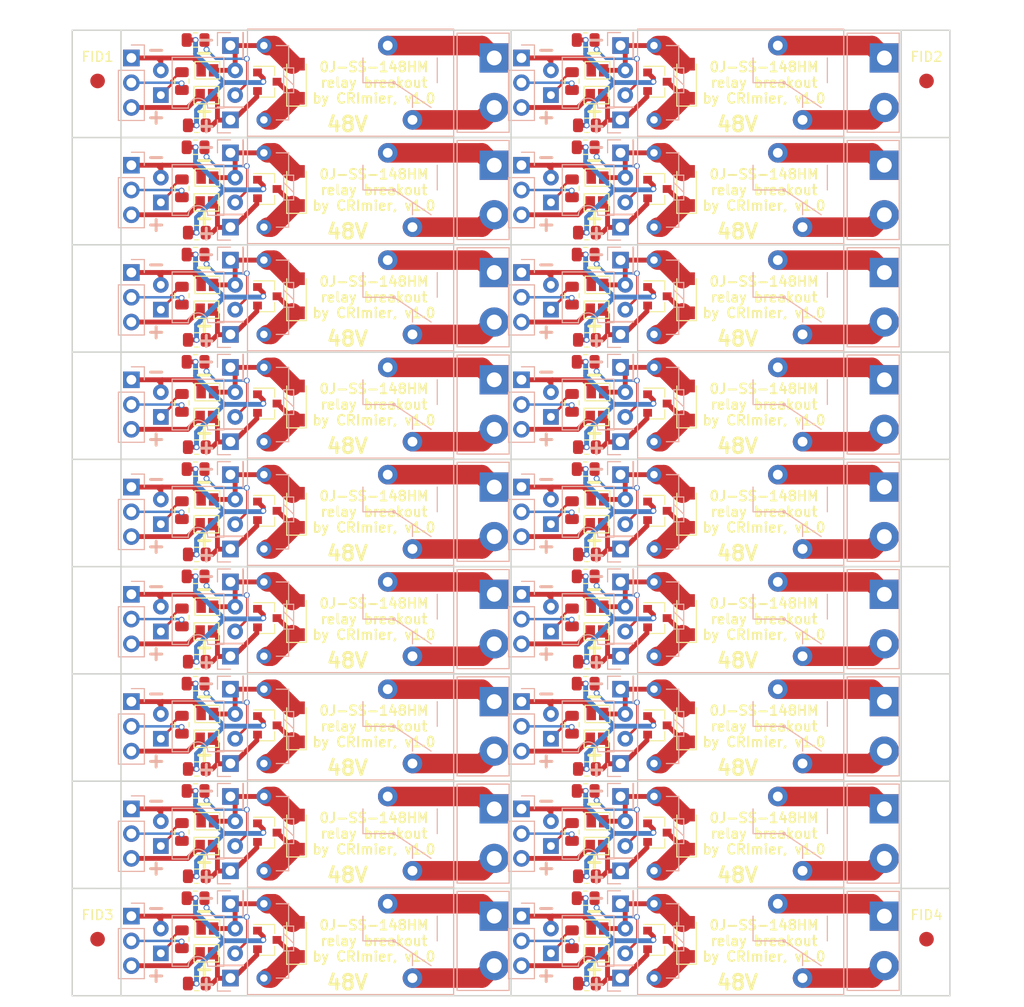
<source format=kicad_pcb>
(kicad_pcb (version 20171130) (host pcbnew 5.1.5+dfsg1-2build2)
  (layers (0 F.Cu signal) (31 B.Cu signal) (34 B.Paste user) (35 F.Paste user) (36 B.SilkS user) (37 F.SilkS user) (38 B.Mask user) (39 F.Mask user) (44 Edge.Cuts user))
  (net 0 "")
  (net 1 GND)
  (net 2 "Net-(J1-Pad2)")
  (net 3 VCC)
  (net 4 "Net-(R1-Pad1)")
  (net 5 "Net-(D1-Pad1)")
  (net 6 "Net-(D1-Pad2)")
  (net 7 "Net-(J5-Pad1)")
  (net 8 "Net-(J5-Pad2)")
  (net 9 "Net-(J4-Pad1)")
  (net 10 "Net-(Q1-Pad1)")
  (net 11 "Net-(R3-Pad2)")
  (module Fiducial:Fiducial_1.5mm_Mask3mm (layer F.Cu) (at 174.698187 143.000727)
    (fp_text reference FID4 (at 0 -2.4765) (layer F.SilkS))
    (fp_text value Fiducial_1.5mm_Mask3mm)
    (pad "" smd circle (at 0 0) (size 1.5 1.5) (layers F.Cu F.Mask) (clearance 0.75))
  )
  (module Fiducial:Fiducial_1.5mm_Mask3mm (layer F.Cu) (at 89.698187 143.000727)
    (fp_text reference FID3 (at 0 -2.4765) (layer F.SilkS))
    (fp_text value Fiducial_1.5mm_Mask3mm)
    (pad "" smd circle (at 0 0) (size 1.5 1.5) (layers F.Cu F.Mask) (clearance 0.75))
  )
  (module Fiducial:Fiducial_1.5mm_Mask3mm (layer F.Cu) (at 89.7 55)
    (fp_text reference FID1 (at 0 -2.4765) (layer F.SilkS))
    (fp_text value Fiducial_1.5mm_Mask3mm)
    (pad "" smd circle (at 0 0) (size 1.5 1.5) (layers F.Cu F.Mask) (clearance 0.75))
  )
  (module Fiducial:Fiducial_1.5mm_Mask3mm (layer F.Cu) (at 174.7 55)
    (fp_text reference FID2 (at 0 -2.4765) (layer F.SilkS))
    (fp_text value Fiducial_1.5mm_Mask3mm)
    (pad "" smd circle (at 0 0) (size 1.5 1.5) (layers F.Cu F.Mask) (clearance 0.75))
  )
  (module Diodes_SMD:D_MiniMELF (layer F.Cu) (at 110.098187 55.025727 90)
    (fp_text reference D1 hide)
    (fp_text value D_Small)
    (pad 2 smd rect (at 1.75 0 90) (size 1.3 1.7) (layers F.Cu F.Paste F.Mask))
    (pad 1 smd rect (at -1.75 0 90) (size 1.3 1.7) (layers F.Cu F.Paste F.Mask))
  )
  (module TO_SOT_Packages_SMD:SOT-23 (layer F.Cu) (at 147.1 55.077)
    (fp_text reference Q1 hide)
    (fp_text value Q_PNP_BEC)
    (pad 1 smd rect (at -1 -0.95) (size 0.9 0.8) (layers F.Cu F.Paste F.Mask))
    (pad 2 smd rect (at -1 0.95) (size 0.9 0.8) (layers F.Cu F.Paste F.Mask))
    (pad 3 smd rect (at 1 0) (size 0.9 0.8) (layers F.Cu F.Paste F.Mask))
  )
  (module Terminal_Blocks:TerminalBlock_bornier-2_P5.08mm (layer B.Cu) (at 130.374187 52.640727 270)
    (fp_text reference J5 hide)
    (fp_text value Conn_01x02)
    (pad 2 thru_hole circle (at 5.08 0 270) (size 3 3) (drill 1.52) (layers *.Cu *.Mask))
    (pad 1 thru_hole rect (at 0 0 270) (size 3 3) (drill 1.52) (layers *.Cu *.Mask))
  )
  (module Resistor_SMD:R_0805_2012Metric (layer F.Cu) (at 99.875187 59.550727)
    (fp_text reference R2 hide)
    (fp_text value 50K)
    (pad 1 smd roundrect (at -0.9125 0) (size 1.025 1.4) (layers F.Cu F.Paste F.Mask) (roundrect_rratio 0.243902))
    (pad 2 smd roundrect (at 0.9125 0) (size 1.025 1.4) (layers F.Cu F.Paste F.Mask) (roundrect_rratio 0.243902))
  )
  (module Resistor_SMD:R_0805_2012Metric (layer F.Cu) (at 139.877 59.55)
    (fp_text reference R2 hide)
    (fp_text value 50K)
    (pad 2 smd roundrect (at 0.9125 0) (size 1.025 1.4) (layers F.Cu F.Paste F.Mask) (roundrect_rratio 0.243902))
    (pad 1 smd roundrect (at -0.9125 0) (size 1.025 1.4) (layers F.Cu F.Paste F.Mask) (roundrect_rratio 0.243902))
  )
  (module Diodes_SMD:D_MiniMELF (layer F.Cu) (at 150.1 55.025 90)
    (fp_text reference D1 hide)
    (fp_text value D_Small)
    (pad 1 smd rect (at -1.75 0 90) (size 1.3 1.7) (layers F.Cu F.Paste F.Mask))
    (pad 2 smd rect (at 1.75 0 90) (size 1.3 1.7) (layers F.Cu F.Paste F.Mask))
  )
  (module Housings_DIP:DIP-4_W7.62mm (layer B.Cu) (at 96.185787 56.450727)
    (fp_text reference U1 hide)
    (fp_text value PC817)
    (pad 4 thru_hole oval (at 7.62 0) (size 1.6 1.6) (drill 0.8) (layers *.Cu *.Mask))
    (pad 2 thru_hole oval (at 0 -2.54) (size 1.6 1.6) (drill 0.8) (layers *.Cu *.Mask))
    (pad 3 thru_hole oval (at 7.62 -2.54) (size 1.6 1.6) (drill 0.8) (layers *.Cu *.Mask))
    (pad 1 thru_hole rect (at 0 0) (size 1.6 1.6) (drill 0.8) (layers *.Cu *.Mask))
  )
  (module Pin_Headers:Pin_Header_Straight_1x01_Pitch2.54mm (layer B.Cu) (at 103.323187 58.990727)
    (fp_text reference J4 hide)
    (fp_text value Conn_01x01)
    (pad 1 thru_hole rect (at 0 0) (size 1.7 1.7) (drill 1) (layers *.Cu *.Mask))
  )
  (module Connect:GS2 (layer F.Cu) (at 100.854387 56.450727 90)
    (fp_text reference JP1 hide)
    (fp_text value Jumper)
    (pad 2 smd rect (at 0 0.64 90) (size 1.27 0.97) (layers F.Cu F.Paste F.Mask))
    (pad 1 smd rect (at 0 -0.64 90) (size 1.27 0.97) (layers F.Cu F.Paste F.Mask))
  )
  (module Resistor_SMD:R_0805_2012Metric (layer F.Cu) (at 139.75 50.8)
    (fp_text reference R3 hide)
    (fp_text value 10K)
    (pad 2 smd roundrect (at 0.9125 0) (size 1.025 1.4) (layers F.Cu F.Paste F.Mask) (roundrect_rratio 0.243902))
    (pad 1 smd roundrect (at -0.9125 0) (size 1.025 1.4) (layers F.Cu F.Paste F.Mask) (roundrect_rratio 0.243902))
  )
  (module Resistor_SMD:R_0805_2012Metric (layer F.Cu) (at 138.3466 55.01 270)
    (fp_text reference R1 hide)
    (fp_text value 1K)
    (pad 2 smd roundrect (at 0.9125 0 270) (size 1.025 1.4) (layers F.Cu F.Paste F.Mask) (roundrect_rratio 0.243902))
    (pad 1 smd roundrect (at -0.9125 0 270) (size 1.025 1.4) (layers F.Cu F.Paste F.Mask) (roundrect_rratio 0.243902))
  )
  (module Pin_Headers:Pin_Header_Straight_1x03_Pitch2.54mm (layer B.Cu) (at 133.165 52.64 180)
    (fp_text reference J1 hide)
    (fp_text value Conn_01x03)
    (pad 1 thru_hole rect (at 0 0 180) (size 1.7 1.7) (drill 1) (layers *.Cu *.Mask))
    (pad 2 thru_hole oval (at 0 -2.54 180) (size 1.7 1.7) (drill 1) (layers *.Cu *.Mask))
    (pad 3 thru_hole oval (at 0 -5.08 180) (size 1.7 1.7) (drill 1) (layers *.Cu *.Mask))
  )
  (module Connect:GS2 (layer F.Cu) (at 140.8562 56.45 90)
    (fp_text reference JP1 hide)
    (fp_text value Jumper)
    (pad 1 smd rect (at 0 -0.64 90) (size 1.27 0.97) (layers F.Cu F.Paste F.Mask))
    (pad 2 smd rect (at 0 0.64 90) (size 1.27 0.97) (layers F.Cu F.Paste F.Mask))
  )
  (module Pin_Headers:Pin_Header_Straight_1x01_Pitch2.54mm (layer B.Cu) (at 143.325 51.37 270)
    (fp_text reference J2 hide)
    (fp_text value Conn_01x01)
    (pad 1 thru_hole rect (at 0 0 270) (size 1.7 1.7) (drill 1) (layers *.Cu *.Mask))
  )
  (module Resistor_SMD:R_0805_2012Metric (layer F.Cu) (at 99.748187 50.800727)
    (fp_text reference R3 hide)
    (fp_text value 10K)
    (pad 1 smd roundrect (at -0.9125 0) (size 1.025 1.4) (layers F.Cu F.Paste F.Mask) (roundrect_rratio 0.243902))
    (pad 2 smd roundrect (at 0.9125 0) (size 1.025 1.4) (layers F.Cu F.Paste F.Mask) (roundrect_rratio 0.243902))
  )
  (module Pin_Headers:Pin_Header_Straight_1x03_Pitch2.54mm (layer B.Cu) (at 93.163187 52.640727 180)
    (fp_text reference J1 hide)
    (fp_text value Conn_01x03)
    (pad 3 thru_hole oval (at 0 -5.08 180) (size 1.7 1.7) (drill 1) (layers *.Cu *.Mask))
    (pad 2 thru_hole oval (at 0 -2.54 180) (size 1.7 1.7) (drill 1) (layers *.Cu *.Mask))
    (pad 1 thru_hole rect (at 0 0 180) (size 1.7 1.7) (drill 1) (layers *.Cu *.Mask))
  )
  (module Resistor_SMD:R_0805_2012Metric (layer F.Cu) (at 98.344787 55.010727 270)
    (fp_text reference R1 hide)
    (fp_text value 1K)
    (pad 1 smd roundrect (at -0.9125 0 270) (size 1.025 1.4) (layers F.Cu F.Paste F.Mask) (roundrect_rratio 0.243902))
    (pad 2 smd roundrect (at 0.9125 0 270) (size 1.025 1.4) (layers F.Cu F.Paste F.Mask) (roundrect_rratio 0.243902))
  )
  (module Housings_DIP:DIP-4_W7.62mm (layer B.Cu) (at 136.1876 56.45)
    (fp_text reference U1 hide)
    (fp_text value PC817)
    (pad 1 thru_hole rect (at 0 0) (size 1.6 1.6) (drill 0.8) (layers *.Cu *.Mask))
    (pad 3 thru_hole oval (at 7.62 -2.54) (size 1.6 1.6) (drill 0.8) (layers *.Cu *.Mask))
    (pad 2 thru_hole oval (at 0 -2.54) (size 1.6 1.6) (drill 0.8) (layers *.Cu *.Mask))
    (pad 4 thru_hole oval (at 7.62 0) (size 1.6 1.6) (drill 0.8) (layers *.Cu *.Mask))
  )
  (module 30v-skrubis-relays:Relay_SPDT_OMRON-G5Q (layer B.Cu) (at 106.750187 51.370727)
    (fp_text reference K1 hide)
    (fp_text value G5Q-1A)
    (pad 5 thru_hole circle (at 0 7.62 180) (size 1.52 1.52) (drill 0.76) (layers *.Cu *.Mask))
    (pad 3 thru_hole circle (at 15.24 7.62 180) (size 2 2) (drill 1) (layers *.Cu *.Mask))
    (pad 2 thru_hole circle (at 12.7 0 180) (size 2 2) (drill 1) (layers *.Cu *.Mask))
    (pad 1 thru_hole circle (at 0 0 180) (size 1.52 1.52) (drill 0.76) (layers *.Cu *.Mask))
  )
  (module TO_SOT_Packages_SMD:SOT-23 (layer F.Cu) (at 107.098187 55.077727)
    (fp_text reference Q1 hide)
    (fp_text value Q_PNP_BEC)
    (pad 3 smd rect (at 1 0) (size 0.9 0.8) (layers F.Cu F.Paste F.Mask))
    (pad 2 smd rect (at -1 0.95) (size 0.9 0.8) (layers F.Cu F.Paste F.Mask))
    (pad 1 smd rect (at -1 -0.95) (size 0.9 0.8) (layers F.Cu F.Paste F.Mask))
  )
  (module Pin_Headers:Pin_Header_Straight_1x01_Pitch2.54mm (layer B.Cu) (at 103.323187 51.370727 270)
    (fp_text reference J2 hide)
    (fp_text value Conn_01x01)
    (pad 1 thru_hole rect (at 0 0 270) (size 1.7 1.7) (drill 1) (layers *.Cu *.Mask))
  )
  (module Connect:GS2 (layer F.Cu) (at 140.9578 53.91 90)
    (fp_text reference JP2 hide)
    (fp_text value Jumper)
    (pad 1 smd rect (at 0 -0.64 90) (size 1.27 0.97) (layers F.Cu F.Paste F.Mask))
    (pad 2 smd rect (at 0 0.64 90) (size 1.27 0.97) (layers F.Cu F.Paste F.Mask))
  )
  (module Connect:GS2 (layer F.Cu) (at 100.955987 53.910727 90)
    (fp_text reference JP2 hide)
    (fp_text value Jumper)
    (pad 2 smd rect (at 0 0.64 90) (size 1.27 0.97) (layers F.Cu F.Paste F.Mask))
    (pad 1 smd rect (at 0 -0.64 90) (size 1.27 0.97) (layers F.Cu F.Paste F.Mask))
  )
  (module Terminal_Blocks:TerminalBlock_bornier-2_P5.08mm (layer B.Cu) (at 170.376 52.64 270)
    (fp_text reference J5 hide)
    (fp_text value Conn_01x02)
    (pad 1 thru_hole rect (at 0 0 270) (size 3 3) (drill 1.52) (layers *.Cu *.Mask))
    (pad 2 thru_hole circle (at 5.08 0 270) (size 3 3) (drill 1.52) (layers *.Cu *.Mask))
  )
  (module 30v-skrubis-relays:Relay_SPDT_OMRON-G5Q (layer B.Cu) (at 146.752 51.37)
    (fp_text reference K1 hide)
    (fp_text value G5Q-1A)
    (pad 1 thru_hole circle (at 0 0 180) (size 1.52 1.52) (drill 0.76) (layers *.Cu *.Mask))
    (pad 2 thru_hole circle (at 12.7 0 180) (size 2 2) (drill 1) (layers *.Cu *.Mask))
    (pad 3 thru_hole circle (at 15.24 7.62 180) (size 2 2) (drill 1) (layers *.Cu *.Mask))
    (pad 5 thru_hole circle (at 0 7.62 180) (size 1.52 1.52) (drill 0.76) (layers *.Cu *.Mask))
  )
  (module Pin_Headers:Pin_Header_Straight_1x01_Pitch2.54mm (layer B.Cu) (at 143.325 58.99)
    (fp_text reference J4 hide)
    (fp_text value Conn_01x01)
    (pad 1 thru_hole rect (at 0 0) (size 1.7 1.7) (drill 1) (layers *.Cu *.Mask))
  )
  (module Diodes_SMD:D_MiniMELF (layer F.Cu) (at 110.098187 66.025727 90)
    (fp_text reference D1 hide)
    (fp_text value D_Small)
    (pad 2 smd rect (at 1.75 0 90) (size 1.3 1.7) (layers F.Cu F.Paste F.Mask))
    (pad 1 smd rect (at -1.75 0 90) (size 1.3 1.7) (layers F.Cu F.Paste F.Mask))
  )
  (module TO_SOT_Packages_SMD:SOT-23 (layer F.Cu) (at 147.1 66.077)
    (fp_text reference Q1 hide)
    (fp_text value Q_PNP_BEC)
    (pad 1 smd rect (at -1 -0.95) (size 0.9 0.8) (layers F.Cu F.Paste F.Mask))
    (pad 2 smd rect (at -1 0.95) (size 0.9 0.8) (layers F.Cu F.Paste F.Mask))
    (pad 3 smd rect (at 1 0) (size 0.9 0.8) (layers F.Cu F.Paste F.Mask))
  )
  (module Terminal_Blocks:TerminalBlock_bornier-2_P5.08mm (layer B.Cu) (at 130.374187 63.640727 270)
    (fp_text reference J5 hide)
    (fp_text value Conn_01x02)
    (pad 2 thru_hole circle (at 5.08 0 270) (size 3 3) (drill 1.52) (layers *.Cu *.Mask))
    (pad 1 thru_hole rect (at 0 0 270) (size 3 3) (drill 1.52) (layers *.Cu *.Mask))
  )
  (module Resistor_SMD:R_0805_2012Metric (layer F.Cu) (at 99.875187 70.550727)
    (fp_text reference R2 hide)
    (fp_text value 50K)
    (pad 1 smd roundrect (at -0.9125 0) (size 1.025 1.4) (layers F.Cu F.Paste F.Mask) (roundrect_rratio 0.243902))
    (pad 2 smd roundrect (at 0.9125 0) (size 1.025 1.4) (layers F.Cu F.Paste F.Mask) (roundrect_rratio 0.243902))
  )
  (module Resistor_SMD:R_0805_2012Metric (layer F.Cu) (at 139.877 70.55)
    (fp_text reference R2 hide)
    (fp_text value 50K)
    (pad 2 smd roundrect (at 0.9125 0) (size 1.025 1.4) (layers F.Cu F.Paste F.Mask) (roundrect_rratio 0.243902))
    (pad 1 smd roundrect (at -0.9125 0) (size 1.025 1.4) (layers F.Cu F.Paste F.Mask) (roundrect_rratio 0.243902))
  )
  (module Diodes_SMD:D_MiniMELF (layer F.Cu) (at 150.1 66.025 90)
    (fp_text reference D1 hide)
    (fp_text value D_Small)
    (pad 1 smd rect (at -1.75 0 90) (size 1.3 1.7) (layers F.Cu F.Paste F.Mask))
    (pad 2 smd rect (at 1.75 0 90) (size 1.3 1.7) (layers F.Cu F.Paste F.Mask))
  )
  (module Housings_DIP:DIP-4_W7.62mm (layer B.Cu) (at 96.185787 67.450727)
    (fp_text reference U1 hide)
    (fp_text value PC817)
    (pad 4 thru_hole oval (at 7.62 0) (size 1.6 1.6) (drill 0.8) (layers *.Cu *.Mask))
    (pad 2 thru_hole oval (at 0 -2.54) (size 1.6 1.6) (drill 0.8) (layers *.Cu *.Mask))
    (pad 3 thru_hole oval (at 7.62 -2.54) (size 1.6 1.6) (drill 0.8) (layers *.Cu *.Mask))
    (pad 1 thru_hole rect (at 0 0) (size 1.6 1.6) (drill 0.8) (layers *.Cu *.Mask))
  )
  (module Pin_Headers:Pin_Header_Straight_1x01_Pitch2.54mm (layer B.Cu) (at 103.323187 69.990727)
    (fp_text reference J4 hide)
    (fp_text value Conn_01x01)
    (pad 1 thru_hole rect (at 0 0) (size 1.7 1.7) (drill 1) (layers *.Cu *.Mask))
  )
  (module Connect:GS2 (layer F.Cu) (at 100.854387 67.450727 90)
    (fp_text reference JP1 hide)
    (fp_text value Jumper)
    (pad 2 smd rect (at 0 0.64 90) (size 1.27 0.97) (layers F.Cu F.Paste F.Mask))
    (pad 1 smd rect (at 0 -0.64 90) (size 1.27 0.97) (layers F.Cu F.Paste F.Mask))
  )
  (module Resistor_SMD:R_0805_2012Metric (layer F.Cu) (at 139.75 61.8)
    (fp_text reference R3 hide)
    (fp_text value 10K)
    (pad 2 smd roundrect (at 0.9125 0) (size 1.025 1.4) (layers F.Cu F.Paste F.Mask) (roundrect_rratio 0.243902))
    (pad 1 smd roundrect (at -0.9125 0) (size 1.025 1.4) (layers F.Cu F.Paste F.Mask) (roundrect_rratio 0.243902))
  )
  (module Resistor_SMD:R_0805_2012Metric (layer F.Cu) (at 138.3466 66.01 270)
    (fp_text reference R1 hide)
    (fp_text value 1K)
    (pad 2 smd roundrect (at 0.9125 0 270) (size 1.025 1.4) (layers F.Cu F.Paste F.Mask) (roundrect_rratio 0.243902))
    (pad 1 smd roundrect (at -0.9125 0 270) (size 1.025 1.4) (layers F.Cu F.Paste F.Mask) (roundrect_rratio 0.243902))
  )
  (module Pin_Headers:Pin_Header_Straight_1x03_Pitch2.54mm (layer B.Cu) (at 133.165 63.64 180)
    (fp_text reference J1 hide)
    (fp_text value Conn_01x03)
    (pad 1 thru_hole rect (at 0 0 180) (size 1.7 1.7) (drill 1) (layers *.Cu *.Mask))
    (pad 2 thru_hole oval (at 0 -2.54 180) (size 1.7 1.7) (drill 1) (layers *.Cu *.Mask))
    (pad 3 thru_hole oval (at 0 -5.08 180) (size 1.7 1.7) (drill 1) (layers *.Cu *.Mask))
  )
  (module Connect:GS2 (layer F.Cu) (at 140.8562 67.45 90)
    (fp_text reference JP1 hide)
    (fp_text value Jumper)
    (pad 1 smd rect (at 0 -0.64 90) (size 1.27 0.97) (layers F.Cu F.Paste F.Mask))
    (pad 2 smd rect (at 0 0.64 90) (size 1.27 0.97) (layers F.Cu F.Paste F.Mask))
  )
  (module Pin_Headers:Pin_Header_Straight_1x01_Pitch2.54mm (layer B.Cu) (at 143.325 62.37 270)
    (fp_text reference J2 hide)
    (fp_text value Conn_01x01)
    (pad 1 thru_hole rect (at 0 0 270) (size 1.7 1.7) (drill 1) (layers *.Cu *.Mask))
  )
  (module Resistor_SMD:R_0805_2012Metric (layer F.Cu) (at 99.748187 61.800727)
    (fp_text reference R3 hide)
    (fp_text value 10K)
    (pad 1 smd roundrect (at -0.9125 0) (size 1.025 1.4) (layers F.Cu F.Paste F.Mask) (roundrect_rratio 0.243902))
    (pad 2 smd roundrect (at 0.9125 0) (size 1.025 1.4) (layers F.Cu F.Paste F.Mask) (roundrect_rratio 0.243902))
  )
  (module Pin_Headers:Pin_Header_Straight_1x03_Pitch2.54mm (layer B.Cu) (at 93.163187 63.640727 180)
    (fp_text reference J1 hide)
    (fp_text value Conn_01x03)
    (pad 3 thru_hole oval (at 0 -5.08 180) (size 1.7 1.7) (drill 1) (layers *.Cu *.Mask))
    (pad 2 thru_hole oval (at 0 -2.54 180) (size 1.7 1.7) (drill 1) (layers *.Cu *.Mask))
    (pad 1 thru_hole rect (at 0 0 180) (size 1.7 1.7) (drill 1) (layers *.Cu *.Mask))
  )
  (module Resistor_SMD:R_0805_2012Metric (layer F.Cu) (at 98.344787 66.010727 270)
    (fp_text reference R1 hide)
    (fp_text value 1K)
    (pad 1 smd roundrect (at -0.9125 0 270) (size 1.025 1.4) (layers F.Cu F.Paste F.Mask) (roundrect_rratio 0.243902))
    (pad 2 smd roundrect (at 0.9125 0 270) (size 1.025 1.4) (layers F.Cu F.Paste F.Mask) (roundrect_rratio 0.243902))
  )
  (module Housings_DIP:DIP-4_W7.62mm (layer B.Cu) (at 136.1876 67.45)
    (fp_text reference U1 hide)
    (fp_text value PC817)
    (pad 1 thru_hole rect (at 0 0) (size 1.6 1.6) (drill 0.8) (layers *.Cu *.Mask))
    (pad 3 thru_hole oval (at 7.62 -2.54) (size 1.6 1.6) (drill 0.8) (layers *.Cu *.Mask))
    (pad 2 thru_hole oval (at 0 -2.54) (size 1.6 1.6) (drill 0.8) (layers *.Cu *.Mask))
    (pad 4 thru_hole oval (at 7.62 0) (size 1.6 1.6) (drill 0.8) (layers *.Cu *.Mask))
  )
  (module 30v-skrubis-relays:Relay_SPDT_OMRON-G5Q (layer B.Cu) (at 106.750187 62.370727)
    (fp_text reference K1 hide)
    (fp_text value G5Q-1A)
    (pad 5 thru_hole circle (at 0 7.62 180) (size 1.52 1.52) (drill 0.76) (layers *.Cu *.Mask))
    (pad 3 thru_hole circle (at 15.24 7.62 180) (size 2 2) (drill 1) (layers *.Cu *.Mask))
    (pad 2 thru_hole circle (at 12.7 0 180) (size 2 2) (drill 1) (layers *.Cu *.Mask))
    (pad 1 thru_hole circle (at 0 0 180) (size 1.52 1.52) (drill 0.76) (layers *.Cu *.Mask))
  )
  (module TO_SOT_Packages_SMD:SOT-23 (layer F.Cu) (at 107.098187 66.077727)
    (fp_text reference Q1 hide)
    (fp_text value Q_PNP_BEC)
    (pad 3 smd rect (at 1 0) (size 0.9 0.8) (layers F.Cu F.Paste F.Mask))
    (pad 2 smd rect (at -1 0.95) (size 0.9 0.8) (layers F.Cu F.Paste F.Mask))
    (pad 1 smd rect (at -1 -0.95) (size 0.9 0.8) (layers F.Cu F.Paste F.Mask))
  )
  (module Pin_Headers:Pin_Header_Straight_1x01_Pitch2.54mm (layer B.Cu) (at 103.323187 62.370727 270)
    (fp_text reference J2 hide)
    (fp_text value Conn_01x01)
    (pad 1 thru_hole rect (at 0 0 270) (size 1.7 1.7) (drill 1) (layers *.Cu *.Mask))
  )
  (module Connect:GS2 (layer F.Cu) (at 140.9578 64.91 90)
    (fp_text reference JP2 hide)
    (fp_text value Jumper)
    (pad 1 smd rect (at 0 -0.64 90) (size 1.27 0.97) (layers F.Cu F.Paste F.Mask))
    (pad 2 smd rect (at 0 0.64 90) (size 1.27 0.97) (layers F.Cu F.Paste F.Mask))
  )
  (module Connect:GS2 (layer F.Cu) (at 100.955987 64.910727 90)
    (fp_text reference JP2 hide)
    (fp_text value Jumper)
    (pad 2 smd rect (at 0 0.64 90) (size 1.27 0.97) (layers F.Cu F.Paste F.Mask))
    (pad 1 smd rect (at 0 -0.64 90) (size 1.27 0.97) (layers F.Cu F.Paste F.Mask))
  )
  (module Terminal_Blocks:TerminalBlock_bornier-2_P5.08mm (layer B.Cu) (at 170.376 63.64 270)
    (fp_text reference J5 hide)
    (fp_text value Conn_01x02)
    (pad 1 thru_hole rect (at 0 0 270) (size 3 3) (drill 1.52) (layers *.Cu *.Mask))
    (pad 2 thru_hole circle (at 5.08 0 270) (size 3 3) (drill 1.52) (layers *.Cu *.Mask))
  )
  (module 30v-skrubis-relays:Relay_SPDT_OMRON-G5Q (layer B.Cu) (at 146.752 62.37)
    (fp_text reference K1 hide)
    (fp_text value G5Q-1A)
    (pad 1 thru_hole circle (at 0 0 180) (size 1.52 1.52) (drill 0.76) (layers *.Cu *.Mask))
    (pad 2 thru_hole circle (at 12.7 0 180) (size 2 2) (drill 1) (layers *.Cu *.Mask))
    (pad 3 thru_hole circle (at 15.24 7.62 180) (size 2 2) (drill 1) (layers *.Cu *.Mask))
    (pad 5 thru_hole circle (at 0 7.62 180) (size 1.52 1.52) (drill 0.76) (layers *.Cu *.Mask))
  )
  (module Pin_Headers:Pin_Header_Straight_1x01_Pitch2.54mm (layer B.Cu) (at 143.325 69.99)
    (fp_text reference J4 hide)
    (fp_text value Conn_01x01)
    (pad 1 thru_hole rect (at 0 0) (size 1.7 1.7) (drill 1) (layers *.Cu *.Mask))
  )
  (module Diodes_SMD:D_MiniMELF (layer F.Cu) (at 110.098187 77.025727 90)
    (fp_text reference D1 hide)
    (fp_text value D_Small)
    (pad 2 smd rect (at 1.75 0 90) (size 1.3 1.7) (layers F.Cu F.Paste F.Mask))
    (pad 1 smd rect (at -1.75 0 90) (size 1.3 1.7) (layers F.Cu F.Paste F.Mask))
  )
  (module TO_SOT_Packages_SMD:SOT-23 (layer F.Cu) (at 147.1 77.077)
    (fp_text reference Q1 hide)
    (fp_text value Q_PNP_BEC)
    (pad 1 smd rect (at -1 -0.95) (size 0.9 0.8) (layers F.Cu F.Paste F.Mask))
    (pad 2 smd rect (at -1 0.95) (size 0.9 0.8) (layers F.Cu F.Paste F.Mask))
    (pad 3 smd rect (at 1 0) (size 0.9 0.8) (layers F.Cu F.Paste F.Mask))
  )
  (module Terminal_Blocks:TerminalBlock_bornier-2_P5.08mm (layer B.Cu) (at 130.374187 74.640727 270)
    (fp_text reference J5 hide)
    (fp_text value Conn_01x02)
    (pad 2 thru_hole circle (at 5.08 0 270) (size 3 3) (drill 1.52) (layers *.Cu *.Mask))
    (pad 1 thru_hole rect (at 0 0 270) (size 3 3) (drill 1.52) (layers *.Cu *.Mask))
  )
  (module Resistor_SMD:R_0805_2012Metric (layer F.Cu) (at 99.875187 81.550727)
    (fp_text reference R2 hide)
    (fp_text value 50K)
    (pad 1 smd roundrect (at -0.9125 0) (size 1.025 1.4) (layers F.Cu F.Paste F.Mask) (roundrect_rratio 0.243902))
    (pad 2 smd roundrect (at 0.9125 0) (size 1.025 1.4) (layers F.Cu F.Paste F.Mask) (roundrect_rratio 0.243902))
  )
  (module Resistor_SMD:R_0805_2012Metric (layer F.Cu) (at 139.877 81.55)
    (fp_text reference R2 hide)
    (fp_text value 50K)
    (pad 2 smd roundrect (at 0.9125 0) (size 1.025 1.4) (layers F.Cu F.Paste F.Mask) (roundrect_rratio 0.243902))
    (pad 1 smd roundrect (at -0.9125 0) (size 1.025 1.4) (layers F.Cu F.Paste F.Mask) (roundrect_rratio 0.243902))
  )
  (module Diodes_SMD:D_MiniMELF (layer F.Cu) (at 150.1 77.025 90)
    (fp_text reference D1 hide)
    (fp_text value D_Small)
    (pad 1 smd rect (at -1.75 0 90) (size 1.3 1.7) (layers F.Cu F.Paste F.Mask))
    (pad 2 smd rect (at 1.75 0 90) (size 1.3 1.7) (layers F.Cu F.Paste F.Mask))
  )
  (module Housings_DIP:DIP-4_W7.62mm (layer B.Cu) (at 96.185787 78.450727)
    (fp_text reference U1 hide)
    (fp_text value PC817)
    (pad 4 thru_hole oval (at 7.62 0) (size 1.6 1.6) (drill 0.8) (layers *.Cu *.Mask))
    (pad 2 thru_hole oval (at 0 -2.54) (size 1.6 1.6) (drill 0.8) (layers *.Cu *.Mask))
    (pad 3 thru_hole oval (at 7.62 -2.54) (size 1.6 1.6) (drill 0.8) (layers *.Cu *.Mask))
    (pad 1 thru_hole rect (at 0 0) (size 1.6 1.6) (drill 0.8) (layers *.Cu *.Mask))
  )
  (module Pin_Headers:Pin_Header_Straight_1x01_Pitch2.54mm (layer B.Cu) (at 103.323187 80.990727)
    (fp_text reference J4 hide)
    (fp_text value Conn_01x01)
    (pad 1 thru_hole rect (at 0 0) (size 1.7 1.7) (drill 1) (layers *.Cu *.Mask))
  )
  (module Connect:GS2 (layer F.Cu) (at 100.854387 78.450727 90)
    (fp_text reference JP1 hide)
    (fp_text value Jumper)
    (pad 2 smd rect (at 0 0.64 90) (size 1.27 0.97) (layers F.Cu F.Paste F.Mask))
    (pad 1 smd rect (at 0 -0.64 90) (size 1.27 0.97) (layers F.Cu F.Paste F.Mask))
  )
  (module Resistor_SMD:R_0805_2012Metric (layer F.Cu) (at 139.75 72.8)
    (fp_text reference R3 hide)
    (fp_text value 10K)
    (pad 2 smd roundrect (at 0.9125 0) (size 1.025 1.4) (layers F.Cu F.Paste F.Mask) (roundrect_rratio 0.243902))
    (pad 1 smd roundrect (at -0.9125 0) (size 1.025 1.4) (layers F.Cu F.Paste F.Mask) (roundrect_rratio 0.243902))
  )
  (module Resistor_SMD:R_0805_2012Metric (layer F.Cu) (at 138.3466 77.01 270)
    (fp_text reference R1 hide)
    (fp_text value 1K)
    (pad 2 smd roundrect (at 0.9125 0 270) (size 1.025 1.4) (layers F.Cu F.Paste F.Mask) (roundrect_rratio 0.243902))
    (pad 1 smd roundrect (at -0.9125 0 270) (size 1.025 1.4) (layers F.Cu F.Paste F.Mask) (roundrect_rratio 0.243902))
  )
  (module Pin_Headers:Pin_Header_Straight_1x03_Pitch2.54mm (layer B.Cu) (at 133.165 74.64 180)
    (fp_text reference J1 hide)
    (fp_text value Conn_01x03)
    (pad 1 thru_hole rect (at 0 0 180) (size 1.7 1.7) (drill 1) (layers *.Cu *.Mask))
    (pad 2 thru_hole oval (at 0 -2.54 180) (size 1.7 1.7) (drill 1) (layers *.Cu *.Mask))
    (pad 3 thru_hole oval (at 0 -5.08 180) (size 1.7 1.7) (drill 1) (layers *.Cu *.Mask))
  )
  (module Connect:GS2 (layer F.Cu) (at 140.8562 78.45 90)
    (fp_text reference JP1 hide)
    (fp_text value Jumper)
    (pad 1 smd rect (at 0 -0.64 90) (size 1.27 0.97) (layers F.Cu F.Paste F.Mask))
    (pad 2 smd rect (at 0 0.64 90) (size 1.27 0.97) (layers F.Cu F.Paste F.Mask))
  )
  (module Pin_Headers:Pin_Header_Straight_1x01_Pitch2.54mm (layer B.Cu) (at 143.325 73.37 270)
    (fp_text reference J2 hide)
    (fp_text value Conn_01x01)
    (pad 1 thru_hole rect (at 0 0 270) (size 1.7 1.7) (drill 1) (layers *.Cu *.Mask))
  )
  (module Resistor_SMD:R_0805_2012Metric (layer F.Cu) (at 99.748187 72.800727)
    (fp_text reference R3 hide)
    (fp_text value 10K)
    (pad 1 smd roundrect (at -0.9125 0) (size 1.025 1.4) (layers F.Cu F.Paste F.Mask) (roundrect_rratio 0.243902))
    (pad 2 smd roundrect (at 0.9125 0) (size 1.025 1.4) (layers F.Cu F.Paste F.Mask) (roundrect_rratio 0.243902))
  )
  (module Pin_Headers:Pin_Header_Straight_1x03_Pitch2.54mm (layer B.Cu) (at 93.163187 74.640727 180)
    (fp_text reference J1 hide)
    (fp_text value Conn_01x03)
    (pad 3 thru_hole oval (at 0 -5.08 180) (size 1.7 1.7) (drill 1) (layers *.Cu *.Mask))
    (pad 2 thru_hole oval (at 0 -2.54 180) (size 1.7 1.7) (drill 1) (layers *.Cu *.Mask))
    (pad 1 thru_hole rect (at 0 0 180) (size 1.7 1.7) (drill 1) (layers *.Cu *.Mask))
  )
  (module Resistor_SMD:R_0805_2012Metric (layer F.Cu) (at 98.344787 77.010727 270)
    (fp_text reference R1 hide)
    (fp_text value 1K)
    (pad 1 smd roundrect (at -0.9125 0 270) (size 1.025 1.4) (layers F.Cu F.Paste F.Mask) (roundrect_rratio 0.243902))
    (pad 2 smd roundrect (at 0.9125 0 270) (size 1.025 1.4) (layers F.Cu F.Paste F.Mask) (roundrect_rratio 0.243902))
  )
  (module Housings_DIP:DIP-4_W7.62mm (layer B.Cu) (at 136.1876 78.45)
    (fp_text reference U1 hide)
    (fp_text value PC817)
    (pad 1 thru_hole rect (at 0 0) (size 1.6 1.6) (drill 0.8) (layers *.Cu *.Mask))
    (pad 3 thru_hole oval (at 7.62 -2.54) (size 1.6 1.6) (drill 0.8) (layers *.Cu *.Mask))
    (pad 2 thru_hole oval (at 0 -2.54) (size 1.6 1.6) (drill 0.8) (layers *.Cu *.Mask))
    (pad 4 thru_hole oval (at 7.62 0) (size 1.6 1.6) (drill 0.8) (layers *.Cu *.Mask))
  )
  (module 30v-skrubis-relays:Relay_SPDT_OMRON-G5Q (layer B.Cu) (at 106.750187 73.370727)
    (fp_text reference K1 hide)
    (fp_text value G5Q-1A)
    (pad 5 thru_hole circle (at 0 7.62 180) (size 1.52 1.52) (drill 0.76) (layers *.Cu *.Mask))
    (pad 3 thru_hole circle (at 15.24 7.62 180) (size 2 2) (drill 1) (layers *.Cu *.Mask))
    (pad 2 thru_hole circle (at 12.7 0 180) (size 2 2) (drill 1) (layers *.Cu *.Mask))
    (pad 1 thru_hole circle (at 0 0 180) (size 1.52 1.52) (drill 0.76) (layers *.Cu *.Mask))
  )
  (module TO_SOT_Packages_SMD:SOT-23 (layer F.Cu) (at 107.098187 77.077727)
    (fp_text reference Q1 hide)
    (fp_text value Q_PNP_BEC)
    (pad 3 smd rect (at 1 0) (size 0.9 0.8) (layers F.Cu F.Paste F.Mask))
    (pad 2 smd rect (at -1 0.95) (size 0.9 0.8) (layers F.Cu F.Paste F.Mask))
    (pad 1 smd rect (at -1 -0.95) (size 0.9 0.8) (layers F.Cu F.Paste F.Mask))
  )
  (module Pin_Headers:Pin_Header_Straight_1x01_Pitch2.54mm (layer B.Cu) (at 103.323187 73.370727 270)
    (fp_text reference J2 hide)
    (fp_text value Conn_01x01)
    (pad 1 thru_hole rect (at 0 0 270) (size 1.7 1.7) (drill 1) (layers *.Cu *.Mask))
  )
  (module Connect:GS2 (layer F.Cu) (at 140.9578 75.91 90)
    (fp_text reference JP2 hide)
    (fp_text value Jumper)
    (pad 1 smd rect (at 0 -0.64 90) (size 1.27 0.97) (layers F.Cu F.Paste F.Mask))
    (pad 2 smd rect (at 0 0.64 90) (size 1.27 0.97) (layers F.Cu F.Paste F.Mask))
  )
  (module Connect:GS2 (layer F.Cu) (at 100.955987 75.910727 90)
    (fp_text reference JP2 hide)
    (fp_text value Jumper)
    (pad 2 smd rect (at 0 0.64 90) (size 1.27 0.97) (layers F.Cu F.Paste F.Mask))
    (pad 1 smd rect (at 0 -0.64 90) (size 1.27 0.97) (layers F.Cu F.Paste F.Mask))
  )
  (module Terminal_Blocks:TerminalBlock_bornier-2_P5.08mm (layer B.Cu) (at 170.376 74.64 270)
    (fp_text reference J5 hide)
    (fp_text value Conn_01x02)
    (pad 1 thru_hole rect (at 0 0 270) (size 3 3) (drill 1.52) (layers *.Cu *.Mask))
    (pad 2 thru_hole circle (at 5.08 0 270) (size 3 3) (drill 1.52) (layers *.Cu *.Mask))
  )
  (module 30v-skrubis-relays:Relay_SPDT_OMRON-G5Q (layer B.Cu) (at 146.752 73.37)
    (fp_text reference K1 hide)
    (fp_text value G5Q-1A)
    (pad 1 thru_hole circle (at 0 0 180) (size 1.52 1.52) (drill 0.76) (layers *.Cu *.Mask))
    (pad 2 thru_hole circle (at 12.7 0 180) (size 2 2) (drill 1) (layers *.Cu *.Mask))
    (pad 3 thru_hole circle (at 15.24 7.62 180) (size 2 2) (drill 1) (layers *.Cu *.Mask))
    (pad 5 thru_hole circle (at 0 7.62 180) (size 1.52 1.52) (drill 0.76) (layers *.Cu *.Mask))
  )
  (module Pin_Headers:Pin_Header_Straight_1x01_Pitch2.54mm (layer B.Cu) (at 143.325 80.99)
    (fp_text reference J4 hide)
    (fp_text value Conn_01x01)
    (pad 1 thru_hole rect (at 0 0) (size 1.7 1.7) (drill 1) (layers *.Cu *.Mask))
  )
  (module Diodes_SMD:D_MiniMELF (layer F.Cu) (at 110.098187 88.025727 90)
    (fp_text reference D1 hide)
    (fp_text value D_Small)
    (pad 2 smd rect (at 1.75 0 90) (size 1.3 1.7) (layers F.Cu F.Paste F.Mask))
    (pad 1 smd rect (at -1.75 0 90) (size 1.3 1.7) (layers F.Cu F.Paste F.Mask))
  )
  (module TO_SOT_Packages_SMD:SOT-23 (layer F.Cu) (at 147.1 88.077)
    (fp_text reference Q1 hide)
    (fp_text value Q_PNP_BEC)
    (pad 1 smd rect (at -1 -0.95) (size 0.9 0.8) (layers F.Cu F.Paste F.Mask))
    (pad 2 smd rect (at -1 0.95) (size 0.9 0.8) (layers F.Cu F.Paste F.Mask))
    (pad 3 smd rect (at 1 0) (size 0.9 0.8) (layers F.Cu F.Paste F.Mask))
  )
  (module Terminal_Blocks:TerminalBlock_bornier-2_P5.08mm (layer B.Cu) (at 130.374187 85.640727 270)
    (fp_text reference J5 hide)
    (fp_text value Conn_01x02)
    (pad 2 thru_hole circle (at 5.08 0 270) (size 3 3) (drill 1.52) (layers *.Cu *.Mask))
    (pad 1 thru_hole rect (at 0 0 270) (size 3 3) (drill 1.52) (layers *.Cu *.Mask))
  )
  (module Resistor_SMD:R_0805_2012Metric (layer F.Cu) (at 99.875187 92.550727)
    (fp_text reference R2 hide)
    (fp_text value 50K)
    (pad 1 smd roundrect (at -0.9125 0) (size 1.025 1.4) (layers F.Cu F.Paste F.Mask) (roundrect_rratio 0.243902))
    (pad 2 smd roundrect (at 0.9125 0) (size 1.025 1.4) (layers F.Cu F.Paste F.Mask) (roundrect_rratio 0.243902))
  )
  (module Resistor_SMD:R_0805_2012Metric (layer F.Cu) (at 139.877 92.55)
    (fp_text reference R2 hide)
    (fp_text value 50K)
    (pad 2 smd roundrect (at 0.9125 0) (size 1.025 1.4) (layers F.Cu F.Paste F.Mask) (roundrect_rratio 0.243902))
    (pad 1 smd roundrect (at -0.9125 0) (size 1.025 1.4) (layers F.Cu F.Paste F.Mask) (roundrect_rratio 0.243902))
  )
  (module Diodes_SMD:D_MiniMELF (layer F.Cu) (at 150.1 88.025 90)
    (fp_text reference D1 hide)
    (fp_text value D_Small)
    (pad 1 smd rect (at -1.75 0 90) (size 1.3 1.7) (layers F.Cu F.Paste F.Mask))
    (pad 2 smd rect (at 1.75 0 90) (size 1.3 1.7) (layers F.Cu F.Paste F.Mask))
  )
  (module Housings_DIP:DIP-4_W7.62mm (layer B.Cu) (at 96.185787 89.450727)
    (fp_text reference U1 hide)
    (fp_text value PC817)
    (pad 4 thru_hole oval (at 7.62 0) (size 1.6 1.6) (drill 0.8) (layers *.Cu *.Mask))
    (pad 2 thru_hole oval (at 0 -2.54) (size 1.6 1.6) (drill 0.8) (layers *.Cu *.Mask))
    (pad 3 thru_hole oval (at 7.62 -2.54) (size 1.6 1.6) (drill 0.8) (layers *.Cu *.Mask))
    (pad 1 thru_hole rect (at 0 0) (size 1.6 1.6) (drill 0.8) (layers *.Cu *.Mask))
  )
  (module Pin_Headers:Pin_Header_Straight_1x01_Pitch2.54mm (layer B.Cu) (at 103.323187 91.990727)
    (fp_text reference J4 hide)
    (fp_text value Conn_01x01)
    (pad 1 thru_hole rect (at 0 0) (size 1.7 1.7) (drill 1) (layers *.Cu *.Mask))
  )
  (module Connect:GS2 (layer F.Cu) (at 100.854387 89.450727 90)
    (fp_text reference JP1 hide)
    (fp_text value Jumper)
    (pad 2 smd rect (at 0 0.64 90) (size 1.27 0.97) (layers F.Cu F.Paste F.Mask))
    (pad 1 smd rect (at 0 -0.64 90) (size 1.27 0.97) (layers F.Cu F.Paste F.Mask))
  )
  (module Resistor_SMD:R_0805_2012Metric (layer F.Cu) (at 139.75 83.8)
    (fp_text reference R3 hide)
    (fp_text value 10K)
    (pad 2 smd roundrect (at 0.9125 0) (size 1.025 1.4) (layers F.Cu F.Paste F.Mask) (roundrect_rratio 0.243902))
    (pad 1 smd roundrect (at -0.9125 0) (size 1.025 1.4) (layers F.Cu F.Paste F.Mask) (roundrect_rratio 0.243902))
  )
  (module Resistor_SMD:R_0805_2012Metric (layer F.Cu) (at 138.3466 88.01 270)
    (fp_text reference R1 hide)
    (fp_text value 1K)
    (pad 2 smd roundrect (at 0.9125 0 270) (size 1.025 1.4) (layers F.Cu F.Paste F.Mask) (roundrect_rratio 0.243902))
    (pad 1 smd roundrect (at -0.9125 0 270) (size 1.025 1.4) (layers F.Cu F.Paste F.Mask) (roundrect_rratio 0.243902))
  )
  (module Pin_Headers:Pin_Header_Straight_1x03_Pitch2.54mm (layer B.Cu) (at 133.165 85.64 180)
    (fp_text reference J1 hide)
    (fp_text value Conn_01x03)
    (pad 1 thru_hole rect (at 0 0 180) (size 1.7 1.7) (drill 1) (layers *.Cu *.Mask))
    (pad 2 thru_hole oval (at 0 -2.54 180) (size 1.7 1.7) (drill 1) (layers *.Cu *.Mask))
    (pad 3 thru_hole oval (at 0 -5.08 180) (size 1.7 1.7) (drill 1) (layers *.Cu *.Mask))
  )
  (module Connect:GS2 (layer F.Cu) (at 140.8562 89.45 90)
    (fp_text reference JP1 hide)
    (fp_text value Jumper)
    (pad 1 smd rect (at 0 -0.64 90) (size 1.27 0.97) (layers F.Cu F.Paste F.Mask))
    (pad 2 smd rect (at 0 0.64 90) (size 1.27 0.97) (layers F.Cu F.Paste F.Mask))
  )
  (module Pin_Headers:Pin_Header_Straight_1x01_Pitch2.54mm (layer B.Cu) (at 143.325 84.37 270)
    (fp_text reference J2 hide)
    (fp_text value Conn_01x01)
    (pad 1 thru_hole rect (at 0 0 270) (size 1.7 1.7) (drill 1) (layers *.Cu *.Mask))
  )
  (module Resistor_SMD:R_0805_2012Metric (layer F.Cu) (at 99.748187 83.800727)
    (fp_text reference R3 hide)
    (fp_text value 10K)
    (pad 1 smd roundrect (at -0.9125 0) (size 1.025 1.4) (layers F.Cu F.Paste F.Mask) (roundrect_rratio 0.243902))
    (pad 2 smd roundrect (at 0.9125 0) (size 1.025 1.4) (layers F.Cu F.Paste F.Mask) (roundrect_rratio 0.243902))
  )
  (module Pin_Headers:Pin_Header_Straight_1x03_Pitch2.54mm (layer B.Cu) (at 93.163187 85.640727 180)
    (fp_text reference J1 hide)
    (fp_text value Conn_01x03)
    (pad 3 thru_hole oval (at 0 -5.08 180) (size 1.7 1.7) (drill 1) (layers *.Cu *.Mask))
    (pad 2 thru_hole oval (at 0 -2.54 180) (size 1.7 1.7) (drill 1) (layers *.Cu *.Mask))
    (pad 1 thru_hole rect (at 0 0 180) (size 1.7 1.7) (drill 1) (layers *.Cu *.Mask))
  )
  (module Resistor_SMD:R_0805_2012Metric (layer F.Cu) (at 98.344787 88.010727 270)
    (fp_text reference R1 hide)
    (fp_text value 1K)
    (pad 1 smd roundrect (at -0.9125 0 270) (size 1.025 1.4) (layers F.Cu F.Paste F.Mask) (roundrect_rratio 0.243902))
    (pad 2 smd roundrect (at 0.9125 0 270) (size 1.025 1.4) (layers F.Cu F.Paste F.Mask) (roundrect_rratio 0.243902))
  )
  (module Housings_DIP:DIP-4_W7.62mm (layer B.Cu) (at 136.1876 89.45)
    (fp_text reference U1 hide)
    (fp_text value PC817)
    (pad 1 thru_hole rect (at 0 0) (size 1.6 1.6) (drill 0.8) (layers *.Cu *.Mask))
    (pad 3 thru_hole oval (at 7.62 -2.54) (size 1.6 1.6) (drill 0.8) (layers *.Cu *.Mask))
    (pad 2 thru_hole oval (at 0 -2.54) (size 1.6 1.6) (drill 0.8) (layers *.Cu *.Mask))
    (pad 4 thru_hole oval (at 7.62 0) (size 1.6 1.6) (drill 0.8) (layers *.Cu *.Mask))
  )
  (module 30v-skrubis-relays:Relay_SPDT_OMRON-G5Q (layer B.Cu) (at 106.750187 84.370727)
    (fp_text reference K1 hide)
    (fp_text value G5Q-1A)
    (pad 5 thru_hole circle (at 0 7.62 180) (size 1.52 1.52) (drill 0.76) (layers *.Cu *.Mask))
    (pad 3 thru_hole circle (at 15.24 7.62 180) (size 2 2) (drill 1) (layers *.Cu *.Mask))
    (pad 2 thru_hole circle (at 12.7 0 180) (size 2 2) (drill 1) (layers *.Cu *.Mask))
    (pad 1 thru_hole circle (at 0 0 180) (size 1.52 1.52) (drill 0.76) (layers *.Cu *.Mask))
  )
  (module TO_SOT_Packages_SMD:SOT-23 (layer F.Cu) (at 107.098187 88.077727)
    (fp_text reference Q1 hide)
    (fp_text value Q_PNP_BEC)
    (pad 3 smd rect (at 1 0) (size 0.9 0.8) (layers F.Cu F.Paste F.Mask))
    (pad 2 smd rect (at -1 0.95) (size 0.9 0.8) (layers F.Cu F.Paste F.Mask))
    (pad 1 smd rect (at -1 -0.95) (size 0.9 0.8) (layers F.Cu F.Paste F.Mask))
  )
  (module Pin_Headers:Pin_Header_Straight_1x01_Pitch2.54mm (layer B.Cu) (at 103.323187 84.370727 270)
    (fp_text reference J2 hide)
    (fp_text value Conn_01x01)
    (pad 1 thru_hole rect (at 0 0 270) (size 1.7 1.7) (drill 1) (layers *.Cu *.Mask))
  )
  (module Connect:GS2 (layer F.Cu) (at 140.9578 86.91 90)
    (fp_text reference JP2 hide)
    (fp_text value Jumper)
    (pad 1 smd rect (at 0 -0.64 90) (size 1.27 0.97) (layers F.Cu F.Paste F.Mask))
    (pad 2 smd rect (at 0 0.64 90) (size 1.27 0.97) (layers F.Cu F.Paste F.Mask))
  )
  (module Connect:GS2 (layer F.Cu) (at 100.955987 86.910727 90)
    (fp_text reference JP2 hide)
    (fp_text value Jumper)
    (pad 2 smd rect (at 0 0.64 90) (size 1.27 0.97) (layers F.Cu F.Paste F.Mask))
    (pad 1 smd rect (at 0 -0.64 90) (size 1.27 0.97) (layers F.Cu F.Paste F.Mask))
  )
  (module Terminal_Blocks:TerminalBlock_bornier-2_P5.08mm (layer B.Cu) (at 170.376 85.64 270)
    (fp_text reference J5 hide)
    (fp_text value Conn_01x02)
    (pad 1 thru_hole rect (at 0 0 270) (size 3 3) (drill 1.52) (layers *.Cu *.Mask))
    (pad 2 thru_hole circle (at 5.08 0 270) (size 3 3) (drill 1.52) (layers *.Cu *.Mask))
  )
  (module 30v-skrubis-relays:Relay_SPDT_OMRON-G5Q (layer B.Cu) (at 146.752 84.37)
    (fp_text reference K1 hide)
    (fp_text value G5Q-1A)
    (pad 1 thru_hole circle (at 0 0 180) (size 1.52 1.52) (drill 0.76) (layers *.Cu *.Mask))
    (pad 2 thru_hole circle (at 12.7 0 180) (size 2 2) (drill 1) (layers *.Cu *.Mask))
    (pad 3 thru_hole circle (at 15.24 7.62 180) (size 2 2) (drill 1) (layers *.Cu *.Mask))
    (pad 5 thru_hole circle (at 0 7.62 180) (size 1.52 1.52) (drill 0.76) (layers *.Cu *.Mask))
  )
  (module Pin_Headers:Pin_Header_Straight_1x01_Pitch2.54mm (layer B.Cu) (at 143.325 91.99)
    (fp_text reference J4 hide)
    (fp_text value Conn_01x01)
    (pad 1 thru_hole rect (at 0 0) (size 1.7 1.7) (drill 1) (layers *.Cu *.Mask))
  )
  (module Diodes_SMD:D_MiniMELF (layer F.Cu) (at 110.098187 99.025727 90)
    (fp_text reference D1 hide)
    (fp_text value D_Small)
    (pad 2 smd rect (at 1.75 0 90) (size 1.3 1.7) (layers F.Cu F.Paste F.Mask))
    (pad 1 smd rect (at -1.75 0 90) (size 1.3 1.7) (layers F.Cu F.Paste F.Mask))
  )
  (module TO_SOT_Packages_SMD:SOT-23 (layer F.Cu) (at 147.1 99.077)
    (fp_text reference Q1 hide)
    (fp_text value Q_PNP_BEC)
    (pad 1 smd rect (at -1 -0.95) (size 0.9 0.8) (layers F.Cu F.Paste F.Mask))
    (pad 2 smd rect (at -1 0.95) (size 0.9 0.8) (layers F.Cu F.Paste F.Mask))
    (pad 3 smd rect (at 1 0) (size 0.9 0.8) (layers F.Cu F.Paste F.Mask))
  )
  (module Terminal_Blocks:TerminalBlock_bornier-2_P5.08mm (layer B.Cu) (at 130.374187 96.640727 270)
    (fp_text reference J5 hide)
    (fp_text value Conn_01x02)
    (pad 2 thru_hole circle (at 5.08 0 270) (size 3 3) (drill 1.52) (layers *.Cu *.Mask))
    (pad 1 thru_hole rect (at 0 0 270) (size 3 3) (drill 1.52) (layers *.Cu *.Mask))
  )
  (module Resistor_SMD:R_0805_2012Metric (layer F.Cu) (at 99.875187 103.550727)
    (fp_text reference R2 hide)
    (fp_text value 50K)
    (pad 1 smd roundrect (at -0.9125 0) (size 1.025 1.4) (layers F.Cu F.Paste F.Mask) (roundrect_rratio 0.243902))
    (pad 2 smd roundrect (at 0.9125 0) (size 1.025 1.4) (layers F.Cu F.Paste F.Mask) (roundrect_rratio 0.243902))
  )
  (module Resistor_SMD:R_0805_2012Metric (layer F.Cu) (at 139.877 103.55)
    (fp_text reference R2 hide)
    (fp_text value 50K)
    (pad 2 smd roundrect (at 0.9125 0) (size 1.025 1.4) (layers F.Cu F.Paste F.Mask) (roundrect_rratio 0.243902))
    (pad 1 smd roundrect (at -0.9125 0) (size 1.025 1.4) (layers F.Cu F.Paste F.Mask) (roundrect_rratio 0.243902))
  )
  (module Diodes_SMD:D_MiniMELF (layer F.Cu) (at 150.1 99.025 90)
    (fp_text reference D1 hide)
    (fp_text value D_Small)
    (pad 1 smd rect (at -1.75 0 90) (size 1.3 1.7) (layers F.Cu F.Paste F.Mask))
    (pad 2 smd rect (at 1.75 0 90) (size 1.3 1.7) (layers F.Cu F.Paste F.Mask))
  )
  (module Housings_DIP:DIP-4_W7.62mm (layer B.Cu) (at 96.185787 100.450727)
    (fp_text reference U1 hide)
    (fp_text value PC817)
    (pad 4 thru_hole oval (at 7.62 0) (size 1.6 1.6) (drill 0.8) (layers *.Cu *.Mask))
    (pad 2 thru_hole oval (at 0 -2.54) (size 1.6 1.6) (drill 0.8) (layers *.Cu *.Mask))
    (pad 3 thru_hole oval (at 7.62 -2.54) (size 1.6 1.6) (drill 0.8) (layers *.Cu *.Mask))
    (pad 1 thru_hole rect (at 0 0) (size 1.6 1.6) (drill 0.8) (layers *.Cu *.Mask))
  )
  (module Pin_Headers:Pin_Header_Straight_1x01_Pitch2.54mm (layer B.Cu) (at 103.323187 102.990727)
    (fp_text reference J4 hide)
    (fp_text value Conn_01x01)
    (pad 1 thru_hole rect (at 0 0) (size 1.7 1.7) (drill 1) (layers *.Cu *.Mask))
  )
  (module Connect:GS2 (layer F.Cu) (at 100.854387 100.450727 90)
    (fp_text reference JP1 hide)
    (fp_text value Jumper)
    (pad 2 smd rect (at 0 0.64 90) (size 1.27 0.97) (layers F.Cu F.Paste F.Mask))
    (pad 1 smd rect (at 0 -0.64 90) (size 1.27 0.97) (layers F.Cu F.Paste F.Mask))
  )
  (module Resistor_SMD:R_0805_2012Metric (layer F.Cu) (at 139.75 94.8)
    (fp_text reference R3 hide)
    (fp_text value 10K)
    (pad 2 smd roundrect (at 0.9125 0) (size 1.025 1.4) (layers F.Cu F.Paste F.Mask) (roundrect_rratio 0.243902))
    (pad 1 smd roundrect (at -0.9125 0) (size 1.025 1.4) (layers F.Cu F.Paste F.Mask) (roundrect_rratio 0.243902))
  )
  (module Resistor_SMD:R_0805_2012Metric (layer F.Cu) (at 138.3466 99.01 270)
    (fp_text reference R1 hide)
    (fp_text value 1K)
    (pad 2 smd roundrect (at 0.9125 0 270) (size 1.025 1.4) (layers F.Cu F.Paste F.Mask) (roundrect_rratio 0.243902))
    (pad 1 smd roundrect (at -0.9125 0 270) (size 1.025 1.4) (layers F.Cu F.Paste F.Mask) (roundrect_rratio 0.243902))
  )
  (module Pin_Headers:Pin_Header_Straight_1x03_Pitch2.54mm (layer B.Cu) (at 133.165 96.64 180)
    (fp_text reference J1 hide)
    (fp_text value Conn_01x03)
    (pad 1 thru_hole rect (at 0 0 180) (size 1.7 1.7) (drill 1) (layers *.Cu *.Mask))
    (pad 2 thru_hole oval (at 0 -2.54 180) (size 1.7 1.7) (drill 1) (layers *.Cu *.Mask))
    (pad 3 thru_hole oval (at 0 -5.08 180) (size 1.7 1.7) (drill 1) (layers *.Cu *.Mask))
  )
  (module Connect:GS2 (layer F.Cu) (at 140.8562 100.45 90)
    (fp_text reference JP1 hide)
    (fp_text value Jumper)
    (pad 1 smd rect (at 0 -0.64 90) (size 1.27 0.97) (layers F.Cu F.Paste F.Mask))
    (pad 2 smd rect (at 0 0.64 90) (size 1.27 0.97) (layers F.Cu F.Paste F.Mask))
  )
  (module Pin_Headers:Pin_Header_Straight_1x01_Pitch2.54mm (layer B.Cu) (at 143.325 95.37 270)
    (fp_text reference J2 hide)
    (fp_text value Conn_01x01)
    (pad 1 thru_hole rect (at 0 0 270) (size 1.7 1.7) (drill 1) (layers *.Cu *.Mask))
  )
  (module Resistor_SMD:R_0805_2012Metric (layer F.Cu) (at 99.748187 94.800727)
    (fp_text reference R3 hide)
    (fp_text value 10K)
    (pad 1 smd roundrect (at -0.9125 0) (size 1.025 1.4) (layers F.Cu F.Paste F.Mask) (roundrect_rratio 0.243902))
    (pad 2 smd roundrect (at 0.9125 0) (size 1.025 1.4) (layers F.Cu F.Paste F.Mask) (roundrect_rratio 0.243902))
  )
  (module Pin_Headers:Pin_Header_Straight_1x03_Pitch2.54mm (layer B.Cu) (at 93.163187 96.640727 180)
    (fp_text reference J1 hide)
    (fp_text value Conn_01x03)
    (pad 3 thru_hole oval (at 0 -5.08 180) (size 1.7 1.7) (drill 1) (layers *.Cu *.Mask))
    (pad 2 thru_hole oval (at 0 -2.54 180) (size 1.7 1.7) (drill 1) (layers *.Cu *.Mask))
    (pad 1 thru_hole rect (at 0 0 180) (size 1.7 1.7) (drill 1) (layers *.Cu *.Mask))
  )
  (module Resistor_SMD:R_0805_2012Metric (layer F.Cu) (at 98.344787 99.010727 270)
    (fp_text reference R1 hide)
    (fp_text value 1K)
    (pad 1 smd roundrect (at -0.9125 0 270) (size 1.025 1.4) (layers F.Cu F.Paste F.Mask) (roundrect_rratio 0.243902))
    (pad 2 smd roundrect (at 0.9125 0 270) (size 1.025 1.4) (layers F.Cu F.Paste F.Mask) (roundrect_rratio 0.243902))
  )
  (module Housings_DIP:DIP-4_W7.62mm (layer B.Cu) (at 136.1876 100.45)
    (fp_text reference U1 hide)
    (fp_text value PC817)
    (pad 1 thru_hole rect (at 0 0) (size 1.6 1.6) (drill 0.8) (layers *.Cu *.Mask))
    (pad 3 thru_hole oval (at 7.62 -2.54) (size 1.6 1.6) (drill 0.8) (layers *.Cu *.Mask))
    (pad 2 thru_hole oval (at 0 -2.54) (size 1.6 1.6) (drill 0.8) (layers *.Cu *.Mask))
    (pad 4 thru_hole oval (at 7.62 0) (size 1.6 1.6) (drill 0.8) (layers *.Cu *.Mask))
  )
  (module 30v-skrubis-relays:Relay_SPDT_OMRON-G5Q (layer B.Cu) (at 106.750187 95.370727)
    (fp_text reference K1 hide)
    (fp_text value G5Q-1A)
    (pad 5 thru_hole circle (at 0 7.62 180) (size 1.52 1.52) (drill 0.76) (layers *.Cu *.Mask))
    (pad 3 thru_hole circle (at 15.24 7.62 180) (size 2 2) (drill 1) (layers *.Cu *.Mask))
    (pad 2 thru_hole circle (at 12.7 0 180) (size 2 2) (drill 1) (layers *.Cu *.Mask))
    (pad 1 thru_hole circle (at 0 0 180) (size 1.52 1.52) (drill 0.76) (layers *.Cu *.Mask))
  )
  (module TO_SOT_Packages_SMD:SOT-23 (layer F.Cu) (at 107.098187 99.077727)
    (fp_text reference Q1 hide)
    (fp_text value Q_PNP_BEC)
    (pad 3 smd rect (at 1 0) (size 0.9 0.8) (layers F.Cu F.Paste F.Mask))
    (pad 2 smd rect (at -1 0.95) (size 0.9 0.8) (layers F.Cu F.Paste F.Mask))
    (pad 1 smd rect (at -1 -0.95) (size 0.9 0.8) (layers F.Cu F.Paste F.Mask))
  )
  (module Pin_Headers:Pin_Header_Straight_1x01_Pitch2.54mm (layer B.Cu) (at 103.323187 95.370727 270)
    (fp_text reference J2 hide)
    (fp_text value Conn_01x01)
    (pad 1 thru_hole rect (at 0 0 270) (size 1.7 1.7) (drill 1) (layers *.Cu *.Mask))
  )
  (module Connect:GS2 (layer F.Cu) (at 140.9578 97.91 90)
    (fp_text reference JP2 hide)
    (fp_text value Jumper)
    (pad 1 smd rect (at 0 -0.64 90) (size 1.27 0.97) (layers F.Cu F.Paste F.Mask))
    (pad 2 smd rect (at 0 0.64 90) (size 1.27 0.97) (layers F.Cu F.Paste F.Mask))
  )
  (module Connect:GS2 (layer F.Cu) (at 100.955987 97.910727 90)
    (fp_text reference JP2 hide)
    (fp_text value Jumper)
    (pad 2 smd rect (at 0 0.64 90) (size 1.27 0.97) (layers F.Cu F.Paste F.Mask))
    (pad 1 smd rect (at 0 -0.64 90) (size 1.27 0.97) (layers F.Cu F.Paste F.Mask))
  )
  (module Terminal_Blocks:TerminalBlock_bornier-2_P5.08mm (layer B.Cu) (at 170.376 96.64 270)
    (fp_text reference J5 hide)
    (fp_text value Conn_01x02)
    (pad 1 thru_hole rect (at 0 0 270) (size 3 3) (drill 1.52) (layers *.Cu *.Mask))
    (pad 2 thru_hole circle (at 5.08 0 270) (size 3 3) (drill 1.52) (layers *.Cu *.Mask))
  )
  (module 30v-skrubis-relays:Relay_SPDT_OMRON-G5Q (layer B.Cu) (at 146.752 95.37)
    (fp_text reference K1 hide)
    (fp_text value G5Q-1A)
    (pad 1 thru_hole circle (at 0 0 180) (size 1.52 1.52) (drill 0.76) (layers *.Cu *.Mask))
    (pad 2 thru_hole circle (at 12.7 0 180) (size 2 2) (drill 1) (layers *.Cu *.Mask))
    (pad 3 thru_hole circle (at 15.24 7.62 180) (size 2 2) (drill 1) (layers *.Cu *.Mask))
    (pad 5 thru_hole circle (at 0 7.62 180) (size 1.52 1.52) (drill 0.76) (layers *.Cu *.Mask))
  )
  (module Pin_Headers:Pin_Header_Straight_1x01_Pitch2.54mm (layer B.Cu) (at 143.325 102.99)
    (fp_text reference J4 hide)
    (fp_text value Conn_01x01)
    (pad 1 thru_hole rect (at 0 0) (size 1.7 1.7) (drill 1) (layers *.Cu *.Mask))
  )
  (module Diodes_SMD:D_MiniMELF (layer F.Cu) (at 110.098187 110.025727 90)
    (fp_text reference D1 hide)
    (fp_text value D_Small)
    (pad 2 smd rect (at 1.75 0 90) (size 1.3 1.7) (layers F.Cu F.Paste F.Mask))
    (pad 1 smd rect (at -1.75 0 90) (size 1.3 1.7) (layers F.Cu F.Paste F.Mask))
  )
  (module TO_SOT_Packages_SMD:SOT-23 (layer F.Cu) (at 147.1 110.077)
    (fp_text reference Q1 hide)
    (fp_text value Q_PNP_BEC)
    (pad 1 smd rect (at -1 -0.95) (size 0.9 0.8) (layers F.Cu F.Paste F.Mask))
    (pad 2 smd rect (at -1 0.95) (size 0.9 0.8) (layers F.Cu F.Paste F.Mask))
    (pad 3 smd rect (at 1 0) (size 0.9 0.8) (layers F.Cu F.Paste F.Mask))
  )
  (module Terminal_Blocks:TerminalBlock_bornier-2_P5.08mm (layer B.Cu) (at 130.374187 107.640727 270)
    (fp_text reference J5 hide)
    (fp_text value Conn_01x02)
    (pad 2 thru_hole circle (at 5.08 0 270) (size 3 3) (drill 1.52) (layers *.Cu *.Mask))
    (pad 1 thru_hole rect (at 0 0 270) (size 3 3) (drill 1.52) (layers *.Cu *.Mask))
  )
  (module Resistor_SMD:R_0805_2012Metric (layer F.Cu) (at 99.875187 114.550727)
    (fp_text reference R2 hide)
    (fp_text value 50K)
    (pad 1 smd roundrect (at -0.9125 0) (size 1.025 1.4) (layers F.Cu F.Paste F.Mask) (roundrect_rratio 0.243902))
    (pad 2 smd roundrect (at 0.9125 0) (size 1.025 1.4) (layers F.Cu F.Paste F.Mask) (roundrect_rratio 0.243902))
  )
  (module Resistor_SMD:R_0805_2012Metric (layer F.Cu) (at 139.877 114.55)
    (fp_text reference R2 hide)
    (fp_text value 50K)
    (pad 2 smd roundrect (at 0.9125 0) (size 1.025 1.4) (layers F.Cu F.Paste F.Mask) (roundrect_rratio 0.243902))
    (pad 1 smd roundrect (at -0.9125 0) (size 1.025 1.4) (layers F.Cu F.Paste F.Mask) (roundrect_rratio 0.243902))
  )
  (module Diodes_SMD:D_MiniMELF (layer F.Cu) (at 150.1 110.025 90)
    (fp_text reference D1 hide)
    (fp_text value D_Small)
    (pad 1 smd rect (at -1.75 0 90) (size 1.3 1.7) (layers F.Cu F.Paste F.Mask))
    (pad 2 smd rect (at 1.75 0 90) (size 1.3 1.7) (layers F.Cu F.Paste F.Mask))
  )
  (module Housings_DIP:DIP-4_W7.62mm (layer B.Cu) (at 96.185787 111.450727)
    (fp_text reference U1 hide)
    (fp_text value PC817)
    (pad 4 thru_hole oval (at 7.62 0) (size 1.6 1.6) (drill 0.8) (layers *.Cu *.Mask))
    (pad 2 thru_hole oval (at 0 -2.54) (size 1.6 1.6) (drill 0.8) (layers *.Cu *.Mask))
    (pad 3 thru_hole oval (at 7.62 -2.54) (size 1.6 1.6) (drill 0.8) (layers *.Cu *.Mask))
    (pad 1 thru_hole rect (at 0 0) (size 1.6 1.6) (drill 0.8) (layers *.Cu *.Mask))
  )
  (module Pin_Headers:Pin_Header_Straight_1x01_Pitch2.54mm (layer B.Cu) (at 103.323187 113.990727)
    (fp_text reference J4 hide)
    (fp_text value Conn_01x01)
    (pad 1 thru_hole rect (at 0 0) (size 1.7 1.7) (drill 1) (layers *.Cu *.Mask))
  )
  (module Connect:GS2 (layer F.Cu) (at 100.854387 111.450727 90)
    (fp_text reference JP1 hide)
    (fp_text value Jumper)
    (pad 2 smd rect (at 0 0.64 90) (size 1.27 0.97) (layers F.Cu F.Paste F.Mask))
    (pad 1 smd rect (at 0 -0.64 90) (size 1.27 0.97) (layers F.Cu F.Paste F.Mask))
  )
  (module Resistor_SMD:R_0805_2012Metric (layer F.Cu) (at 139.75 105.8)
    (fp_text reference R3 hide)
    (fp_text value 10K)
    (pad 2 smd roundrect (at 0.9125 0) (size 1.025 1.4) (layers F.Cu F.Paste F.Mask) (roundrect_rratio 0.243902))
    (pad 1 smd roundrect (at -0.9125 0) (size 1.025 1.4) (layers F.Cu F.Paste F.Mask) (roundrect_rratio 0.243902))
  )
  (module Resistor_SMD:R_0805_2012Metric (layer F.Cu) (at 138.3466 110.01 270)
    (fp_text reference R1 hide)
    (fp_text value 1K)
    (pad 2 smd roundrect (at 0.9125 0 270) (size 1.025 1.4) (layers F.Cu F.Paste F.Mask) (roundrect_rratio 0.243902))
    (pad 1 smd roundrect (at -0.9125 0 270) (size 1.025 1.4) (layers F.Cu F.Paste F.Mask) (roundrect_rratio 0.243902))
  )
  (module Pin_Headers:Pin_Header_Straight_1x03_Pitch2.54mm (layer B.Cu) (at 133.165 107.64 180)
    (fp_text reference J1 hide)
    (fp_text value Conn_01x03)
    (pad 1 thru_hole rect (at 0 0 180) (size 1.7 1.7) (drill 1) (layers *.Cu *.Mask))
    (pad 2 thru_hole oval (at 0 -2.54 180) (size 1.7 1.7) (drill 1) (layers *.Cu *.Mask))
    (pad 3 thru_hole oval (at 0 -5.08 180) (size 1.7 1.7) (drill 1) (layers *.Cu *.Mask))
  )
  (module Connect:GS2 (layer F.Cu) (at 140.8562 111.45 90)
    (fp_text reference JP1 hide)
    (fp_text value Jumper)
    (pad 1 smd rect (at 0 -0.64 90) (size 1.27 0.97) (layers F.Cu F.Paste F.Mask))
    (pad 2 smd rect (at 0 0.64 90) (size 1.27 0.97) (layers F.Cu F.Paste F.Mask))
  )
  (module Pin_Headers:Pin_Header_Straight_1x01_Pitch2.54mm (layer B.Cu) (at 143.325 106.37 270)
    (fp_text reference J2 hide)
    (fp_text value Conn_01x01)
    (pad 1 thru_hole rect (at 0 0 270) (size 1.7 1.7) (drill 1) (layers *.Cu *.Mask))
  )
  (module Resistor_SMD:R_0805_2012Metric (layer F.Cu) (at 99.748187 105.800727)
    (fp_text reference R3 hide)
    (fp_text value 10K)
    (pad 1 smd roundrect (at -0.9125 0) (size 1.025 1.4) (layers F.Cu F.Paste F.Mask) (roundrect_rratio 0.243902))
    (pad 2 smd roundrect (at 0.9125 0) (size 1.025 1.4) (layers F.Cu F.Paste F.Mask) (roundrect_rratio 0.243902))
  )
  (module Pin_Headers:Pin_Header_Straight_1x03_Pitch2.54mm (layer B.Cu) (at 93.163187 107.640727 180)
    (fp_text reference J1 hide)
    (fp_text value Conn_01x03)
    (pad 3 thru_hole oval (at 0 -5.08 180) (size 1.7 1.7) (drill 1) (layers *.Cu *.Mask))
    (pad 2 thru_hole oval (at 0 -2.54 180) (size 1.7 1.7) (drill 1) (layers *.Cu *.Mask))
    (pad 1 thru_hole rect (at 0 0 180) (size 1.7 1.7) (drill 1) (layers *.Cu *.Mask))
  )
  (module Resistor_SMD:R_0805_2012Metric (layer F.Cu) (at 98.344787 110.010727 270)
    (fp_text reference R1 hide)
    (fp_text value 1K)
    (pad 1 smd roundrect (at -0.9125 0 270) (size 1.025 1.4) (layers F.Cu F.Paste F.Mask) (roundrect_rratio 0.243902))
    (pad 2 smd roundrect (at 0.9125 0 270) (size 1.025 1.4) (layers F.Cu F.Paste F.Mask) (roundrect_rratio 0.243902))
  )
  (module Housings_DIP:DIP-4_W7.62mm (layer B.Cu) (at 136.1876 111.45)
    (fp_text reference U1 hide)
    (fp_text value PC817)
    (pad 1 thru_hole rect (at 0 0) (size 1.6 1.6) (drill 0.8) (layers *.Cu *.Mask))
    (pad 3 thru_hole oval (at 7.62 -2.54) (size 1.6 1.6) (drill 0.8) (layers *.Cu *.Mask))
    (pad 2 thru_hole oval (at 0 -2.54) (size 1.6 1.6) (drill 0.8) (layers *.Cu *.Mask))
    (pad 4 thru_hole oval (at 7.62 0) (size 1.6 1.6) (drill 0.8) (layers *.Cu *.Mask))
  )
  (module 30v-skrubis-relays:Relay_SPDT_OMRON-G5Q (layer B.Cu) (at 106.750187 106.370727)
    (fp_text reference K1 hide)
    (fp_text value G5Q-1A)
    (pad 5 thru_hole circle (at 0 7.62 180) (size 1.52 1.52) (drill 0.76) (layers *.Cu *.Mask))
    (pad 3 thru_hole circle (at 15.24 7.62 180) (size 2 2) (drill 1) (layers *.Cu *.Mask))
    (pad 2 thru_hole circle (at 12.7 0 180) (size 2 2) (drill 1) (layers *.Cu *.Mask))
    (pad 1 thru_hole circle (at 0 0 180) (size 1.52 1.52) (drill 0.76) (layers *.Cu *.Mask))
  )
  (module TO_SOT_Packages_SMD:SOT-23 (layer F.Cu) (at 107.098187 110.077727)
    (fp_text reference Q1 hide)
    (fp_text value Q_PNP_BEC)
    (pad 3 smd rect (at 1 0) (size 0.9 0.8) (layers F.Cu F.Paste F.Mask))
    (pad 2 smd rect (at -1 0.95) (size 0.9 0.8) (layers F.Cu F.Paste F.Mask))
    (pad 1 smd rect (at -1 -0.95) (size 0.9 0.8) (layers F.Cu F.Paste F.Mask))
  )
  (module Pin_Headers:Pin_Header_Straight_1x01_Pitch2.54mm (layer B.Cu) (at 103.323187 106.370727 270)
    (fp_text reference J2 hide)
    (fp_text value Conn_01x01)
    (pad 1 thru_hole rect (at 0 0 270) (size 1.7 1.7) (drill 1) (layers *.Cu *.Mask))
  )
  (module Connect:GS2 (layer F.Cu) (at 140.9578 108.91 90)
    (fp_text reference JP2 hide)
    (fp_text value Jumper)
    (pad 1 smd rect (at 0 -0.64 90) (size 1.27 0.97) (layers F.Cu F.Paste F.Mask))
    (pad 2 smd rect (at 0 0.64 90) (size 1.27 0.97) (layers F.Cu F.Paste F.Mask))
  )
  (module Connect:GS2 (layer F.Cu) (at 100.955987 108.910727 90)
    (fp_text reference JP2 hide)
    (fp_text value Jumper)
    (pad 2 smd rect (at 0 0.64 90) (size 1.27 0.97) (layers F.Cu F.Paste F.Mask))
    (pad 1 smd rect (at 0 -0.64 90) (size 1.27 0.97) (layers F.Cu F.Paste F.Mask))
  )
  (module Terminal_Blocks:TerminalBlock_bornier-2_P5.08mm (layer B.Cu) (at 170.376 107.64 270)
    (fp_text reference J5 hide)
    (fp_text value Conn_01x02)
    (pad 1 thru_hole rect (at 0 0 270) (size 3 3) (drill 1.52) (layers *.Cu *.Mask))
    (pad 2 thru_hole circle (at 5.08 0 270) (size 3 3) (drill 1.52) (layers *.Cu *.Mask))
  )
  (module 30v-skrubis-relays:Relay_SPDT_OMRON-G5Q (layer B.Cu) (at 146.752 106.37)
    (fp_text reference K1 hide)
    (fp_text value G5Q-1A)
    (pad 1 thru_hole circle (at 0 0 180) (size 1.52 1.52) (drill 0.76) (layers *.Cu *.Mask))
    (pad 2 thru_hole circle (at 12.7 0 180) (size 2 2) (drill 1) (layers *.Cu *.Mask))
    (pad 3 thru_hole circle (at 15.24 7.62 180) (size 2 2) (drill 1) (layers *.Cu *.Mask))
    (pad 5 thru_hole circle (at 0 7.62 180) (size 1.52 1.52) (drill 0.76) (layers *.Cu *.Mask))
  )
  (module Pin_Headers:Pin_Header_Straight_1x01_Pitch2.54mm (layer B.Cu) (at 143.325 113.99)
    (fp_text reference J4 hide)
    (fp_text value Conn_01x01)
    (pad 1 thru_hole rect (at 0 0) (size 1.7 1.7) (drill 1) (layers *.Cu *.Mask))
  )
  (module Diodes_SMD:D_MiniMELF (layer F.Cu) (at 110.098187 121.025727 90)
    (fp_text reference D1 hide)
    (fp_text value D_Small)
    (pad 2 smd rect (at 1.75 0 90) (size 1.3 1.7) (layers F.Cu F.Paste F.Mask))
    (pad 1 smd rect (at -1.75 0 90) (size 1.3 1.7) (layers F.Cu F.Paste F.Mask))
  )
  (module TO_SOT_Packages_SMD:SOT-23 (layer F.Cu) (at 147.1 121.077)
    (fp_text reference Q1 hide)
    (fp_text value Q_PNP_BEC)
    (pad 1 smd rect (at -1 -0.95) (size 0.9 0.8) (layers F.Cu F.Paste F.Mask))
    (pad 2 smd rect (at -1 0.95) (size 0.9 0.8) (layers F.Cu F.Paste F.Mask))
    (pad 3 smd rect (at 1 0) (size 0.9 0.8) (layers F.Cu F.Paste F.Mask))
  )
  (module Terminal_Blocks:TerminalBlock_bornier-2_P5.08mm (layer B.Cu) (at 130.374187 118.640727 270)
    (fp_text reference J5 hide)
    (fp_text value Conn_01x02)
    (pad 2 thru_hole circle (at 5.08 0 270) (size 3 3) (drill 1.52) (layers *.Cu *.Mask))
    (pad 1 thru_hole rect (at 0 0 270) (size 3 3) (drill 1.52) (layers *.Cu *.Mask))
  )
  (module Resistor_SMD:R_0805_2012Metric (layer F.Cu) (at 99.875187 125.550727)
    (fp_text reference R2 hide)
    (fp_text value 50K)
    (pad 1 smd roundrect (at -0.9125 0) (size 1.025 1.4) (layers F.Cu F.Paste F.Mask) (roundrect_rratio 0.243902))
    (pad 2 smd roundrect (at 0.9125 0) (size 1.025 1.4) (layers F.Cu F.Paste F.Mask) (roundrect_rratio 0.243902))
  )
  (module Resistor_SMD:R_0805_2012Metric (layer F.Cu) (at 139.877 125.55)
    (fp_text reference R2 hide)
    (fp_text value 50K)
    (pad 2 smd roundrect (at 0.9125 0) (size 1.025 1.4) (layers F.Cu F.Paste F.Mask) (roundrect_rratio 0.243902))
    (pad 1 smd roundrect (at -0.9125 0) (size 1.025 1.4) (layers F.Cu F.Paste F.Mask) (roundrect_rratio 0.243902))
  )
  (module Diodes_SMD:D_MiniMELF (layer F.Cu) (at 150.1 121.025 90)
    (fp_text reference D1 hide)
    (fp_text value D_Small)
    (pad 1 smd rect (at -1.75 0 90) (size 1.3 1.7) (layers F.Cu F.Paste F.Mask))
    (pad 2 smd rect (at 1.75 0 90) (size 1.3 1.7) (layers F.Cu F.Paste F.Mask))
  )
  (module Housings_DIP:DIP-4_W7.62mm (layer B.Cu) (at 96.185787 122.450727)
    (fp_text reference U1 hide)
    (fp_text value PC817)
    (pad 4 thru_hole oval (at 7.62 0) (size 1.6 1.6) (drill 0.8) (layers *.Cu *.Mask))
    (pad 2 thru_hole oval (at 0 -2.54) (size 1.6 1.6) (drill 0.8) (layers *.Cu *.Mask))
    (pad 3 thru_hole oval (at 7.62 -2.54) (size 1.6 1.6) (drill 0.8) (layers *.Cu *.Mask))
    (pad 1 thru_hole rect (at 0 0) (size 1.6 1.6) (drill 0.8) (layers *.Cu *.Mask))
  )
  (module Pin_Headers:Pin_Header_Straight_1x01_Pitch2.54mm (layer B.Cu) (at 103.323187 124.990727)
    (fp_text reference J4 hide)
    (fp_text value Conn_01x01)
    (pad 1 thru_hole rect (at 0 0) (size 1.7 1.7) (drill 1) (layers *.Cu *.Mask))
  )
  (module Connect:GS2 (layer F.Cu) (at 100.854387 122.450727 90)
    (fp_text reference JP1 hide)
    (fp_text value Jumper)
    (pad 2 smd rect (at 0 0.64 90) (size 1.27 0.97) (layers F.Cu F.Paste F.Mask))
    (pad 1 smd rect (at 0 -0.64 90) (size 1.27 0.97) (layers F.Cu F.Paste F.Mask))
  )
  (module Resistor_SMD:R_0805_2012Metric (layer F.Cu) (at 139.75 116.8)
    (fp_text reference R3 hide)
    (fp_text value 10K)
    (pad 2 smd roundrect (at 0.9125 0) (size 1.025 1.4) (layers F.Cu F.Paste F.Mask) (roundrect_rratio 0.243902))
    (pad 1 smd roundrect (at -0.9125 0) (size 1.025 1.4) (layers F.Cu F.Paste F.Mask) (roundrect_rratio 0.243902))
  )
  (module Resistor_SMD:R_0805_2012Metric (layer F.Cu) (at 138.3466 121.01 270)
    (fp_text reference R1 hide)
    (fp_text value 1K)
    (pad 2 smd roundrect (at 0.9125 0 270) (size 1.025 1.4) (layers F.Cu F.Paste F.Mask) (roundrect_rratio 0.243902))
    (pad 1 smd roundrect (at -0.9125 0 270) (size 1.025 1.4) (layers F.Cu F.Paste F.Mask) (roundrect_rratio 0.243902))
  )
  (module Pin_Headers:Pin_Header_Straight_1x03_Pitch2.54mm (layer B.Cu) (at 133.165 118.64 180)
    (fp_text reference J1 hide)
    (fp_text value Conn_01x03)
    (pad 1 thru_hole rect (at 0 0 180) (size 1.7 1.7) (drill 1) (layers *.Cu *.Mask))
    (pad 2 thru_hole oval (at 0 -2.54 180) (size 1.7 1.7) (drill 1) (layers *.Cu *.Mask))
    (pad 3 thru_hole oval (at 0 -5.08 180) (size 1.7 1.7) (drill 1) (layers *.Cu *.Mask))
  )
  (module Connect:GS2 (layer F.Cu) (at 140.8562 122.45 90)
    (fp_text reference JP1 hide)
    (fp_text value Jumper)
    (pad 1 smd rect (at 0 -0.64 90) (size 1.27 0.97) (layers F.Cu F.Paste F.Mask))
    (pad 2 smd rect (at 0 0.64 90) (size 1.27 0.97) (layers F.Cu F.Paste F.Mask))
  )
  (module Pin_Headers:Pin_Header_Straight_1x01_Pitch2.54mm (layer B.Cu) (at 143.325 117.37 270)
    (fp_text reference J2 hide)
    (fp_text value Conn_01x01)
    (pad 1 thru_hole rect (at 0 0 270) (size 1.7 1.7) (drill 1) (layers *.Cu *.Mask))
  )
  (module Resistor_SMD:R_0805_2012Metric (layer F.Cu) (at 99.748187 116.800727)
    (fp_text reference R3 hide)
    (fp_text value 10K)
    (pad 1 smd roundrect (at -0.9125 0) (size 1.025 1.4) (layers F.Cu F.Paste F.Mask) (roundrect_rratio 0.243902))
    (pad 2 smd roundrect (at 0.9125 0) (size 1.025 1.4) (layers F.Cu F.Paste F.Mask) (roundrect_rratio 0.243902))
  )
  (module Pin_Headers:Pin_Header_Straight_1x03_Pitch2.54mm (layer B.Cu) (at 93.163187 118.640727 180)
    (fp_text reference J1 hide)
    (fp_text value Conn_01x03)
    (pad 3 thru_hole oval (at 0 -5.08 180) (size 1.7 1.7) (drill 1) (layers *.Cu *.Mask))
    (pad 2 thru_hole oval (at 0 -2.54 180) (size 1.7 1.7) (drill 1) (layers *.Cu *.Mask))
    (pad 1 thru_hole rect (at 0 0 180) (size 1.7 1.7) (drill 1) (layers *.Cu *.Mask))
  )
  (module Resistor_SMD:R_0805_2012Metric (layer F.Cu) (at 98.344787 121.010727 270)
    (fp_text reference R1 hide)
    (fp_text value 1K)
    (pad 1 smd roundrect (at -0.9125 0 270) (size 1.025 1.4) (layers F.Cu F.Paste F.Mask) (roundrect_rratio 0.243902))
    (pad 2 smd roundrect (at 0.9125 0 270) (size 1.025 1.4) (layers F.Cu F.Paste F.Mask) (roundrect_rratio 0.243902))
  )
  (module Housings_DIP:DIP-4_W7.62mm (layer B.Cu) (at 136.1876 122.45)
    (fp_text reference U1 hide)
    (fp_text value PC817)
    (pad 1 thru_hole rect (at 0 0) (size 1.6 1.6) (drill 0.8) (layers *.Cu *.Mask))
    (pad 3 thru_hole oval (at 7.62 -2.54) (size 1.6 1.6) (drill 0.8) (layers *.Cu *.Mask))
    (pad 2 thru_hole oval (at 0 -2.54) (size 1.6 1.6) (drill 0.8) (layers *.Cu *.Mask))
    (pad 4 thru_hole oval (at 7.62 0) (size 1.6 1.6) (drill 0.8) (layers *.Cu *.Mask))
  )
  (module 30v-skrubis-relays:Relay_SPDT_OMRON-G5Q (layer B.Cu) (at 106.750187 117.370727)
    (fp_text reference K1 hide)
    (fp_text value G5Q-1A)
    (pad 5 thru_hole circle (at 0 7.62 180) (size 1.52 1.52) (drill 0.76) (layers *.Cu *.Mask))
    (pad 3 thru_hole circle (at 15.24 7.62 180) (size 2 2) (drill 1) (layers *.Cu *.Mask))
    (pad 2 thru_hole circle (at 12.7 0 180) (size 2 2) (drill 1) (layers *.Cu *.Mask))
    (pad 1 thru_hole circle (at 0 0 180) (size 1.52 1.52) (drill 0.76) (layers *.Cu *.Mask))
  )
  (module TO_SOT_Packages_SMD:SOT-23 (layer F.Cu) (at 107.098187 121.077727)
    (fp_text reference Q1 hide)
    (fp_text value Q_PNP_BEC)
    (pad 3 smd rect (at 1 0) (size 0.9 0.8) (layers F.Cu F.Paste F.Mask))
    (pad 2 smd rect (at -1 0.95) (size 0.9 0.8) (layers F.Cu F.Paste F.Mask))
    (pad 1 smd rect (at -1 -0.95) (size 0.9 0.8) (layers F.Cu F.Paste F.Mask))
  )
  (module Pin_Headers:Pin_Header_Straight_1x01_Pitch2.54mm (layer B.Cu) (at 103.323187 117.370727 270)
    (fp_text reference J2 hide)
    (fp_text value Conn_01x01)
    (pad 1 thru_hole rect (at 0 0 270) (size 1.7 1.7) (drill 1) (layers *.Cu *.Mask))
  )
  (module Connect:GS2 (layer F.Cu) (at 140.9578 119.91 90)
    (fp_text reference JP2 hide)
    (fp_text value Jumper)
    (pad 1 smd rect (at 0 -0.64 90) (size 1.27 0.97) (layers F.Cu F.Paste F.Mask))
    (pad 2 smd rect (at 0 0.64 90) (size 1.27 0.97) (layers F.Cu F.Paste F.Mask))
  )
  (module Connect:GS2 (layer F.Cu) (at 100.955987 119.910727 90)
    (fp_text reference JP2 hide)
    (fp_text value Jumper)
    (pad 2 smd rect (at 0 0.64 90) (size 1.27 0.97) (layers F.Cu F.Paste F.Mask))
    (pad 1 smd rect (at 0 -0.64 90) (size 1.27 0.97) (layers F.Cu F.Paste F.Mask))
  )
  (module Terminal_Blocks:TerminalBlock_bornier-2_P5.08mm (layer B.Cu) (at 170.376 118.64 270)
    (fp_text reference J5 hide)
    (fp_text value Conn_01x02)
    (pad 1 thru_hole rect (at 0 0 270) (size 3 3) (drill 1.52) (layers *.Cu *.Mask))
    (pad 2 thru_hole circle (at 5.08 0 270) (size 3 3) (drill 1.52) (layers *.Cu *.Mask))
  )
  (module 30v-skrubis-relays:Relay_SPDT_OMRON-G5Q (layer B.Cu) (at 146.752 117.37)
    (fp_text reference K1 hide)
    (fp_text value G5Q-1A)
    (pad 1 thru_hole circle (at 0 0 180) (size 1.52 1.52) (drill 0.76) (layers *.Cu *.Mask))
    (pad 2 thru_hole circle (at 12.7 0 180) (size 2 2) (drill 1) (layers *.Cu *.Mask))
    (pad 3 thru_hole circle (at 15.24 7.62 180) (size 2 2) (drill 1) (layers *.Cu *.Mask))
    (pad 5 thru_hole circle (at 0 7.62 180) (size 1.52 1.52) (drill 0.76) (layers *.Cu *.Mask))
  )
  (module Pin_Headers:Pin_Header_Straight_1x01_Pitch2.54mm (layer B.Cu) (at 143.325 124.99)
    (fp_text reference J4 hide)
    (fp_text value Conn_01x01)
    (pad 1 thru_hole rect (at 0 0) (size 1.7 1.7) (drill 1) (layers *.Cu *.Mask))
  )
  (module Diodes_SMD:D_MiniMELF (layer F.Cu) (at 110.098187 132.025727 90)
    (fp_text reference D1 hide)
    (fp_text value D_Small)
    (pad 2 smd rect (at 1.75 0 90) (size 1.3 1.7) (layers F.Cu F.Paste F.Mask))
    (pad 1 smd rect (at -1.75 0 90) (size 1.3 1.7) (layers F.Cu F.Paste F.Mask))
  )
  (module TO_SOT_Packages_SMD:SOT-23 (layer F.Cu) (at 147.1 132.077)
    (fp_text reference Q1 hide)
    (fp_text value Q_PNP_BEC)
    (pad 1 smd rect (at -1 -0.95) (size 0.9 0.8) (layers F.Cu F.Paste F.Mask))
    (pad 2 smd rect (at -1 0.95) (size 0.9 0.8) (layers F.Cu F.Paste F.Mask))
    (pad 3 smd rect (at 1 0) (size 0.9 0.8) (layers F.Cu F.Paste F.Mask))
  )
  (module Terminal_Blocks:TerminalBlock_bornier-2_P5.08mm (layer B.Cu) (at 130.374187 129.640727 270)
    (fp_text reference J5 hide)
    (fp_text value Conn_01x02)
    (pad 2 thru_hole circle (at 5.08 0 270) (size 3 3) (drill 1.52) (layers *.Cu *.Mask))
    (pad 1 thru_hole rect (at 0 0 270) (size 3 3) (drill 1.52) (layers *.Cu *.Mask))
  )
  (module Resistor_SMD:R_0805_2012Metric (layer F.Cu) (at 99.875187 136.550727)
    (fp_text reference R2 hide)
    (fp_text value 50K)
    (pad 1 smd roundrect (at -0.9125 0) (size 1.025 1.4) (layers F.Cu F.Paste F.Mask) (roundrect_rratio 0.243902))
    (pad 2 smd roundrect (at 0.9125 0) (size 1.025 1.4) (layers F.Cu F.Paste F.Mask) (roundrect_rratio 0.243902))
  )
  (module Resistor_SMD:R_0805_2012Metric (layer F.Cu) (at 139.877 136.55)
    (fp_text reference R2 hide)
    (fp_text value 50K)
    (pad 2 smd roundrect (at 0.9125 0) (size 1.025 1.4) (layers F.Cu F.Paste F.Mask) (roundrect_rratio 0.243902))
    (pad 1 smd roundrect (at -0.9125 0) (size 1.025 1.4) (layers F.Cu F.Paste F.Mask) (roundrect_rratio 0.243902))
  )
  (module Diodes_SMD:D_MiniMELF (layer F.Cu) (at 150.1 132.025 90)
    (fp_text reference D1 hide)
    (fp_text value D_Small)
    (pad 1 smd rect (at -1.75 0 90) (size 1.3 1.7) (layers F.Cu F.Paste F.Mask))
    (pad 2 smd rect (at 1.75 0 90) (size 1.3 1.7) (layers F.Cu F.Paste F.Mask))
  )
  (module Housings_DIP:DIP-4_W7.62mm (layer B.Cu) (at 96.185787 133.450727)
    (fp_text reference U1 hide)
    (fp_text value PC817)
    (pad 4 thru_hole oval (at 7.62 0) (size 1.6 1.6) (drill 0.8) (layers *.Cu *.Mask))
    (pad 2 thru_hole oval (at 0 -2.54) (size 1.6 1.6) (drill 0.8) (layers *.Cu *.Mask))
    (pad 3 thru_hole oval (at 7.62 -2.54) (size 1.6 1.6) (drill 0.8) (layers *.Cu *.Mask))
    (pad 1 thru_hole rect (at 0 0) (size 1.6 1.6) (drill 0.8) (layers *.Cu *.Mask))
  )
  (module Pin_Headers:Pin_Header_Straight_1x01_Pitch2.54mm (layer B.Cu) (at 103.323187 135.990727)
    (fp_text reference J4 hide)
    (fp_text value Conn_01x01)
    (pad 1 thru_hole rect (at 0 0) (size 1.7 1.7) (drill 1) (layers *.Cu *.Mask))
  )
  (module Connect:GS2 (layer F.Cu) (at 100.854387 133.450727 90)
    (fp_text reference JP1 hide)
    (fp_text value Jumper)
    (pad 2 smd rect (at 0 0.64 90) (size 1.27 0.97) (layers F.Cu F.Paste F.Mask))
    (pad 1 smd rect (at 0 -0.64 90) (size 1.27 0.97) (layers F.Cu F.Paste F.Mask))
  )
  (module Resistor_SMD:R_0805_2012Metric (layer F.Cu) (at 139.75 127.8)
    (fp_text reference R3 hide)
    (fp_text value 10K)
    (pad 2 smd roundrect (at 0.9125 0) (size 1.025 1.4) (layers F.Cu F.Paste F.Mask) (roundrect_rratio 0.243902))
    (pad 1 smd roundrect (at -0.9125 0) (size 1.025 1.4) (layers F.Cu F.Paste F.Mask) (roundrect_rratio 0.243902))
  )
  (module Resistor_SMD:R_0805_2012Metric (layer F.Cu) (at 138.3466 132.01 270)
    (fp_text reference R1 hide)
    (fp_text value 1K)
    (pad 2 smd roundrect (at 0.9125 0 270) (size 1.025 1.4) (layers F.Cu F.Paste F.Mask) (roundrect_rratio 0.243902))
    (pad 1 smd roundrect (at -0.9125 0 270) (size 1.025 1.4) (layers F.Cu F.Paste F.Mask) (roundrect_rratio 0.243902))
  )
  (module Pin_Headers:Pin_Header_Straight_1x03_Pitch2.54mm (layer B.Cu) (at 133.165 129.64 180)
    (fp_text reference J1 hide)
    (fp_text value Conn_01x03)
    (pad 1 thru_hole rect (at 0 0 180) (size 1.7 1.7) (drill 1) (layers *.Cu *.Mask))
    (pad 2 thru_hole oval (at 0 -2.54 180) (size 1.7 1.7) (drill 1) (layers *.Cu *.Mask))
    (pad 3 thru_hole oval (at 0 -5.08 180) (size 1.7 1.7) (drill 1) (layers *.Cu *.Mask))
  )
  (module Connect:GS2 (layer F.Cu) (at 140.8562 133.45 90)
    (fp_text reference JP1 hide)
    (fp_text value Jumper)
    (pad 1 smd rect (at 0 -0.64 90) (size 1.27 0.97) (layers F.Cu F.Paste F.Mask))
    (pad 2 smd rect (at 0 0.64 90) (size 1.27 0.97) (layers F.Cu F.Paste F.Mask))
  )
  (module Pin_Headers:Pin_Header_Straight_1x01_Pitch2.54mm (layer B.Cu) (at 143.325 128.37 270)
    (fp_text reference J2 hide)
    (fp_text value Conn_01x01)
    (pad 1 thru_hole rect (at 0 0 270) (size 1.7 1.7) (drill 1) (layers *.Cu *.Mask))
  )
  (module Resistor_SMD:R_0805_2012Metric (layer F.Cu) (at 99.748187 127.800727)
    (fp_text reference R3 hide)
    (fp_text value 10K)
    (pad 1 smd roundrect (at -0.9125 0) (size 1.025 1.4) (layers F.Cu F.Paste F.Mask) (roundrect_rratio 0.243902))
    (pad 2 smd roundrect (at 0.9125 0) (size 1.025 1.4) (layers F.Cu F.Paste F.Mask) (roundrect_rratio 0.243902))
  )
  (module Pin_Headers:Pin_Header_Straight_1x03_Pitch2.54mm (layer B.Cu) (at 93.163187 129.640727 180)
    (fp_text reference J1 hide)
    (fp_text value Conn_01x03)
    (pad 3 thru_hole oval (at 0 -5.08 180) (size 1.7 1.7) (drill 1) (layers *.Cu *.Mask))
    (pad 2 thru_hole oval (at 0 -2.54 180) (size 1.7 1.7) (drill 1) (layers *.Cu *.Mask))
    (pad 1 thru_hole rect (at 0 0 180) (size 1.7 1.7) (drill 1) (layers *.Cu *.Mask))
  )
  (module Resistor_SMD:R_0805_2012Metric (layer F.Cu) (at 98.344787 132.010727 270)
    (fp_text reference R1 hide)
    (fp_text value 1K)
    (pad 1 smd roundrect (at -0.9125 0 270) (size 1.025 1.4) (layers F.Cu F.Paste F.Mask) (roundrect_rratio 0.243902))
    (pad 2 smd roundrect (at 0.9125 0 270) (size 1.025 1.4) (layers F.Cu F.Paste F.Mask) (roundrect_rratio 0.243902))
  )
  (module Housings_DIP:DIP-4_W7.62mm (layer B.Cu) (at 136.1876 133.45)
    (fp_text reference U1 hide)
    (fp_text value PC817)
    (pad 1 thru_hole rect (at 0 0) (size 1.6 1.6) (drill 0.8) (layers *.Cu *.Mask))
    (pad 3 thru_hole oval (at 7.62 -2.54) (size 1.6 1.6) (drill 0.8) (layers *.Cu *.Mask))
    (pad 2 thru_hole oval (at 0 -2.54) (size 1.6 1.6) (drill 0.8) (layers *.Cu *.Mask))
    (pad 4 thru_hole oval (at 7.62 0) (size 1.6 1.6) (drill 0.8) (layers *.Cu *.Mask))
  )
  (module 30v-skrubis-relays:Relay_SPDT_OMRON-G5Q (layer B.Cu) (at 106.750187 128.370727)
    (fp_text reference K1 hide)
    (fp_text value G5Q-1A)
    (pad 5 thru_hole circle (at 0 7.62 180) (size 1.52 1.52) (drill 0.76) (layers *.Cu *.Mask))
    (pad 3 thru_hole circle (at 15.24 7.62 180) (size 2 2) (drill 1) (layers *.Cu *.Mask))
    (pad 2 thru_hole circle (at 12.7 0 180) (size 2 2) (drill 1) (layers *.Cu *.Mask))
    (pad 1 thru_hole circle (at 0 0 180) (size 1.52 1.52) (drill 0.76) (layers *.Cu *.Mask))
  )
  (module TO_SOT_Packages_SMD:SOT-23 (layer F.Cu) (at 107.098187 132.077727)
    (fp_text reference Q1 hide)
    (fp_text value Q_PNP_BEC)
    (pad 3 smd rect (at 1 0) (size 0.9 0.8) (layers F.Cu F.Paste F.Mask))
    (pad 2 smd rect (at -1 0.95) (size 0.9 0.8) (layers F.Cu F.Paste F.Mask))
    (pad 1 smd rect (at -1 -0.95) (size 0.9 0.8) (layers F.Cu F.Paste F.Mask))
  )
  (module Pin_Headers:Pin_Header_Straight_1x01_Pitch2.54mm (layer B.Cu) (at 103.323187 128.370727 270)
    (fp_text reference J2 hide)
    (fp_text value Conn_01x01)
    (pad 1 thru_hole rect (at 0 0 270) (size 1.7 1.7) (drill 1) (layers *.Cu *.Mask))
  )
  (module Connect:GS2 (layer F.Cu) (at 140.9578 130.91 90)
    (fp_text reference JP2 hide)
    (fp_text value Jumper)
    (pad 1 smd rect (at 0 -0.64 90) (size 1.27 0.97) (layers F.Cu F.Paste F.Mask))
    (pad 2 smd rect (at 0 0.64 90) (size 1.27 0.97) (layers F.Cu F.Paste F.Mask))
  )
  (module Connect:GS2 (layer F.Cu) (at 100.955987 130.910727 90)
    (fp_text reference JP2 hide)
    (fp_text value Jumper)
    (pad 2 smd rect (at 0 0.64 90) (size 1.27 0.97) (layers F.Cu F.Paste F.Mask))
    (pad 1 smd rect (at 0 -0.64 90) (size 1.27 0.97) (layers F.Cu F.Paste F.Mask))
  )
  (module Terminal_Blocks:TerminalBlock_bornier-2_P5.08mm (layer B.Cu) (at 170.376 129.64 270)
    (fp_text reference J5 hide)
    (fp_text value Conn_01x02)
    (pad 1 thru_hole rect (at 0 0 270) (size 3 3) (drill 1.52) (layers *.Cu *.Mask))
    (pad 2 thru_hole circle (at 5.08 0 270) (size 3 3) (drill 1.52) (layers *.Cu *.Mask))
  )
  (module 30v-skrubis-relays:Relay_SPDT_OMRON-G5Q (layer B.Cu) (at 146.752 128.37)
    (fp_text reference K1 hide)
    (fp_text value G5Q-1A)
    (pad 1 thru_hole circle (at 0 0 180) (size 1.52 1.52) (drill 0.76) (layers *.Cu *.Mask))
    (pad 2 thru_hole circle (at 12.7 0 180) (size 2 2) (drill 1) (layers *.Cu *.Mask))
    (pad 3 thru_hole circle (at 15.24 7.62 180) (size 2 2) (drill 1) (layers *.Cu *.Mask))
    (pad 5 thru_hole circle (at 0 7.62 180) (size 1.52 1.52) (drill 0.76) (layers *.Cu *.Mask))
  )
  (module Pin_Headers:Pin_Header_Straight_1x01_Pitch2.54mm (layer B.Cu) (at 143.325 135.99)
    (fp_text reference J4 hide)
    (fp_text value Conn_01x01)
    (pad 1 thru_hole rect (at 0 0) (size 1.7 1.7) (drill 1) (layers *.Cu *.Mask))
  )
  (module Diodes_SMD:D_MiniMELF (layer F.Cu) (at 150.098187 143.025727 90)
    (fp_text reference D1 hide)
    (fp_text value D_Small)
    (pad 2 smd rect (at 1.75 0 90) (size 1.3 1.7) (layers F.Cu F.Paste F.Mask))
    (pad 1 smd rect (at -1.75 0 90) (size 1.3 1.7) (layers F.Cu F.Paste F.Mask))
  )
  (module Terminal_Blocks:TerminalBlock_bornier-2_P5.08mm (layer B.Cu) (at 170.374187 140.640727 270)
    (fp_text reference J5 hide)
    (fp_text value Conn_01x02)
    (pad 2 thru_hole circle (at 5.08 0 270) (size 3 3) (drill 1.52) (layers *.Cu *.Mask))
    (pad 1 thru_hole rect (at 0 0 270) (size 3 3) (drill 1.52) (layers *.Cu *.Mask))
  )
  (module Resistor_SMD:R_0805_2012Metric (layer F.Cu) (at 139.875187 147.550727)
    (fp_text reference R2 hide)
    (fp_text value 50K)
    (pad 1 smd roundrect (at -0.9125 0) (size 1.025 1.4) (layers F.Cu F.Paste F.Mask) (roundrect_rratio 0.243902))
    (pad 2 smd roundrect (at 0.9125 0) (size 1.025 1.4) (layers F.Cu F.Paste F.Mask) (roundrect_rratio 0.243902))
  )
  (module Housings_DIP:DIP-4_W7.62mm (layer B.Cu) (at 136.185787 144.450727)
    (fp_text reference U1 hide)
    (fp_text value PC817)
    (pad 4 thru_hole oval (at 7.62 0) (size 1.6 1.6) (drill 0.8) (layers *.Cu *.Mask))
    (pad 2 thru_hole oval (at 0 -2.54) (size 1.6 1.6) (drill 0.8) (layers *.Cu *.Mask))
    (pad 3 thru_hole oval (at 7.62 -2.54) (size 1.6 1.6) (drill 0.8) (layers *.Cu *.Mask))
    (pad 1 thru_hole rect (at 0 0) (size 1.6 1.6) (drill 0.8) (layers *.Cu *.Mask))
  )
  (module Pin_Headers:Pin_Header_Straight_1x01_Pitch2.54mm (layer B.Cu) (at 143.323187 146.990727)
    (fp_text reference J4 hide)
    (fp_text value Conn_01x01)
    (pad 1 thru_hole rect (at 0 0) (size 1.7 1.7) (drill 1) (layers *.Cu *.Mask))
  )
  (module Connect:GS2 (layer F.Cu) (at 140.854387 144.450727 90)
    (fp_text reference JP1 hide)
    (fp_text value Jumper)
    (pad 2 smd rect (at 0 0.64 90) (size 1.27 0.97) (layers F.Cu F.Paste F.Mask))
    (pad 1 smd rect (at 0 -0.64 90) (size 1.27 0.97) (layers F.Cu F.Paste F.Mask))
  )
  (module Resistor_SMD:R_0805_2012Metric (layer F.Cu) (at 139.748187 138.800727)
    (fp_text reference R3 hide)
    (fp_text value 10K)
    (pad 1 smd roundrect (at -0.9125 0) (size 1.025 1.4) (layers F.Cu F.Paste F.Mask) (roundrect_rratio 0.243902))
    (pad 2 smd roundrect (at 0.9125 0) (size 1.025 1.4) (layers F.Cu F.Paste F.Mask) (roundrect_rratio 0.243902))
  )
  (module Pin_Headers:Pin_Header_Straight_1x03_Pitch2.54mm (layer B.Cu) (at 133.163187 140.640727 180)
    (fp_text reference J1 hide)
    (fp_text value Conn_01x03)
    (pad 3 thru_hole oval (at 0 -5.08 180) (size 1.7 1.7) (drill 1) (layers *.Cu *.Mask))
    (pad 2 thru_hole oval (at 0 -2.54 180) (size 1.7 1.7) (drill 1) (layers *.Cu *.Mask))
    (pad 1 thru_hole rect (at 0 0 180) (size 1.7 1.7) (drill 1) (layers *.Cu *.Mask))
  )
  (module Resistor_SMD:R_0805_2012Metric (layer F.Cu) (at 138.344787 143.010727 270)
    (fp_text reference R1 hide)
    (fp_text value 1K)
    (pad 1 smd roundrect (at -0.9125 0 270) (size 1.025 1.4) (layers F.Cu F.Paste F.Mask) (roundrect_rratio 0.243902))
    (pad 2 smd roundrect (at 0.9125 0 270) (size 1.025 1.4) (layers F.Cu F.Paste F.Mask) (roundrect_rratio 0.243902))
  )
  (module 30v-skrubis-relays:Relay_SPDT_OMRON-G5Q (layer B.Cu) (at 146.750187 139.370727)
    (fp_text reference K1 hide)
    (fp_text value G5Q-1A)
    (pad 5 thru_hole circle (at 0 7.62 180) (size 1.52 1.52) (drill 0.76) (layers *.Cu *.Mask))
    (pad 3 thru_hole circle (at 15.24 7.62 180) (size 2 2) (drill 1) (layers *.Cu *.Mask))
    (pad 2 thru_hole circle (at 12.7 0 180) (size 2 2) (drill 1) (layers *.Cu *.Mask))
    (pad 1 thru_hole circle (at 0 0 180) (size 1.52 1.52) (drill 0.76) (layers *.Cu *.Mask))
  )
  (module TO_SOT_Packages_SMD:SOT-23 (layer F.Cu) (at 147.098187 143.077727)
    (fp_text reference Q1 hide)
    (fp_text value Q_PNP_BEC)
    (pad 3 smd rect (at 1 0) (size 0.9 0.8) (layers F.Cu F.Paste F.Mask))
    (pad 2 smd rect (at -1 0.95) (size 0.9 0.8) (layers F.Cu F.Paste F.Mask))
    (pad 1 smd rect (at -1 -0.95) (size 0.9 0.8) (layers F.Cu F.Paste F.Mask))
  )
  (module Pin_Headers:Pin_Header_Straight_1x01_Pitch2.54mm (layer B.Cu) (at 143.323187 139.370727 270)
    (fp_text reference J2 hide)
    (fp_text value Conn_01x01)
    (pad 1 thru_hole rect (at 0 0 270) (size 1.7 1.7) (drill 1) (layers *.Cu *.Mask))
  )
  (module Connect:GS2 (layer F.Cu) (at 140.955987 141.910727 90)
    (fp_text reference JP2 hide)
    (fp_text value Jumper)
    (pad 2 smd rect (at 0 0.64 90) (size 1.27 0.97) (layers F.Cu F.Paste F.Mask))
    (pad 1 smd rect (at 0 -0.64 90) (size 1.27 0.97) (layers F.Cu F.Paste F.Mask))
  )
  (module Terminal_Blocks:TerminalBlock_bornier-2_P5.08mm (layer B.Cu) (at 130.372374 140.641454 270)
    (fp_text reference J5 hide)
    (fp_text value Conn_01x02)
    (pad 1 thru_hole rect (at 0 0 270) (size 3 3) (drill 1.52) (layers *.Cu *.Mask) (net 7 "Net-(J5-Pad1)"))
    (pad 2 thru_hole circle (at 5.08 0 270) (size 3 3) (drill 1.52) (layers *.Cu *.Mask) (net 8 "Net-(J5-Pad2)"))
  )
  (module Resistor_SMD:R_0805_2012Metric (layer F.Cu) (at 98.342974 143.011454 270)
    (fp_text reference R1 hide)
    (fp_text value 1K)
    (pad 2 smd roundrect (at 0.9125 0 270) (size 1.025 1.4) (layers F.Cu F.Paste F.Mask) (roundrect_rratio 0.243902) (net 2 "Net-(J1-Pad2)"))
    (pad 1 smd roundrect (at -0.9125 0 270) (size 1.025 1.4) (layers F.Cu F.Paste F.Mask) (roundrect_rratio 0.243902) (net 4 "Net-(R1-Pad1)"))
  )
  (module Resistor_SMD:R_0805_2012Metric (layer F.Cu) (at 99.873374 147.551454)
    (fp_text reference R2 hide)
    (fp_text value 50K)
    (pad 2 smd roundrect (at 0.9125 0) (size 1.025 1.4) (layers F.Cu F.Paste F.Mask) (roundrect_rratio 0.243902) (net 9 "Net-(J4-Pad1)"))
    (pad 1 smd roundrect (at -0.9125 0) (size 1.025 1.4) (layers F.Cu F.Paste F.Mask) (roundrect_rratio 0.243902) (net 10 "Net-(Q1-Pad1)"))
  )
  (module Resistor_SMD:R_0805_2012Metric (layer F.Cu) (at 99.746374 138.801454)
    (fp_text reference R3 hide)
    (fp_text value 10K)
    (pad 2 smd roundrect (at 0.9125 0) (size 1.025 1.4) (layers F.Cu F.Paste F.Mask) (roundrect_rratio 0.243902) (net 11 "Net-(R3-Pad2)"))
    (pad 1 smd roundrect (at -0.9125 0) (size 1.025 1.4) (layers F.Cu F.Paste F.Mask) (roundrect_rratio 0.243902) (net 10 "Net-(Q1-Pad1)"))
  )
  (module Pin_Headers:Pin_Header_Straight_1x03_Pitch2.54mm (layer B.Cu) (at 93.161374 140.641454 180)
    (fp_text reference J1 hide)
    (fp_text value Conn_01x03)
    (pad 1 thru_hole rect (at 0 0 180) (size 1.7 1.7) (drill 1) (layers *.Cu *.Mask) (net 1 GND))
    (pad 2 thru_hole oval (at 0 -2.54 180) (size 1.7 1.7) (drill 1) (layers *.Cu *.Mask) (net 2 "Net-(J1-Pad2)"))
    (pad 3 thru_hole oval (at 0 -5.08 180) (size 1.7 1.7) (drill 1) (layers *.Cu *.Mask) (net 3 VCC))
  )
  (module Connect:GS2 (layer F.Cu) (at 100.852574 144.451454 90)
    (fp_text reference JP1 hide)
    (fp_text value Jumper)
    (pad 1 smd rect (at 0 -0.64 90) (size 1.27 0.97) (layers F.Cu F.Paste F.Mask) (net 3 VCC))
    (pad 2 smd rect (at 0 0.64 90) (size 1.27 0.97) (layers F.Cu F.Paste F.Mask) (net 9 "Net-(J4-Pad1)"))
  )
  (module Connect:GS2 (layer F.Cu) (at 100.954174 141.911454 90)
    (fp_text reference JP2 hide)
    (fp_text value Jumper)
    (pad 1 smd rect (at 0 -0.64 90) (size 1.27 0.97) (layers F.Cu F.Paste F.Mask) (net 1 GND))
    (pad 2 smd rect (at 0 0.64 90) (size 1.27 0.97) (layers F.Cu F.Paste F.Mask) (net 6 "Net-(D1-Pad2)"))
  )
  (module Housings_DIP:DIP-4_W7.62mm (layer B.Cu) (at 96.183974 144.451454)
    (fp_text reference U1 hide)
    (fp_text value PC817)
    (pad 1 thru_hole rect (at 0 0) (size 1.6 1.6) (drill 0.8) (layers *.Cu *.Mask) (net 4 "Net-(R1-Pad1)"))
    (pad 3 thru_hole oval (at 7.62 -2.54) (size 1.6 1.6) (drill 0.8) (layers *.Cu *.Mask) (net 6 "Net-(D1-Pad2)"))
    (pad 2 thru_hole oval (at 0 -2.54) (size 1.6 1.6) (drill 0.8) (layers *.Cu *.Mask) (net 1 GND))
    (pad 4 thru_hole oval (at 7.62 0) (size 1.6 1.6) (drill 0.8) (layers *.Cu *.Mask) (net 11 "Net-(R3-Pad2)"))
  )
  (module Pin_Headers:Pin_Header_Straight_1x01_Pitch2.54mm (layer B.Cu) (at 103.321374 139.371454 270)
    (fp_text reference J2 hide)
    (fp_text value Conn_01x01)
    (pad 1 thru_hole rect (at 0 0 270) (size 1.7 1.7) (drill 1) (layers *.Cu *.Mask) (net 6 "Net-(D1-Pad2)"))
  )
  (module Pin_Headers:Pin_Header_Straight_1x01_Pitch2.54mm (layer B.Cu) (at 103.321374 146.991454)
    (fp_text reference J4 hide)
    (fp_text value Conn_01x01)
    (pad 1 thru_hole rect (at 0 0) (size 1.7 1.7) (drill 1) (layers *.Cu *.Mask) (net 9 "Net-(J4-Pad1)"))
  )
  (module Diodes_SMD:D_MiniMELF (layer F.Cu) (at 110.096374 143.026454 90)
    (fp_text reference D1 hide)
    (fp_text value D_Small)
    (pad 1 smd rect (at -1.75 0 90) (size 1.3 1.7) (layers F.Cu F.Paste F.Mask) (net 5 "Net-(D1-Pad1)"))
    (pad 2 smd rect (at 1.75 0 90) (size 1.3 1.7) (layers F.Cu F.Paste F.Mask) (net 6 "Net-(D1-Pad2)"))
  )
  (module 30v-skrubis-relays:Relay_SPDT_OMRON-G5Q (layer B.Cu) (at 106.748374 139.371454)
    (fp_text reference K1 hide)
    (fp_text value G5Q-1A)
    (pad 1 thru_hole circle (at 0 0 180) (size 1.52 1.52) (drill 0.76) (layers *.Cu *.Mask) (net 6 "Net-(D1-Pad2)"))
    (pad 2 thru_hole circle (at 12.7 0 180) (size 2 2) (drill 1) (layers *.Cu *.Mask) (net 7 "Net-(J5-Pad1)"))
    (pad 3 thru_hole circle (at 15.24 7.62 180) (size 2 2) (drill 1) (layers *.Cu *.Mask) (net 8 "Net-(J5-Pad2)"))
    (pad 5 thru_hole circle (at 0 7.62 180) (size 1.52 1.52) (drill 0.76) (layers *.Cu *.Mask) (net 5 "Net-(D1-Pad1)"))
  )
  (module TO_SOT_Packages_SMD:SOT-23 (layer F.Cu) (at 107.096374 143.078454)
    (fp_text reference Q1 hide)
    (fp_text value Q_PNP_BEC)
    (pad 1 smd rect (at -1 -0.95) (size 0.9 0.8) (layers F.Cu F.Paste F.Mask) (net 10 "Net-(Q1-Pad1)"))
    (pad 2 smd rect (at -1 0.95) (size 0.9 0.8) (layers F.Cu F.Paste F.Mask) (net 9 "Net-(J4-Pad1)"))
    (pad 3 smd rect (at 1 0) (size 0.9 0.8) (layers F.Cu F.Paste F.Mask) (net 5 "Net-(D1-Pad1)"))
  )
  (gr_line (start 172.098187 60.800727) (end 177.098187 60.800727) (layer Edge.Cuts) (width 0.15))
  (gr_line (start 172.1 71.8) (end 177.098187 71.800727) (layer Edge.Cuts) (width 0.15))
  (gr_line (start 172.098187 82.800727) (end 177.098187 82.800727) (layer Edge.Cuts) (width 0.15))
  (gr_line (start 172.1 93.8) (end 177.098187 93.800727) (layer Edge.Cuts) (width 0.15))
  (gr_line (start 172.1 104.8) (end 177.098187 104.800727) (layer Edge.Cuts) (width 0.15))
  (gr_line (start 172.098187 115.800727) (end 177.098187 115.800727) (layer Edge.Cuts) (width 0.15))
  (gr_line (start 172.098187 126.800727) (end 177.098187 126.800727) (layer Edge.Cuts) (width 0.15))
  (gr_line (start 172.098187 137.800727) (end 177.098187 137.800727) (layer Edge.Cuts) (width 0.15))
  (gr_line (start 92.096374 137.801454) (end 87.098187 137.800727) (layer Edge.Cuts) (width 0.15))
  (gr_line (start 92.098187 126.800727) (end 87.098187 126.800727) (layer Edge.Cuts) (width 0.15))
  (gr_line (start 92.098187 115.800727) (end 87.098187 115.800727) (layer Edge.Cuts) (width 0.15))
  (gr_line (start 92.098187 104.800727) (end 87.098187 104.800727) (layer Edge.Cuts) (width 0.15))
  (gr_line (start 92.098187 93.800727) (end 87.098187 93.800727) (layer Edge.Cuts) (width 0.15))
  (gr_line (start 92.098187 82.800727) (end 87.098187 82.800727) (layer Edge.Cuts) (width 0.15))
  (gr_line (start 92.098187 71.800727) (end 87.098187 71.800727) (layer Edge.Cuts) (width 0.15))
  (gr_line (start 92.098187 60.800727) (end 87.098187 60.800727) (layer Edge.Cuts) (width 0.15))
  (gr_line (start 177.098187 49.800727) (end 87.098187 49.800727) (layer Edge.Cuts) (width 0.15))
  (gr_line (start 177.098187 148.800727) (end 87.098187 148.800727) (layer Edge.Cuts) (width 0.15))
  (gr_line (start 177.098187 49.800727) (end 177.098187 148.800727) (layer Edge.Cuts) (width 0.15))
  (gr_line (start 87.098187 49.800727) (end 87.098187 148.800727) (layer Edge.Cuts) (width 0.15))
  (gr_line (start 132.096374 148.801454) (end 132.098187 49.800727) (layer Edge.Cuts) (width 0.15))
  (gr_line (start 92.096374 148.801454) (end 92.098187 49.800727) (layer Edge.Cuts) (width 0.15))
  (gr_text + (at 95.703187 58.665227) (layer F.SilkS) (effects (font (size 1.5 1.5) (thickness 0.3))))
  (gr_text 48V (at 115.3025 59.4315) (layer F.SilkS) (effects (font (size 1.5 1.5) (thickness 0.3))))
  (gr_text 48V (at 155.304313 59.430773) (layer F.SilkS) (effects (font (size 1.5 1.5) (thickness 0.3))))
  (gr_text - (at 100.598187 52.050727) (layer F.SilkS) (effects (font (size 1.5 1.5) (thickness 0.3))))
  (gr_text - (at 95.703187 51.751727) (layer F.SilkS) (effects (font (size 1.5 1.5) (thickness 0.3))))
  (gr_text + (at 135.705 58.6645) (layer F.SilkS) (effects (font (size 1.5 1.5) (thickness 0.3))))
  (gr_text - (at 140.6 52.05) (layer F.SilkS) (effects (font (size 1.5 1.5) (thickness 0.3))))
  (gr_text "0J-SS-148HM\nrelay breakout\nby CRImier, v1.0" (at 158.034813 55.176273) (layer F.SilkS) (effects (font (size 1 1) (thickness 0.2))))
  (gr_text + (at 100.634 58.0345) (layer F.SilkS) (effects (font (size 1.5 1.5) (thickness 0.3))))
  (gr_line (start 172.1 60.8) (end 172.1 49.8) (layer Edge.Cuts) (width 0.15))
  (gr_text + (at 100.848187 59.550727) (layer B.SilkS) (effects (font (size 1.5 1.5) (thickness 0.3)) (justify mirror)))
  (gr_text - (at 100.823187 50.711727) (layer B.SilkS) (effects (font (size 1.5 1.5) (thickness 0.3)) (justify mirror)))
  (gr_text + (at 140.85 59.55) (layer B.SilkS) (effects (font (size 1.5 1.5) (thickness 0.3)) (justify mirror)))
  (gr_text - (at 95.703187 51.751727) (layer B.SilkS) (effects (font (size 1.5 1.5) (thickness 0.3)) (justify mirror)))
  (gr_text "0J-SS-148HM\nrelay breakout\nby CRImier, v1.0" (at 118.033 55.177) (layer F.SilkS) (effects (font (size 1 1) (thickness 0.2))))
  (gr_text - (at 135.705 51.751) (layer F.SilkS) (effects (font (size 1.5 1.5) (thickness 0.3))))
  (gr_text + (at 95.703187 58.665227) (layer B.SilkS) (effects (font (size 1.5 1.5) (thickness 0.3)) (justify mirror)))
  (gr_text - (at 140.825 50.711) (layer B.SilkS) (effects (font (size 1.5 1.5) (thickness 0.3)) (justify mirror)))
  (gr_line (start 92.098187 60.800727) (end 132.098187 60.800727) (layer Edge.Cuts) (width 0.15))
  (gr_text - (at 135.705 51.751) (layer B.SilkS) (effects (font (size 1.5 1.5) (thickness 0.3)) (justify mirror)))
  (gr_line (start 132.1 60.8) (end 172.1 60.8) (layer Edge.Cuts) (width 0.15))
  (gr_text + (at 140.635813 58.033773) (layer F.SilkS) (effects (font (size 1.5 1.5) (thickness 0.3))))
  (gr_text + (at 135.705 58.6645) (layer B.SilkS) (effects (font (size 1.5 1.5) (thickness 0.3)) (justify mirror)))
  (gr_text + (at 95.703187 69.665227) (layer F.SilkS) (effects (font (size 1.5 1.5) (thickness 0.3))))
  (gr_text 48V (at 115.3025 70.4315) (layer F.SilkS) (effects (font (size 1.5 1.5) (thickness 0.3))))
  (gr_text 48V (at 155.304313 70.430773) (layer F.SilkS) (effects (font (size 1.5 1.5) (thickness 0.3))))
  (gr_text - (at 100.598187 63.050727) (layer F.SilkS) (effects (font (size 1.5 1.5) (thickness 0.3))))
  (gr_text - (at 95.703187 62.751727) (layer F.SilkS) (effects (font (size 1.5 1.5) (thickness 0.3))))
  (gr_text + (at 135.705 69.6645) (layer F.SilkS) (effects (font (size 1.5 1.5) (thickness 0.3))))
  (gr_text - (at 140.6 63.05) (layer F.SilkS) (effects (font (size 1.5 1.5) (thickness 0.3))))
  (gr_text "0J-SS-148HM\nrelay breakout\nby CRImier, v1.0" (at 158.034813 66.176273) (layer F.SilkS) (effects (font (size 1 1) (thickness 0.2))))
  (gr_text + (at 100.634 69.0345) (layer F.SilkS) (effects (font (size 1.5 1.5) (thickness 0.3))))
  (gr_line (start 172.1 71.8) (end 172.1 60.8) (layer Edge.Cuts) (width 0.15))
  (gr_text + (at 100.848187 70.550727) (layer B.SilkS) (effects (font (size 1.5 1.5) (thickness 0.3)) (justify mirror)))
  (gr_text - (at 100.823187 61.711727) (layer B.SilkS) (effects (font (size 1.5 1.5) (thickness 0.3)) (justify mirror)))
  (gr_text + (at 140.85 70.55) (layer B.SilkS) (effects (font (size 1.5 1.5) (thickness 0.3)) (justify mirror)))
  (gr_text - (at 95.703187 62.751727) (layer B.SilkS) (effects (font (size 1.5 1.5) (thickness 0.3)) (justify mirror)))
  (gr_text "0J-SS-148HM\nrelay breakout\nby CRImier, v1.0" (at 118.033 66.177) (layer F.SilkS) (effects (font (size 1 1) (thickness 0.2))))
  (gr_text - (at 135.705 62.751) (layer F.SilkS) (effects (font (size 1.5 1.5) (thickness 0.3))))
  (gr_text + (at 95.703187 69.665227) (layer B.SilkS) (effects (font (size 1.5 1.5) (thickness 0.3)) (justify mirror)))
  (gr_text - (at 140.825 61.711) (layer B.SilkS) (effects (font (size 1.5 1.5) (thickness 0.3)) (justify mirror)))
  (gr_line (start 92.098187 71.800727) (end 132.098187 71.800727) (layer Edge.Cuts) (width 0.15))
  (gr_text - (at 135.705 62.751) (layer B.SilkS) (effects (font (size 1.5 1.5) (thickness 0.3)) (justify mirror)))
  (gr_line (start 132.1 71.8) (end 172.1 71.8) (layer Edge.Cuts) (width 0.15))
  (gr_line (start 172.1 60.8) (end 132.1 60.8) (layer Edge.Cuts) (width 0.15))
  (gr_text + (at 140.635813 69.033773) (layer F.SilkS) (effects (font (size 1.5 1.5) (thickness 0.3))))
  (gr_text + (at 135.705 69.6645) (layer B.SilkS) (effects (font (size 1.5 1.5) (thickness 0.3)) (justify mirror)))
  (gr_line (start 132.098187 60.800727) (end 92.098187 60.800727) (layer Edge.Cuts) (width 0.15))
  (gr_text + (at 95.703187 80.665227) (layer F.SilkS) (effects (font (size 1.5 1.5) (thickness 0.3))))
  (gr_text 48V (at 115.3025 81.4315) (layer F.SilkS) (effects (font (size 1.5 1.5) (thickness 0.3))))
  (gr_text 48V (at 155.304313 81.430773) (layer F.SilkS) (effects (font (size 1.5 1.5) (thickness 0.3))))
  (gr_text - (at 100.598187 74.050727) (layer F.SilkS) (effects (font (size 1.5 1.5) (thickness 0.3))))
  (gr_text - (at 95.703187 73.751727) (layer F.SilkS) (effects (font (size 1.5 1.5) (thickness 0.3))))
  (gr_text + (at 135.705 80.6645) (layer F.SilkS) (effects (font (size 1.5 1.5) (thickness 0.3))))
  (gr_text - (at 140.6 74.05) (layer F.SilkS) (effects (font (size 1.5 1.5) (thickness 0.3))))
  (gr_text "0J-SS-148HM\nrelay breakout\nby CRImier, v1.0" (at 158.034813 77.176273) (layer F.SilkS) (effects (font (size 1 1) (thickness 0.2))))
  (gr_text + (at 100.634 80.0345) (layer F.SilkS) (effects (font (size 1.5 1.5) (thickness 0.3))))
  (gr_line (start 172.1 82.8) (end 172.1 71.8) (layer Edge.Cuts) (width 0.15))
  (gr_text + (at 100.848187 81.550727) (layer B.SilkS) (effects (font (size 1.5 1.5) (thickness 0.3)) (justify mirror)))
  (gr_text - (at 100.823187 72.711727) (layer B.SilkS) (effects (font (size 1.5 1.5) (thickness 0.3)) (justify mirror)))
  (gr_text + (at 140.85 81.55) (layer B.SilkS) (effects (font (size 1.5 1.5) (thickness 0.3)) (justify mirror)))
  (gr_text - (at 95.703187 73.751727) (layer B.SilkS) (effects (font (size 1.5 1.5) (thickness 0.3)) (justify mirror)))
  (gr_text "0J-SS-148HM\nrelay breakout\nby CRImier, v1.0" (at 118.033 77.177) (layer F.SilkS) (effects (font (size 1 1) (thickness 0.2))))
  (gr_text - (at 135.705 73.751) (layer F.SilkS) (effects (font (size 1.5 1.5) (thickness 0.3))))
  (gr_text + (at 95.703187 80.665227) (layer B.SilkS) (effects (font (size 1.5 1.5) (thickness 0.3)) (justify mirror)))
  (gr_text - (at 140.825 72.711) (layer B.SilkS) (effects (font (size 1.5 1.5) (thickness 0.3)) (justify mirror)))
  (gr_line (start 92.098187 82.800727) (end 132.098187 82.800727) (layer Edge.Cuts) (width 0.15))
  (gr_text - (at 135.705 73.751) (layer B.SilkS) (effects (font (size 1.5 1.5) (thickness 0.3)) (justify mirror)))
  (gr_line (start 132.1 82.8) (end 172.1 82.8) (layer Edge.Cuts) (width 0.15))
  (gr_line (start 172.1 71.8) (end 132.1 71.8) (layer Edge.Cuts) (width 0.15))
  (gr_text + (at 140.635813 80.033773) (layer F.SilkS) (effects (font (size 1.5 1.5) (thickness 0.3))))
  (gr_text + (at 135.705 80.6645) (layer B.SilkS) (effects (font (size 1.5 1.5) (thickness 0.3)) (justify mirror)))
  (gr_line (start 132.098187 71.800727) (end 92.098187 71.800727) (layer Edge.Cuts) (width 0.15))
  (gr_text + (at 95.703187 91.665227) (layer F.SilkS) (effects (font (size 1.5 1.5) (thickness 0.3))))
  (gr_text 48V (at 115.3025 92.4315) (layer F.SilkS) (effects (font (size 1.5 1.5) (thickness 0.3))))
  (gr_text 48V (at 155.304313 92.430773) (layer F.SilkS) (effects (font (size 1.5 1.5) (thickness 0.3))))
  (gr_text - (at 100.598187 85.050727) (layer F.SilkS) (effects (font (size 1.5 1.5) (thickness 0.3))))
  (gr_text - (at 95.703187 84.751727) (layer F.SilkS) (effects (font (size 1.5 1.5) (thickness 0.3))))
  (gr_text + (at 135.705 91.6645) (layer F.SilkS) (effects (font (size 1.5 1.5) (thickness 0.3))))
  (gr_text - (at 140.6 85.05) (layer F.SilkS) (effects (font (size 1.5 1.5) (thickness 0.3))))
  (gr_text "0J-SS-148HM\nrelay breakout\nby CRImier, v1.0" (at 158.034813 88.176273) (layer F.SilkS) (effects (font (size 1 1) (thickness 0.2))))
  (gr_text + (at 100.634 91.0345) (layer F.SilkS) (effects (font (size 1.5 1.5) (thickness 0.3))))
  (gr_line (start 172.1 93.8) (end 172.1 82.8) (layer Edge.Cuts) (width 0.15))
  (gr_text + (at 100.848187 92.550727) (layer B.SilkS) (effects (font (size 1.5 1.5) (thickness 0.3)) (justify mirror)))
  (gr_text - (at 100.823187 83.711727) (layer B.SilkS) (effects (font (size 1.5 1.5) (thickness 0.3)) (justify mirror)))
  (gr_text + (at 140.85 92.55) (layer B.SilkS) (effects (font (size 1.5 1.5) (thickness 0.3)) (justify mirror)))
  (gr_text - (at 95.703187 84.751727) (layer B.SilkS) (effects (font (size 1.5 1.5) (thickness 0.3)) (justify mirror)))
  (gr_text "0J-SS-148HM\nrelay breakout\nby CRImier, v1.0" (at 118.033 88.177) (layer F.SilkS) (effects (font (size 1 1) (thickness 0.2))))
  (gr_text - (at 135.705 84.751) (layer F.SilkS) (effects (font (size 1.5 1.5) (thickness 0.3))))
  (gr_text + (at 95.703187 91.665227) (layer B.SilkS) (effects (font (size 1.5 1.5) (thickness 0.3)) (justify mirror)))
  (gr_text - (at 140.825 83.711) (layer B.SilkS) (effects (font (size 1.5 1.5) (thickness 0.3)) (justify mirror)))
  (gr_line (start 92.098187 93.800727) (end 132.098187 93.800727) (layer Edge.Cuts) (width 0.15))
  (gr_text - (at 135.705 84.751) (layer B.SilkS) (effects (font (size 1.5 1.5) (thickness 0.3)) (justify mirror)))
  (gr_line (start 132.1 93.8) (end 172.1 93.8) (layer Edge.Cuts) (width 0.15))
  (gr_line (start 172.1 82.8) (end 132.1 82.8) (layer Edge.Cuts) (width 0.15))
  (gr_text + (at 140.635813 91.033773) (layer F.SilkS) (effects (font (size 1.5 1.5) (thickness 0.3))))
  (gr_text + (at 135.705 91.6645) (layer B.SilkS) (effects (font (size 1.5 1.5) (thickness 0.3)) (justify mirror)))
  (gr_line (start 132.098187 82.800727) (end 92.098187 82.800727) (layer Edge.Cuts) (width 0.15))
  (gr_text + (at 95.703187 102.665227) (layer F.SilkS) (effects (font (size 1.5 1.5) (thickness 0.3))))
  (gr_text 48V (at 115.3025 103.4315) (layer F.SilkS) (effects (font (size 1.5 1.5) (thickness 0.3))))
  (gr_text 48V (at 155.304313 103.430773) (layer F.SilkS) (effects (font (size 1.5 1.5) (thickness 0.3))))
  (gr_text - (at 100.598187 96.050727) (layer F.SilkS) (effects (font (size 1.5 1.5) (thickness 0.3))))
  (gr_text - (at 95.703187 95.751727) (layer F.SilkS) (effects (font (size 1.5 1.5) (thickness 0.3))))
  (gr_text + (at 135.705 102.6645) (layer F.SilkS) (effects (font (size 1.5 1.5) (thickness 0.3))))
  (gr_text - (at 140.6 96.05) (layer F.SilkS) (effects (font (size 1.5 1.5) (thickness 0.3))))
  (gr_text "0J-SS-148HM\nrelay breakout\nby CRImier, v1.0" (at 158.034813 99.176273) (layer F.SilkS) (effects (font (size 1 1) (thickness 0.2))))
  (gr_text + (at 100.634 102.0345) (layer F.SilkS) (effects (font (size 1.5 1.5) (thickness 0.3))))
  (gr_line (start 172.1 104.8) (end 172.1 93.8) (layer Edge.Cuts) (width 0.15))
  (gr_text + (at 100.848187 103.550727) (layer B.SilkS) (effects (font (size 1.5 1.5) (thickness 0.3)) (justify mirror)))
  (gr_text - (at 100.823187 94.711727) (layer B.SilkS) (effects (font (size 1.5 1.5) (thickness 0.3)) (justify mirror)))
  (gr_text + (at 140.85 103.55) (layer B.SilkS) (effects (font (size 1.5 1.5) (thickness 0.3)) (justify mirror)))
  (gr_text - (at 95.703187 95.751727) (layer B.SilkS) (effects (font (size 1.5 1.5) (thickness 0.3)) (justify mirror)))
  (gr_text "0J-SS-148HM\nrelay breakout\nby CRImier, v1.0" (at 118.033 99.177) (layer F.SilkS) (effects (font (size 1 1) (thickness 0.2))))
  (gr_text - (at 135.705 95.751) (layer F.SilkS) (effects (font (size 1.5 1.5) (thickness 0.3))))
  (gr_text + (at 95.703187 102.665227) (layer B.SilkS) (effects (font (size 1.5 1.5) (thickness 0.3)) (justify mirror)))
  (gr_text - (at 140.825 94.711) (layer B.SilkS) (effects (font (size 1.5 1.5) (thickness 0.3)) (justify mirror)))
  (gr_line (start 92.098187 104.800727) (end 132.098187 104.800727) (layer Edge.Cuts) (width 0.15))
  (gr_text - (at 135.705 95.751) (layer B.SilkS) (effects (font (size 1.5 1.5) (thickness 0.3)) (justify mirror)))
  (gr_line (start 132.1 104.8) (end 172.1 104.8) (layer Edge.Cuts) (width 0.15))
  (gr_line (start 172.1 93.8) (end 132.1 93.8) (layer Edge.Cuts) (width 0.15))
  (gr_text + (at 140.635813 102.033773) (layer F.SilkS) (effects (font (size 1.5 1.5) (thickness 0.3))))
  (gr_text + (at 135.705 102.6645) (layer B.SilkS) (effects (font (size 1.5 1.5) (thickness 0.3)) (justify mirror)))
  (gr_line (start 132.098187 93.800727) (end 92.098187 93.800727) (layer Edge.Cuts) (width 0.15))
  (gr_text + (at 95.703187 113.665227) (layer F.SilkS) (effects (font (size 1.5 1.5) (thickness 0.3))))
  (gr_text 48V (at 115.3025 114.4315) (layer F.SilkS) (effects (font (size 1.5 1.5) (thickness 0.3))))
  (gr_text 48V (at 155.304313 114.430773) (layer F.SilkS) (effects (font (size 1.5 1.5) (thickness 0.3))))
  (gr_text - (at 100.598187 107.050727) (layer F.SilkS) (effects (font (size 1.5 1.5) (thickness 0.3))))
  (gr_text - (at 95.703187 106.751727) (layer F.SilkS) (effects (font (size 1.5 1.5) (thickness 0.3))))
  (gr_text + (at 135.705 113.6645) (layer F.SilkS) (effects (font (size 1.5 1.5) (thickness 0.3))))
  (gr_text - (at 140.6 107.05) (layer F.SilkS) (effects (font (size 1.5 1.5) (thickness 0.3))))
  (gr_text "0J-SS-148HM\nrelay breakout\nby CRImier, v1.0" (at 158.034813 110.176273) (layer F.SilkS) (effects (font (size 1 1) (thickness 0.2))))
  (gr_text + (at 100.634 113.0345) (layer F.SilkS) (effects (font (size 1.5 1.5) (thickness 0.3))))
  (gr_line (start 172.1 115.8) (end 172.1 104.8) (layer Edge.Cuts) (width 0.15))
  (gr_text + (at 100.848187 114.550727) (layer B.SilkS) (effects (font (size 1.5 1.5) (thickness 0.3)) (justify mirror)))
  (gr_text - (at 100.823187 105.711727) (layer B.SilkS) (effects (font (size 1.5 1.5) (thickness 0.3)) (justify mirror)))
  (gr_text + (at 140.85 114.55) (layer B.SilkS) (effects (font (size 1.5 1.5) (thickness 0.3)) (justify mirror)))
  (gr_text - (at 95.703187 106.751727) (layer B.SilkS) (effects (font (size 1.5 1.5) (thickness 0.3)) (justify mirror)))
  (gr_text "0J-SS-148HM\nrelay breakout\nby CRImier, v1.0" (at 118.033 110.177) (layer F.SilkS) (effects (font (size 1 1) (thickness 0.2))))
  (gr_text - (at 135.705 106.751) (layer F.SilkS) (effects (font (size 1.5 1.5) (thickness 0.3))))
  (gr_text + (at 95.703187 113.665227) (layer B.SilkS) (effects (font (size 1.5 1.5) (thickness 0.3)) (justify mirror)))
  (gr_text - (at 140.825 105.711) (layer B.SilkS) (effects (font (size 1.5 1.5) (thickness 0.3)) (justify mirror)))
  (gr_line (start 92.098187 115.800727) (end 132.098187 115.800727) (layer Edge.Cuts) (width 0.15))
  (gr_text - (at 135.705 106.751) (layer B.SilkS) (effects (font (size 1.5 1.5) (thickness 0.3)) (justify mirror)))
  (gr_line (start 132.1 115.8) (end 172.1 115.8) (layer Edge.Cuts) (width 0.15))
  (gr_line (start 172.1 104.8) (end 132.1 104.8) (layer Edge.Cuts) (width 0.15))
  (gr_text + (at 140.635813 113.033773) (layer F.SilkS) (effects (font (size 1.5 1.5) (thickness 0.3))))
  (gr_text + (at 135.705 113.6645) (layer B.SilkS) (effects (font (size 1.5 1.5) (thickness 0.3)) (justify mirror)))
  (gr_line (start 132.098187 104.800727) (end 92.098187 104.800727) (layer Edge.Cuts) (width 0.15))
  (gr_text + (at 95.703187 124.665227) (layer F.SilkS) (effects (font (size 1.5 1.5) (thickness 0.3))))
  (gr_text 48V (at 115.3025 125.4315) (layer F.SilkS) (effects (font (size 1.5 1.5) (thickness 0.3))))
  (gr_text 48V (at 155.304313 125.430773) (layer F.SilkS) (effects (font (size 1.5 1.5) (thickness 0.3))))
  (gr_text - (at 100.598187 118.050727) (layer F.SilkS) (effects (font (size 1.5 1.5) (thickness 0.3))))
  (gr_text - (at 95.703187 117.751727) (layer F.SilkS) (effects (font (size 1.5 1.5) (thickness 0.3))))
  (gr_text + (at 135.705 124.6645) (layer F.SilkS) (effects (font (size 1.5 1.5) (thickness 0.3))))
  (gr_text - (at 140.6 118.05) (layer F.SilkS) (effects (font (size 1.5 1.5) (thickness 0.3))))
  (gr_text "0J-SS-148HM\nrelay breakout\nby CRImier, v1.0" (at 158.034813 121.176273) (layer F.SilkS) (effects (font (size 1 1) (thickness 0.2))))
  (gr_text + (at 100.634 124.0345) (layer F.SilkS) (effects (font (size 1.5 1.5) (thickness 0.3))))
  (gr_line (start 172.1 126.8) (end 172.1 115.8) (layer Edge.Cuts) (width 0.15))
  (gr_text + (at 100.848187 125.550727) (layer B.SilkS) (effects (font (size 1.5 1.5) (thickness 0.3)) (justify mirror)))
  (gr_text - (at 100.823187 116.711727) (layer B.SilkS) (effects (font (size 1.5 1.5) (thickness 0.3)) (justify mirror)))
  (gr_text + (at 140.85 125.55) (layer B.SilkS) (effects (font (size 1.5 1.5) (thickness 0.3)) (justify mirror)))
  (gr_text - (at 95.703187 117.751727) (layer B.SilkS) (effects (font (size 1.5 1.5) (thickness 0.3)) (justify mirror)))
  (gr_text "0J-SS-148HM\nrelay breakout\nby CRImier, v1.0" (at 118.033 121.177) (layer F.SilkS) (effects (font (size 1 1) (thickness 0.2))))
  (gr_text - (at 135.705 117.751) (layer F.SilkS) (effects (font (size 1.5 1.5) (thickness 0.3))))
  (gr_text + (at 95.703187 124.665227) (layer B.SilkS) (effects (font (size 1.5 1.5) (thickness 0.3)) (justify mirror)))
  (gr_text - (at 140.825 116.711) (layer B.SilkS) (effects (font (size 1.5 1.5) (thickness 0.3)) (justify mirror)))
  (gr_line (start 92.098187 126.800727) (end 132.098187 126.800727) (layer Edge.Cuts) (width 0.15))
  (gr_text - (at 135.705 117.751) (layer B.SilkS) (effects (font (size 1.5 1.5) (thickness 0.3)) (justify mirror)))
  (gr_line (start 132.1 126.8) (end 172.1 126.8) (layer Edge.Cuts) (width 0.15))
  (gr_line (start 172.1 115.8) (end 132.1 115.8) (layer Edge.Cuts) (width 0.15))
  (gr_text + (at 140.635813 124.033773) (layer F.SilkS) (effects (font (size 1.5 1.5) (thickness 0.3))))
  (gr_text + (at 135.705 124.6645) (layer B.SilkS) (effects (font (size 1.5 1.5) (thickness 0.3)) (justify mirror)))
  (gr_line (start 132.098187 115.800727) (end 92.098187 115.800727) (layer Edge.Cuts) (width 0.15))
  (gr_text + (at 95.703187 135.665227) (layer F.SilkS) (effects (font (size 1.5 1.5) (thickness 0.3))))
  (gr_text 48V (at 115.3025 136.4315) (layer F.SilkS) (effects (font (size 1.5 1.5) (thickness 0.3))))
  (gr_text 48V (at 155.304313 136.430773) (layer F.SilkS) (effects (font (size 1.5 1.5) (thickness 0.3))))
  (gr_text - (at 100.598187 129.050727) (layer F.SilkS) (effects (font (size 1.5 1.5) (thickness 0.3))))
  (gr_text - (at 95.703187 128.751727) (layer F.SilkS) (effects (font (size 1.5 1.5) (thickness 0.3))))
  (gr_text + (at 135.705 135.6645) (layer F.SilkS) (effects (font (size 1.5 1.5) (thickness 0.3))))
  (gr_text - (at 140.6 129.05) (layer F.SilkS) (effects (font (size 1.5 1.5) (thickness 0.3))))
  (gr_text "0J-SS-148HM\nrelay breakout\nby CRImier, v1.0" (at 158.034813 132.176273) (layer F.SilkS) (effects (font (size 1 1) (thickness 0.2))))
  (gr_text + (at 100.634 135.0345) (layer F.SilkS) (effects (font (size 1.5 1.5) (thickness 0.3))))
  (gr_line (start 172.1 137.8) (end 172.1 126.8) (layer Edge.Cuts) (width 0.15))
  (gr_text + (at 100.848187 136.550727) (layer B.SilkS) (effects (font (size 1.5 1.5) (thickness 0.3)) (justify mirror)))
  (gr_text - (at 100.823187 127.711727) (layer B.SilkS) (effects (font (size 1.5 1.5) (thickness 0.3)) (justify mirror)))
  (gr_text + (at 140.85 136.55) (layer B.SilkS) (effects (font (size 1.5 1.5) (thickness 0.3)) (justify mirror)))
  (gr_text - (at 95.703187 128.751727) (layer B.SilkS) (effects (font (size 1.5 1.5) (thickness 0.3)) (justify mirror)))
  (gr_text "0J-SS-148HM\nrelay breakout\nby CRImier, v1.0" (at 118.033 132.177) (layer F.SilkS) (effects (font (size 1 1) (thickness 0.2))))
  (gr_text - (at 135.705 128.751) (layer F.SilkS) (effects (font (size 1.5 1.5) (thickness 0.3))))
  (gr_text + (at 95.703187 135.665227) (layer B.SilkS) (effects (font (size 1.5 1.5) (thickness 0.3)) (justify mirror)))
  (gr_text - (at 140.825 127.711) (layer B.SilkS) (effects (font (size 1.5 1.5) (thickness 0.3)) (justify mirror)))
  (gr_line (start 92.098187 137.800727) (end 132.098187 137.800727) (layer Edge.Cuts) (width 0.15))
  (gr_text - (at 135.705 128.751) (layer B.SilkS) (effects (font (size 1.5 1.5) (thickness 0.3)) (justify mirror)))
  (gr_line (start 132.1 137.8) (end 172.1 137.8) (layer Edge.Cuts) (width 0.15))
  (gr_line (start 172.1 126.8) (end 132.1 126.8) (layer Edge.Cuts) (width 0.15))
  (gr_text + (at 140.635813 135.033773) (layer F.SilkS) (effects (font (size 1.5 1.5) (thickness 0.3))))
  (gr_text + (at 135.705 135.6645) (layer B.SilkS) (effects (font (size 1.5 1.5) (thickness 0.3)) (justify mirror)))
  (gr_line (start 132.098187 126.800727) (end 92.098187 126.800727) (layer Edge.Cuts) (width 0.15))
  (gr_text + (at 135.703187 146.665227) (layer F.SilkS) (effects (font (size 1.5 1.5) (thickness 0.3))))
  (gr_text 48V (at 155.3025 147.4315) (layer F.SilkS) (effects (font (size 1.5 1.5) (thickness 0.3))))
  (gr_text - (at 140.598187 140.050727) (layer F.SilkS) (effects (font (size 1.5 1.5) (thickness 0.3))))
  (gr_text - (at 135.703187 139.751727) (layer F.SilkS) (effects (font (size 1.5 1.5) (thickness 0.3))))
  (gr_line (start 172.098187 148.800727) (end 172.098187 137.800727) (layer Edge.Cuts) (width 0.15))
  (gr_text + (at 140.634 146.0345) (layer F.SilkS) (effects (font (size 1.5 1.5) (thickness 0.3))))
  (gr_text + (at 140.848187 147.550727) (layer B.SilkS) (effects (font (size 1.5 1.5) (thickness 0.3)) (justify mirror)))
  (gr_text - (at 140.823187 138.711727) (layer B.SilkS) (effects (font (size 1.5 1.5) (thickness 0.3)) (justify mirror)))
  (gr_text - (at 135.703187 139.751727) (layer B.SilkS) (effects (font (size 1.5 1.5) (thickness 0.3)) (justify mirror)))
  (gr_text "0J-SS-148HM\nrelay breakout\nby CRImier, v1.0" (at 158.033 143.177) (layer F.SilkS) (effects (font (size 1 1) (thickness 0.2))))
  (gr_text + (at 135.703187 146.665227) (layer B.SilkS) (effects (font (size 1.5 1.5) (thickness 0.3)) (justify mirror)))
  (gr_line (start 172.098187 137.800727) (end 132.098187 137.800727) (layer Edge.Cuts) (width 0.15))
  (gr_text 48V (at 115.300687 147.432227) (layer F.SilkS) (effects (font (size 1.5 1.5) (thickness 0.3))))
  (gr_text + (at 100.846374 147.551454) (layer B.SilkS) (effects (font (size 1.5 1.5) (thickness 0.3)) (justify mirror)))
  (gr_text - (at 95.701374 139.752454) (layer F.SilkS) (effects (font (size 1.5 1.5) (thickness 0.3))))
  (gr_text - (at 95.701374 139.752454) (layer B.SilkS) (effects (font (size 1.5 1.5) (thickness 0.3)) (justify mirror)))
  (gr_text - (at 100.596374 140.051454) (layer F.SilkS) (effects (font (size 1.5 1.5) (thickness 0.3))))
  (gr_text - (at 100.821374 138.712454) (layer B.SilkS) (effects (font (size 1.5 1.5) (thickness 0.3)) (justify mirror)))
  (gr_text + (at 100.632187 146.035227) (layer F.SilkS) (effects (font (size 1.5 1.5) (thickness 0.3))))
  (gr_text + (at 95.701374 146.665954) (layer B.SilkS) (effects (font (size 1.5 1.5) (thickness 0.3)) (justify mirror)))
  (gr_text + (at 95.701374 146.665954) (layer F.SilkS) (effects (font (size 1.5 1.5) (thickness 0.3))))
  (gr_text "0J-SS-148HM\nrelay breakout\nby CRImier, v1.0" (at 118.031187 143.177727) (layer F.SilkS) (effects (font (size 1 1) (thickness 0.2))))
  (gr_line (start 132.096374 137.801454) (end 92.096374 137.801454) (layer Edge.Cuts) (width 0.15))
  (segment (start 136.185787 141.910727) (end 136.185787 141.123327) (width 0.25) (layer F.Cu) (net 0))
  (segment (start 135.703187 140.640727) (end 133.163187 140.640727) (width 0.25) (layer F.Cu) (net 0))
  (segment (start 136.185787 140.793127) (end 136.338187 140.640727) (width 0.5) (layer F.Cu) (net 0))
  (segment (start 139.513187 140.640727) (end 140.148187 141.275727) (width 0.5) (layer F.Cu) (net 0))
  (segment (start 140.315987 141.443527) (end 140.148187 141.275727) (width 0.5) (layer F.Cu) (net 0))
  (segment (start 140.315987 141.910727) (end 140.315987 141.443527) (width 0.5) (layer F.Cu) (net 0))
  (segment (start 136.185787 141.910727) (end 136.185787 140.793127) (width 0.5) (layer F.Cu) (net 0))
  (segment (start 133.163187 140.640727) (end 136.338187 140.640727) (width 0.5) (layer F.Cu) (net 0))
  (segment (start 136.185787 141.123327) (end 135.703187 140.640727) (width 0.25) (layer F.Cu) (net 0))
  (segment (start 135.703187 140.640727) (end 139.513187 140.640727) (width 0.25) (layer F.Cu) (net 0))
  (segment (start 136.338187 140.640727) (end 139.513187 140.640727) (width 0.5) (layer F.Cu) (net 0))
  (segment (start 138.344787 144.110727) (end 138.310679 144.076619) (width 0.25) (layer F.Cu) (net 0))
  (segment (start 138.310679 143.672483) (end 138.310679 143.248219) (width 0.25) (layer F.Cu) (net 0))
  (segment (start 138.310679 144.076619) (end 138.310679 143.672483) (width 0.25) (layer F.Cu) (net 0))
  (segment (start 133.163187 143.180727) (end 138.243187 143.180727) (width 0.25) (layer B.Cu) (net 0))
  (via (at 138.310679 143.248219) (size 0.6) (drill 0.4) (layers F.Cu B.Cu) (net 0))
  (segment (start 138.243187 143.180727) (end 138.310679 143.248219) (width 0.25) (layer B.Cu) (net 0))
  (segment (start 138.944387 145.720727) (end 140.214387 144.450727) (width 0.5) (layer F.Cu) (net 0))
  (segment (start 133.163187 145.720727) (end 138.944387 145.720727) (width 0.5) (layer F.Cu) (net 0))
  (segment (start 137.275 142.99) (end 137.275 143.361514) (width 0.25) (layer F.Cu) (net 0))
  (segment (start 137.275 143.361514) (end 136.185787 144.450727) (width 0.25) (layer F.Cu) (net 0))
  (segment (start 138.344787 141.920213) (end 137.275 142.99) (width 0.25) (layer F.Cu) (net 0))
  (segment (start 138.344787 141.910727) (end 138.344787 141.920213) (width 0.25) (layer F.Cu) (net 0))
  (segment (start 149.673187 144.602727) (end 149.673187 144.775727) (width 0.5) (layer F.Cu) (net 0))
  (segment (start 148.098187 143.077727) (end 148.148187 143.077727) (width 0.5) (layer F.Cu) (net 0))
  (segment (start 148.148187 143.077727) (end 149.673187 144.602727) (width 0.5) (layer F.Cu) (net 0))
  (segment (start 147.133187 146.990727) (end 147.458187 146.990727) (width 2) (layer F.Cu) (net 0))
  (segment (start 147.458187 146.990727) (end 149.673187 144.775727) (width 2) (layer F.Cu) (net 0))
  (segment (start 143.323187 139.370727) (end 146.750187 139.370727) (width 0.5) (layer F.Cu) (net 0))
  (segment (start 147.133187 139.370727) (end 147.768187 139.370727) (width 2) (layer F.Cu) (net 0))
  (segment (start 141.595987 141.910727) (end 143.805787 141.910727) (width 0.5) (layer F.Cu) (net 0))
  (segment (start 143.805787 141.910727) (end 143.805787 139.853327) (width 0.5) (layer F.Cu) (net 0))
  (segment (start 147.768187 139.370727) (end 149.673187 141.275727) (width 2) (layer F.Cu) (net 0))
  (segment (start 143.805787 139.853327) (end 143.323187 139.370727) (width 0.5) (layer F.Cu) (net 0))
  (segment (start 159.450187 139.370727) (end 169.104187 139.370727) (width 2) (layer F.Cu) (net 0))
  (segment (start 169.104187 139.370727) (end 170.374187 140.640727) (width 2) (layer F.Cu) (net 0))
  (segment (start 169.104187 146.990727) (end 170.374187 145.720727) (width 2) (layer F.Cu) (net 0))
  (segment (start 161.990187 146.990727) (end 169.104187 146.990727) (width 2) (layer F.Cu) (net 0))
  (segment (start 141.455187 147.550727) (end 141.991187 147.014727) (width 0.5) (layer F.Cu) (net 0))
  (segment (start 146.023187 144.102727) (end 146.098187 144.027727) (width 0.5) (layer F.Cu) (net 0))
  (segment (start 146.023187 144.633727) (end 146.023187 144.102727) (width 0.5) (layer F.Cu) (net 0))
  (segment (start 141.991187 144.947527) (end 141.494387 144.450727) (width 0.5) (layer F.Cu) (net 0))
  (segment (start 141.991187 147.014727) (end 143.299187 147.014727) (width 0.5) (layer F.Cu) (net 0))
  (segment (start 143.323187 146.990727) (end 143.666187 146.990727) (width 0.5) (layer F.Cu) (net 0))
  (segment (start 143.666187 146.990727) (end 146.023187 144.633727) (width 0.5) (layer F.Cu) (net 0))
  (segment (start 141.991187 147.014727) (end 141.991187 144.947527) (width 0.5) (layer F.Cu) (net 0))
  (segment (start 143.299187 147.014727) (end 143.323187 146.990727) (width 0.5) (layer F.Cu) (net 0))
  (segment (start 140.975187 147.550727) (end 141.455187 147.550727) (width 0.5) (layer F.Cu) (net 0))
  (segment (start 139.848187 145.982727) (end 139.848187 147.126463) (width 0.5) (layer B.Cu) (net 0))
  (segment (start 138.648187 138.800727) (end 139.748185 138.800727) (width 0.5) (layer F.Cu) (net 0))
  (via (at 139.748185 138.800727) (size 0.6) (drill 0.4) (layers F.Cu B.Cu) (net 0))
  (via (at 146.690187 143.077727) (size 0.6) (drill 0.4) (layers F.Cu B.Cu) (net 0))
  (segment (start 146.690187 143.077727) (end 146.690187 142.719727) (width 0.5) (layer F.Cu) (net 0))
  (via (at 139.848187 147.550727) (size 0.6) (drill 0.4) (layers F.Cu B.Cu) (net 0))
  (segment (start 139.848187 147.550727) (end 138.775187 147.550727) (width 0.5) (layer F.Cu) (net 0))
  (segment (start 146.607186 143.160728) (end 146.690187 143.077727) (width 0.5) (layer B.Cu) (net 0))
  (segment (start 142.670186 143.160728) (end 139.748185 140.238727) (width 0.5) (layer B.Cu) (net 0))
  (segment (start 146.690187 142.719727) (end 146.098187 142.127727) (width 0.5) (layer F.Cu) (net 0))
  (segment (start 142.670186 143.160728) (end 146.607186 143.160728) (width 0.5) (layer B.Cu) (net 0))
  (segment (start 139.748185 140.238727) (end 139.748185 138.800727) (width 0.5) (layer B.Cu) (net 0))
  (segment (start 139.848187 147.126463) (end 139.848187 147.550727) (width 0.5) (layer B.Cu) (net 0))
  (segment (start 142.670186 143.160728) (end 139.848187 145.982727) (width 0.5) (layer B.Cu) (net 0))
  (segment (start 142.670186 143.160728) (end 142.670186 143.122726) (width 0.5) (layer B.Cu) (net 0))
  (segment (start 146.690187 143.077727) (end 146.640187 143.077727) (width 0.5) (layer F.Cu) (net 0))
  (segment (start 143.805787 144.450727) (end 145.048187 143.208327) (width 0.25) (layer F.Cu) (net 0))
  (via (at 144.998187 140.725727) (size 0.6) (drill 0.4) (layers F.Cu B.Cu) (net 0))
  (via (at 140.873187 139.775727) (size 0.6) (drill 0.4) (layers F.Cu B.Cu) (net 0))
  (segment (start 140.873187 139.775727) (end 140.873187 138.825727) (width 0.25) (layer F.Cu) (net 0))
  (segment (start 144.998187 140.725727) (end 141.823187 140.725727) (width 0.25) (layer B.Cu) (net 0))
  (segment (start 145.048187 143.208327) (end 145.048187 140.775727) (width 0.25) (layer F.Cu) (net 0))
  (segment (start 140.873187 138.825727) (end 140.848187 138.800727) (width 0.25) (layer F.Cu) (net 0))
  (segment (start 141.823187 140.725727) (end 140.873187 139.775727) (width 0.25) (layer B.Cu) (net 0))
  (segment (start 145.048187 140.775727) (end 144.998187 140.725727) (width 0.25) (layer F.Cu) (net 0))
  (segment (start 149.675 133.602) (end 149.675 133.775) (width 0.5) (layer F.Cu) (net 0))
  (segment (start 147.135 128.37) (end 147.77 128.37) (width 2) (layer F.Cu) (net 0))
  (segment (start 133.165 132.18) (end 138.245 132.18) (width 0.25) (layer B.Cu) (net 0))
  (segment (start 147.135 135.99) (end 147.46 135.99) (width 2) (layer F.Cu) (net 0))
  (segment (start 138.3466 133.11) (end 138.312492 133.075892) (width 0.25) (layer F.Cu) (net 0))
  (segment (start 140.875 128.775) (end 140.875 127.825) (width 0.25) (layer F.Cu) (net 0))
  (segment (start 138.312492 132.671756) (end 138.312492 132.247492) (width 0.25) (layer F.Cu) (net 0))
  (segment (start 133.165 134.72) (end 138.9462 134.72) (width 0.5) (layer F.Cu) (net 0))
  (segment (start 145.05 129.775) (end 145 129.725) (width 0.25) (layer F.Cu) (net 0))
  (segment (start 141.993 136.014) (end 141.993 133.9468) (width 0.5) (layer F.Cu) (net 0))
  (via (at 146.692 132.077) (size 0.6) (drill 0.4) (layers F.Cu B.Cu) (net 0))
  (segment (start 143.668 135.99) (end 146.025 133.633) (width 0.5) (layer F.Cu) (net 0))
  (segment (start 161.992 135.99) (end 169.106 135.99) (width 2) (layer F.Cu) (net 0))
  (segment (start 139.85 136.125736) (end 139.85 136.55) (width 0.5) (layer B.Cu) (net 0))
  (segment (start 139.85 134.982) (end 139.85 136.125736) (width 0.5) (layer B.Cu) (net 0))
  (segment (start 138.3466 130.919486) (end 137.276813 131.989273) (width 0.25) (layer F.Cu) (net 0))
  (segment (start 135.705 129.64) (end 139.515 129.64) (width 0.25) (layer F.Cu) (net 0))
  (segment (start 142.671999 132.160001) (end 139.85 134.982) (width 0.5) (layer B.Cu) (net 0))
  (segment (start 142.671999 132.160001) (end 142.671999 132.121999) (width 0.5) (layer B.Cu) (net 0))
  (segment (start 136.1876 129.7924) (end 136.34 129.64) (width 0.5) (layer F.Cu) (net 0))
  (segment (start 140.977 136.55) (end 141.457 136.55) (width 0.5) (layer F.Cu) (net 0))
  (via (at 145 129.725) (size 0.6) (drill 0.4) (layers F.Cu B.Cu) (net 0))
  (segment (start 143.8076 133.45) (end 145.05 132.2076) (width 0.25) (layer F.Cu) (net 0))
  (segment (start 143.325 128.37) (end 146.752 128.37) (width 0.5) (layer F.Cu) (net 0))
  (segment (start 136.34 129.64) (end 139.515 129.64) (width 0.5) (layer F.Cu) (net 0))
  (segment (start 143.8076 128.8526) (end 143.325 128.37) (width 0.5) (layer F.Cu) (net 0))
  (via (at 140.875 128.775) (size 0.6) (drill 0.4) (layers F.Cu B.Cu) (net 0))
  (segment (start 133.165 129.64) (end 136.34 129.64) (width 0.5) (layer F.Cu) (net 0))
  (segment (start 139.515 129.64) (end 140.15 130.275) (width 0.5) (layer F.Cu) (net 0))
  (segment (start 146.692 132.077) (end 146.692 131.719) (width 0.5) (layer F.Cu) (net 0))
  (segment (start 146.692 132.077) (end 146.642 132.077) (width 0.5) (layer F.Cu) (net 0))
  (segment (start 148.15 132.077) (end 149.675 133.602) (width 0.5) (layer F.Cu) (net 0))
  (segment (start 140.3178 130.4428) (end 140.15 130.275) (width 0.5) (layer F.Cu) (net 0))
  (segment (start 137.276813 131.989273) (end 137.276813 132.360787) (width 0.25) (layer F.Cu) (net 0))
  (segment (start 145.05 132.2076) (end 145.05 129.775) (width 0.25) (layer F.Cu) (net 0))
  (segment (start 138.65 127.8) (end 139.749998 127.8) (width 0.5) (layer F.Cu) (net 0))
  (segment (start 135.705 129.64) (end 133.165 129.64) (width 0.25) (layer F.Cu) (net 0))
  (segment (start 146.025 133.102) (end 146.1 133.027) (width 0.5) (layer F.Cu) (net 0))
  (segment (start 141.5978 130.91) (end 143.8076 130.91) (width 0.5) (layer F.Cu) (net 0))
  (segment (start 139.85 136.55) (end 138.777 136.55) (width 0.5) (layer F.Cu) (net 0))
  (segment (start 141.825 129.725) (end 140.875 128.775) (width 0.25) (layer B.Cu) (net 0))
  (segment (start 146.025 133.633) (end 146.025 133.102) (width 0.5) (layer F.Cu) (net 0))
  (segment (start 142.671999 132.160001) (end 139.749998 129.238) (width 0.5) (layer B.Cu) (net 0))
  (segment (start 146.608999 132.160001) (end 146.692 132.077) (width 0.5) (layer B.Cu) (net 0))
  (segment (start 143.325 135.99) (end 143.668 135.99) (width 0.5) (layer F.Cu) (net 0))
  (segment (start 140.3178 130.91) (end 140.3178 130.4428) (width 0.5) (layer F.Cu) (net 0))
  (segment (start 138.9462 134.72) (end 140.2162 133.45) (width 0.5) (layer F.Cu) (net 0))
  (segment (start 145 129.725) (end 141.825 129.725) (width 0.25) (layer B.Cu) (net 0))
  (segment (start 136.1876 130.91) (end 136.1876 129.7924) (width 0.5) (layer F.Cu) (net 0))
  (segment (start 159.452 128.37) (end 169.106 128.37) (width 2) (layer F.Cu) (net 0))
  (segment (start 141.993 133.9468) (end 141.4962 133.45) (width 0.5) (layer F.Cu) (net 0))
  (segment (start 146.692 131.719) (end 146.1 131.127) (width 0.5) (layer F.Cu) (net 0))
  (segment (start 142.671999 132.160001) (end 146.608999 132.160001) (width 0.5) (layer B.Cu) (net 0))
  (segment (start 136.1876 130.91) (end 136.1876 130.1226) (width 0.25) (layer F.Cu) (net 0))
  (segment (start 147.46 135.99) (end 149.675 133.775) (width 2) (layer F.Cu) (net 0))
  (segment (start 169.106 128.37) (end 170.376 129.64) (width 2) (layer F.Cu) (net 0))
  (segment (start 136.1876 130.1226) (end 135.705 129.64) (width 0.25) (layer F.Cu) (net 0))
  (segment (start 138.3466 130.91) (end 138.3466 130.919486) (width 0.25) (layer F.Cu) (net 0))
  (segment (start 147.77 128.37) (end 149.675 130.275) (width 2) (layer F.Cu) (net 0))
  (segment (start 139.749998 129.238) (end 139.749998 127.8) (width 0.5) (layer B.Cu) (net 0))
  (segment (start 169.106 135.99) (end 170.376 134.72) (width 2) (layer F.Cu) (net 0))
  (segment (start 138.245 132.18) (end 138.312492 132.247492) (width 0.25) (layer B.Cu) (net 0))
  (segment (start 148.1 132.077) (end 148.15 132.077) (width 0.5) (layer F.Cu) (net 0))
  (segment (start 140.875 127.825) (end 140.85 127.8) (width 0.25) (layer F.Cu) (net 0))
  (via (at 139.749998 127.8) (size 0.6) (drill 0.4) (layers F.Cu B.Cu) (net 0))
  (segment (start 138.312492 133.075892) (end 138.312492 132.671756) (width 0.25) (layer F.Cu) (net 0))
  (segment (start 143.301 136.014) (end 143.325 135.99) (width 0.5) (layer F.Cu) (net 0))
  (via (at 139.85 136.55) (size 0.6) (drill 0.4) (layers F.Cu B.Cu) (net 0))
  (segment (start 137.276813 132.360787) (end 136.1876 133.45) (width 0.25) (layer F.Cu) (net 0))
  (segment (start 143.8076 130.91) (end 143.8076 128.8526) (width 0.5) (layer F.Cu) (net 0))
  (via (at 138.312492 132.247492) (size 0.6) (drill 0.4) (layers F.Cu B.Cu) (net 0))
  (segment (start 141.993 136.014) (end 143.301 136.014) (width 0.5) (layer F.Cu) (net 0))
  (segment (start 141.457 136.55) (end 141.993 136.014) (width 0.5) (layer F.Cu) (net 0))
  (segment (start 96.185787 130.910727) (end 96.185787 130.123327) (width 0.25) (layer F.Cu) (net 0))
  (segment (start 95.703187 129.640727) (end 93.163187 129.640727) (width 0.25) (layer F.Cu) (net 0))
  (segment (start 96.185787 129.793127) (end 96.338187 129.640727) (width 0.5) (layer F.Cu) (net 0))
  (segment (start 99.513187 129.640727) (end 100.148187 130.275727) (width 0.5) (layer F.Cu) (net 0))
  (segment (start 100.315987 130.443527) (end 100.148187 130.275727) (width 0.5) (layer F.Cu) (net 0))
  (segment (start 100.315987 130.910727) (end 100.315987 130.443527) (width 0.5) (layer F.Cu) (net 0))
  (segment (start 96.185787 130.910727) (end 96.185787 129.793127) (width 0.5) (layer F.Cu) (net 0))
  (segment (start 93.163187 129.640727) (end 96.338187 129.640727) (width 0.5) (layer F.Cu) (net 0))
  (segment (start 96.185787 130.123327) (end 95.703187 129.640727) (width 0.25) (layer F.Cu) (net 0))
  (segment (start 95.703187 129.640727) (end 99.513187 129.640727) (width 0.25) (layer F.Cu) (net 0))
  (segment (start 96.338187 129.640727) (end 99.513187 129.640727) (width 0.5) (layer F.Cu) (net 0))
  (segment (start 98.344787 133.110727) (end 98.310679 133.076619) (width 0.25) (layer F.Cu) (net 0))
  (segment (start 98.310679 132.672483) (end 98.310679 132.248219) (width 0.25) (layer F.Cu) (net 0))
  (segment (start 98.310679 133.076619) (end 98.310679 132.672483) (width 0.25) (layer F.Cu) (net 0))
  (segment (start 93.163187 132.180727) (end 98.243187 132.180727) (width 0.25) (layer B.Cu) (net 0))
  (via (at 98.310679 132.248219) (size 0.6) (drill 0.4) (layers F.Cu B.Cu) (net 0))
  (segment (start 98.243187 132.180727) (end 98.310679 132.248219) (width 0.25) (layer B.Cu) (net 0))
  (segment (start 98.944387 134.720727) (end 100.214387 133.450727) (width 0.5) (layer F.Cu) (net 0))
  (segment (start 93.163187 134.720727) (end 98.944387 134.720727) (width 0.5) (layer F.Cu) (net 0))
  (segment (start 97.275 131.99) (end 97.275 132.361514) (width 0.25) (layer F.Cu) (net 0))
  (segment (start 97.275 132.361514) (end 96.185787 133.450727) (width 0.25) (layer F.Cu) (net 0))
  (segment (start 98.344787 130.920213) (end 97.275 131.99) (width 0.25) (layer F.Cu) (net 0))
  (segment (start 98.344787 130.910727) (end 98.344787 130.920213) (width 0.25) (layer F.Cu) (net 0))
  (segment (start 109.673187 133.602727) (end 109.673187 133.775727) (width 0.5) (layer F.Cu) (net 0))
  (segment (start 108.098187 132.077727) (end 108.148187 132.077727) (width 0.5) (layer F.Cu) (net 0))
  (segment (start 108.148187 132.077727) (end 109.673187 133.602727) (width 0.5) (layer F.Cu) (net 0))
  (segment (start 107.133187 135.990727) (end 107.458187 135.990727) (width 2) (layer F.Cu) (net 0))
  (segment (start 107.458187 135.990727) (end 109.673187 133.775727) (width 2) (layer F.Cu) (net 0))
  (segment (start 103.323187 128.370727) (end 106.750187 128.370727) (width 0.5) (layer F.Cu) (net 0))
  (segment (start 107.133187 128.370727) (end 107.768187 128.370727) (width 2) (layer F.Cu) (net 0))
  (segment (start 101.595987 130.910727) (end 103.805787 130.910727) (width 0.5) (layer F.Cu) (net 0))
  (segment (start 103.805787 130.910727) (end 103.805787 128.853327) (width 0.5) (layer F.Cu) (net 0))
  (segment (start 107.768187 128.370727) (end 109.673187 130.275727) (width 2) (layer F.Cu) (net 0))
  (segment (start 103.805787 128.853327) (end 103.323187 128.370727) (width 0.5) (layer F.Cu) (net 0))
  (segment (start 119.450187 128.370727) (end 129.104187 128.370727) (width 2) (layer F.Cu) (net 0))
  (segment (start 129.104187 128.370727) (end 130.374187 129.640727) (width 2) (layer F.Cu) (net 0))
  (segment (start 129.104187 135.990727) (end 130.374187 134.720727) (width 2) (layer F.Cu) (net 0))
  (segment (start 121.990187 135.990727) (end 129.104187 135.990727) (width 2) (layer F.Cu) (net 0))
  (segment (start 101.455187 136.550727) (end 101.991187 136.014727) (width 0.5) (layer F.Cu) (net 0))
  (segment (start 106.023187 133.102727) (end 106.098187 133.027727) (width 0.5) (layer F.Cu) (net 0))
  (segment (start 106.023187 133.633727) (end 106.023187 133.102727) (width 0.5) (layer F.Cu) (net 0))
  (segment (start 101.991187 133.947527) (end 101.494387 133.450727) (width 0.5) (layer F.Cu) (net 0))
  (segment (start 101.991187 136.014727) (end 103.299187 136.014727) (width 0.5) (layer F.Cu) (net 0))
  (segment (start 103.323187 135.990727) (end 103.666187 135.990727) (width 0.5) (layer F.Cu) (net 0))
  (segment (start 103.666187 135.990727) (end 106.023187 133.633727) (width 0.5) (layer F.Cu) (net 0))
  (segment (start 101.991187 136.014727) (end 101.991187 133.947527) (width 0.5) (layer F.Cu) (net 0))
  (segment (start 103.299187 136.014727) (end 103.323187 135.990727) (width 0.5) (layer F.Cu) (net 0))
  (segment (start 100.975187 136.550727) (end 101.455187 136.550727) (width 0.5) (layer F.Cu) (net 0))
  (segment (start 99.848187 134.982727) (end 99.848187 136.126463) (width 0.5) (layer B.Cu) (net 0))
  (segment (start 98.648187 127.800727) (end 99.748185 127.800727) (width 0.5) (layer F.Cu) (net 0))
  (via (at 99.748185 127.800727) (size 0.6) (drill 0.4) (layers F.Cu B.Cu) (net 0))
  (via (at 106.690187 132.077727) (size 0.6) (drill 0.4) (layers F.Cu B.Cu) (net 0))
  (segment (start 106.690187 132.077727) (end 106.690187 131.719727) (width 0.5) (layer F.Cu) (net 0))
  (via (at 99.848187 136.550727) (size 0.6) (drill 0.4) (layers F.Cu B.Cu) (net 0))
  (segment (start 99.848187 136.550727) (end 98.775187 136.550727) (width 0.5) (layer F.Cu) (net 0))
  (segment (start 106.607186 132.160728) (end 106.690187 132.077727) (width 0.5) (layer B.Cu) (net 0))
  (segment (start 102.670186 132.160728) (end 99.748185 129.238727) (width 0.5) (layer B.Cu) (net 0))
  (segment (start 106.690187 131.719727) (end 106.098187 131.127727) (width 0.5) (layer F.Cu) (net 0))
  (segment (start 102.670186 132.160728) (end 106.607186 132.160728) (width 0.5) (layer B.Cu) (net 0))
  (segment (start 99.748185 129.238727) (end 99.748185 127.800727) (width 0.5) (layer B.Cu) (net 0))
  (segment (start 99.848187 136.126463) (end 99.848187 136.550727) (width 0.5) (layer B.Cu) (net 0))
  (segment (start 102.670186 132.160728) (end 99.848187 134.982727) (width 0.5) (layer B.Cu) (net 0))
  (segment (start 102.670186 132.160728) (end 102.670186 132.122726) (width 0.5) (layer B.Cu) (net 0))
  (segment (start 106.690187 132.077727) (end 106.640187 132.077727) (width 0.5) (layer F.Cu) (net 0))
  (segment (start 103.805787 133.450727) (end 105.048187 132.208327) (width 0.25) (layer F.Cu) (net 0))
  (via (at 104.998187 129.725727) (size 0.6) (drill 0.4) (layers F.Cu B.Cu) (net 0))
  (via (at 100.873187 128.775727) (size 0.6) (drill 0.4) (layers F.Cu B.Cu) (net 0))
  (segment (start 100.873187 128.775727) (end 100.873187 127.825727) (width 0.25) (layer F.Cu) (net 0))
  (segment (start 104.998187 129.725727) (end 101.823187 129.725727) (width 0.25) (layer B.Cu) (net 0))
  (segment (start 105.048187 132.208327) (end 105.048187 129.775727) (width 0.25) (layer F.Cu) (net 0))
  (segment (start 100.873187 127.825727) (end 100.848187 127.800727) (width 0.25) (layer F.Cu) (net 0))
  (segment (start 101.823187 129.725727) (end 100.873187 128.775727) (width 0.25) (layer B.Cu) (net 0))
  (segment (start 105.048187 129.775727) (end 104.998187 129.725727) (width 0.25) (layer F.Cu) (net 0))
  (segment (start 149.675 122.602) (end 149.675 122.775) (width 0.5) (layer F.Cu) (net 0))
  (segment (start 147.135 117.37) (end 147.77 117.37) (width 2) (layer F.Cu) (net 0))
  (segment (start 133.165 121.18) (end 138.245 121.18) (width 0.25) (layer B.Cu) (net 0))
  (segment (start 147.135 124.99) (end 147.46 124.99) (width 2) (layer F.Cu) (net 0))
  (segment (start 138.3466 122.11) (end 138.312492 122.075892) (width 0.25) (layer F.Cu) (net 0))
  (segment (start 140.875 117.775) (end 140.875 116.825) (width 0.25) (layer F.Cu) (net 0))
  (segment (start 138.312492 121.671756) (end 138.312492 121.247492) (width 0.25) (layer F.Cu) (net 0))
  (segment (start 133.165 123.72) (end 138.9462 123.72) (width 0.5) (layer F.Cu) (net 0))
  (segment (start 145.05 118.775) (end 145 118.725) (width 0.25) (layer F.Cu) (net 0))
  (segment (start 141.993 125.014) (end 141.993 122.9468) (width 0.5) (layer F.Cu) (net 0))
  (via (at 146.692 121.077) (size 0.6) (drill 0.4) (layers F.Cu B.Cu) (net 0))
  (segment (start 143.668 124.99) (end 146.025 122.633) (width 0.5) (layer F.Cu) (net 0))
  (segment (start 161.992 124.99) (end 169.106 124.99) (width 2) (layer F.Cu) (net 0))
  (segment (start 139.85 125.125736) (end 139.85 125.55) (width 0.5) (layer B.Cu) (net 0))
  (segment (start 139.85 123.982) (end 139.85 125.125736) (width 0.5) (layer B.Cu) (net 0))
  (segment (start 138.3466 119.919486) (end 137.276813 120.989273) (width 0.25) (layer F.Cu) (net 0))
  (segment (start 135.705 118.64) (end 139.515 118.64) (width 0.25) (layer F.Cu) (net 0))
  (segment (start 142.671999 121.160001) (end 139.85 123.982) (width 0.5) (layer B.Cu) (net 0))
  (segment (start 142.671999 121.160001) (end 142.671999 121.121999) (width 0.5) (layer B.Cu) (net 0))
  (segment (start 136.1876 118.7924) (end 136.34 118.64) (width 0.5) (layer F.Cu) (net 0))
  (segment (start 140.977 125.55) (end 141.457 125.55) (width 0.5) (layer F.Cu) (net 0))
  (via (at 145 118.725) (size 0.6) (drill 0.4) (layers F.Cu B.Cu) (net 0))
  (segment (start 143.8076 122.45) (end 145.05 121.2076) (width 0.25) (layer F.Cu) (net 0))
  (segment (start 143.325 117.37) (end 146.752 117.37) (width 0.5) (layer F.Cu) (net 0))
  (segment (start 136.34 118.64) (end 139.515 118.64) (width 0.5) (layer F.Cu) (net 0))
  (segment (start 143.8076 117.8526) (end 143.325 117.37) (width 0.5) (layer F.Cu) (net 0))
  (via (at 140.875 117.775) (size 0.6) (drill 0.4) (layers F.Cu B.Cu) (net 0))
  (segment (start 133.165 118.64) (end 136.34 118.64) (width 0.5) (layer F.Cu) (net 0))
  (segment (start 139.515 118.64) (end 140.15 119.275) (width 0.5) (layer F.Cu) (net 0))
  (segment (start 146.692 121.077) (end 146.692 120.719) (width 0.5) (layer F.Cu) (net 0))
  (segment (start 146.692 121.077) (end 146.642 121.077) (width 0.5) (layer F.Cu) (net 0))
  (segment (start 148.15 121.077) (end 149.675 122.602) (width 0.5) (layer F.Cu) (net 0))
  (segment (start 140.3178 119.4428) (end 140.15 119.275) (width 0.5) (layer F.Cu) (net 0))
  (segment (start 137.276813 120.989273) (end 137.276813 121.360787) (width 0.25) (layer F.Cu) (net 0))
  (segment (start 145.05 121.2076) (end 145.05 118.775) (width 0.25) (layer F.Cu) (net 0))
  (segment (start 138.65 116.8) (end 139.749998 116.8) (width 0.5) (layer F.Cu) (net 0))
  (segment (start 135.705 118.64) (end 133.165 118.64) (width 0.25) (layer F.Cu) (net 0))
  (segment (start 146.025 122.102) (end 146.1 122.027) (width 0.5) (layer F.Cu) (net 0))
  (segment (start 141.5978 119.91) (end 143.8076 119.91) (width 0.5) (layer F.Cu) (net 0))
  (segment (start 139.85 125.55) (end 138.777 125.55) (width 0.5) (layer F.Cu) (net 0))
  (segment (start 141.825 118.725) (end 140.875 117.775) (width 0.25) (layer B.Cu) (net 0))
  (segment (start 146.025 122.633) (end 146.025 122.102) (width 0.5) (layer F.Cu) (net 0))
  (segment (start 142.671999 121.160001) (end 139.749998 118.238) (width 0.5) (layer B.Cu) (net 0))
  (segment (start 146.608999 121.160001) (end 146.692 121.077) (width 0.5) (layer B.Cu) (net 0))
  (segment (start 143.325 124.99) (end 143.668 124.99) (width 0.5) (layer F.Cu) (net 0))
  (segment (start 140.3178 119.91) (end 140.3178 119.4428) (width 0.5) (layer F.Cu) (net 0))
  (segment (start 138.9462 123.72) (end 140.2162 122.45) (width 0.5) (layer F.Cu) (net 0))
  (segment (start 145 118.725) (end 141.825 118.725) (width 0.25) (layer B.Cu) (net 0))
  (segment (start 136.1876 119.91) (end 136.1876 118.7924) (width 0.5) (layer F.Cu) (net 0))
  (segment (start 159.452 117.37) (end 169.106 117.37) (width 2) (layer F.Cu) (net 0))
  (segment (start 141.993 122.9468) (end 141.4962 122.45) (width 0.5) (layer F.Cu) (net 0))
  (segment (start 146.692 120.719) (end 146.1 120.127) (width 0.5) (layer F.Cu) (net 0))
  (segment (start 142.671999 121.160001) (end 146.608999 121.160001) (width 0.5) (layer B.Cu) (net 0))
  (segment (start 136.1876 119.91) (end 136.1876 119.1226) (width 0.25) (layer F.Cu) (net 0))
  (segment (start 147.46 124.99) (end 149.675 122.775) (width 2) (layer F.Cu) (net 0))
  (segment (start 169.106 117.37) (end 170.376 118.64) (width 2) (layer F.Cu) (net 0))
  (segment (start 136.1876 119.1226) (end 135.705 118.64) (width 0.25) (layer F.Cu) (net 0))
  (segment (start 138.3466 119.91) (end 138.3466 119.919486) (width 0.25) (layer F.Cu) (net 0))
  (segment (start 147.77 117.37) (end 149.675 119.275) (width 2) (layer F.Cu) (net 0))
  (segment (start 139.749998 118.238) (end 139.749998 116.8) (width 0.5) (layer B.Cu) (net 0))
  (segment (start 169.106 124.99) (end 170.376 123.72) (width 2) (layer F.Cu) (net 0))
  (segment (start 138.245 121.18) (end 138.312492 121.247492) (width 0.25) (layer B.Cu) (net 0))
  (segment (start 148.1 121.077) (end 148.15 121.077) (width 0.5) (layer F.Cu) (net 0))
  (segment (start 140.875 116.825) (end 140.85 116.8) (width 0.25) (layer F.Cu) (net 0))
  (via (at 139.749998 116.8) (size 0.6) (drill 0.4) (layers F.Cu B.Cu) (net 0))
  (segment (start 138.312492 122.075892) (end 138.312492 121.671756) (width 0.25) (layer F.Cu) (net 0))
  (segment (start 143.301 125.014) (end 143.325 124.99) (width 0.5) (layer F.Cu) (net 0))
  (via (at 139.85 125.55) (size 0.6) (drill 0.4) (layers F.Cu B.Cu) (net 0))
  (segment (start 137.276813 121.360787) (end 136.1876 122.45) (width 0.25) (layer F.Cu) (net 0))
  (segment (start 143.8076 119.91) (end 143.8076 117.8526) (width 0.5) (layer F.Cu) (net 0))
  (via (at 138.312492 121.247492) (size 0.6) (drill 0.4) (layers F.Cu B.Cu) (net 0))
  (segment (start 141.993 125.014) (end 143.301 125.014) (width 0.5) (layer F.Cu) (net 0))
  (segment (start 141.457 125.55) (end 141.993 125.014) (width 0.5) (layer F.Cu) (net 0))
  (segment (start 96.185787 119.910727) (end 96.185787 119.123327) (width 0.25) (layer F.Cu) (net 0))
  (segment (start 95.703187 118.640727) (end 93.163187 118.640727) (width 0.25) (layer F.Cu) (net 0))
  (segment (start 96.185787 118.793127) (end 96.338187 118.640727) (width 0.5) (layer F.Cu) (net 0))
  (segment (start 99.513187 118.640727) (end 100.148187 119.275727) (width 0.5) (layer F.Cu) (net 0))
  (segment (start 100.315987 119.443527) (end 100.148187 119.275727) (width 0.5) (layer F.Cu) (net 0))
  (segment (start 100.315987 119.910727) (end 100.315987 119.443527) (width 0.5) (layer F.Cu) (net 0))
  (segment (start 96.185787 119.910727) (end 96.185787 118.793127) (width 0.5) (layer F.Cu) (net 0))
  (segment (start 93.163187 118.640727) (end 96.338187 118.640727) (width 0.5) (layer F.Cu) (net 0))
  (segment (start 96.185787 119.123327) (end 95.703187 118.640727) (width 0.25) (layer F.Cu) (net 0))
  (segment (start 95.703187 118.640727) (end 99.513187 118.640727) (width 0.25) (layer F.Cu) (net 0))
  (segment (start 96.338187 118.640727) (end 99.513187 118.640727) (width 0.5) (layer F.Cu) (net 0))
  (segment (start 98.344787 122.110727) (end 98.310679 122.076619) (width 0.25) (layer F.Cu) (net 0))
  (segment (start 98.310679 121.672483) (end 98.310679 121.248219) (width 0.25) (layer F.Cu) (net 0))
  (segment (start 98.310679 122.076619) (end 98.310679 121.672483) (width 0.25) (layer F.Cu) (net 0))
  (segment (start 93.163187 121.180727) (end 98.243187 121.180727) (width 0.25) (layer B.Cu) (net 0))
  (via (at 98.310679 121.248219) (size 0.6) (drill 0.4) (layers F.Cu B.Cu) (net 0))
  (segment (start 98.243187 121.180727) (end 98.310679 121.248219) (width 0.25) (layer B.Cu) (net 0))
  (segment (start 98.944387 123.720727) (end 100.214387 122.450727) (width 0.5) (layer F.Cu) (net 0))
  (segment (start 93.163187 123.720727) (end 98.944387 123.720727) (width 0.5) (layer F.Cu) (net 0))
  (segment (start 97.275 120.99) (end 97.275 121.361514) (width 0.25) (layer F.Cu) (net 0))
  (segment (start 97.275 121.361514) (end 96.185787 122.450727) (width 0.25) (layer F.Cu) (net 0))
  (segment (start 98.344787 119.920213) (end 97.275 120.99) (width 0.25) (layer F.Cu) (net 0))
  (segment (start 98.344787 119.910727) (end 98.344787 119.920213) (width 0.25) (layer F.Cu) (net 0))
  (segment (start 109.673187 122.602727) (end 109.673187 122.775727) (width 0.5) (layer F.Cu) (net 0))
  (segment (start 108.098187 121.077727) (end 108.148187 121.077727) (width 0.5) (layer F.Cu) (net 0))
  (segment (start 108.148187 121.077727) (end 109.673187 122.602727) (width 0.5) (layer F.Cu) (net 0))
  (segment (start 107.133187 124.990727) (end 107.458187 124.990727) (width 2) (layer F.Cu) (net 0))
  (segment (start 107.458187 124.990727) (end 109.673187 122.775727) (width 2) (layer F.Cu) (net 0))
  (segment (start 103.323187 117.370727) (end 106.750187 117.370727) (width 0.5) (layer F.Cu) (net 0))
  (segment (start 107.133187 117.370727) (end 107.768187 117.370727) (width 2) (layer F.Cu) (net 0))
  (segment (start 101.595987 119.910727) (end 103.805787 119.910727) (width 0.5) (layer F.Cu) (net 0))
  (segment (start 103.805787 119.910727) (end 103.805787 117.853327) (width 0.5) (layer F.Cu) (net 0))
  (segment (start 107.768187 117.370727) (end 109.673187 119.275727) (width 2) (layer F.Cu) (net 0))
  (segment (start 103.805787 117.853327) (end 103.323187 117.370727) (width 0.5) (layer F.Cu) (net 0))
  (segment (start 119.450187 117.370727) (end 129.104187 117.370727) (width 2) (layer F.Cu) (net 0))
  (segment (start 129.104187 117.370727) (end 130.374187 118.640727) (width 2) (layer F.Cu) (net 0))
  (segment (start 129.104187 124.990727) (end 130.374187 123.720727) (width 2) (layer F.Cu) (net 0))
  (segment (start 121.990187 124.990727) (end 129.104187 124.990727) (width 2) (layer F.Cu) (net 0))
  (segment (start 101.455187 125.550727) (end 101.991187 125.014727) (width 0.5) (layer F.Cu) (net 0))
  (segment (start 106.023187 122.102727) (end 106.098187 122.027727) (width 0.5) (layer F.Cu) (net 0))
  (segment (start 106.023187 122.633727) (end 106.023187 122.102727) (width 0.5) (layer F.Cu) (net 0))
  (segment (start 101.991187 122.947527) (end 101.494387 122.450727) (width 0.5) (layer F.Cu) (net 0))
  (segment (start 101.991187 125.014727) (end 103.299187 125.014727) (width 0.5) (layer F.Cu) (net 0))
  (segment (start 103.323187 124.990727) (end 103.666187 124.990727) (width 0.5) (layer F.Cu) (net 0))
  (segment (start 103.666187 124.990727) (end 106.023187 122.633727) (width 0.5) (layer F.Cu) (net 0))
  (segment (start 101.991187 125.014727) (end 101.991187 122.947527) (width 0.5) (layer F.Cu) (net 0))
  (segment (start 103.299187 125.014727) (end 103.323187 124.990727) (width 0.5) (layer F.Cu) (net 0))
  (segment (start 100.975187 125.550727) (end 101.455187 125.550727) (width 0.5) (layer F.Cu) (net 0))
  (segment (start 99.848187 123.982727) (end 99.848187 125.126463) (width 0.5) (layer B.Cu) (net 0))
  (segment (start 98.648187 116.800727) (end 99.748185 116.800727) (width 0.5) (layer F.Cu) (net 0))
  (via (at 99.748185 116.800727) (size 0.6) (drill 0.4) (layers F.Cu B.Cu) (net 0))
  (via (at 106.690187 121.077727) (size 0.6) (drill 0.4) (layers F.Cu B.Cu) (net 0))
  (segment (start 106.690187 121.077727) (end 106.690187 120.719727) (width 0.5) (layer F.Cu) (net 0))
  (via (at 99.848187 125.550727) (size 0.6) (drill 0.4) (layers F.Cu B.Cu) (net 0))
  (segment (start 99.848187 125.550727) (end 98.775187 125.550727) (width 0.5) (layer F.Cu) (net 0))
  (segment (start 106.607186 121.160728) (end 106.690187 121.077727) (width 0.5) (layer B.Cu) (net 0))
  (segment (start 102.670186 121.160728) (end 99.748185 118.238727) (width 0.5) (layer B.Cu) (net 0))
  (segment (start 106.690187 120.719727) (end 106.098187 120.127727) (width 0.5) (layer F.Cu) (net 0))
  (segment (start 102.670186 121.160728) (end 106.607186 121.160728) (width 0.5) (layer B.Cu) (net 0))
  (segment (start 99.748185 118.238727) (end 99.748185 116.800727) (width 0.5) (layer B.Cu) (net 0))
  (segment (start 99.848187 125.126463) (end 99.848187 125.550727) (width 0.5) (layer B.Cu) (net 0))
  (segment (start 102.670186 121.160728) (end 99.848187 123.982727) (width 0.5) (layer B.Cu) (net 0))
  (segment (start 102.670186 121.160728) (end 102.670186 121.122726) (width 0.5) (layer B.Cu) (net 0))
  (segment (start 106.690187 121.077727) (end 106.640187 121.077727) (width 0.5) (layer F.Cu) (net 0))
  (segment (start 103.805787 122.450727) (end 105.048187 121.208327) (width 0.25) (layer F.Cu) (net 0))
  (via (at 104.998187 118.725727) (size 0.6) (drill 0.4) (layers F.Cu B.Cu) (net 0))
  (via (at 100.873187 117.775727) (size 0.6) (drill 0.4) (layers F.Cu B.Cu) (net 0))
  (segment (start 100.873187 117.775727) (end 100.873187 116.825727) (width 0.25) (layer F.Cu) (net 0))
  (segment (start 104.998187 118.725727) (end 101.823187 118.725727) (width 0.25) (layer B.Cu) (net 0))
  (segment (start 105.048187 121.208327) (end 105.048187 118.775727) (width 0.25) (layer F.Cu) (net 0))
  (segment (start 100.873187 116.825727) (end 100.848187 116.800727) (width 0.25) (layer F.Cu) (net 0))
  (segment (start 101.823187 118.725727) (end 100.873187 117.775727) (width 0.25) (layer B.Cu) (net 0))
  (segment (start 105.048187 118.775727) (end 104.998187 118.725727) (width 0.25) (layer F.Cu) (net 0))
  (segment (start 149.675 111.602) (end 149.675 111.775) (width 0.5) (layer F.Cu) (net 0))
  (segment (start 147.135 106.37) (end 147.77 106.37) (width 2) (layer F.Cu) (net 0))
  (segment (start 133.165 110.18) (end 138.245 110.18) (width 0.25) (layer B.Cu) (net 0))
  (segment (start 147.135 113.99) (end 147.46 113.99) (width 2) (layer F.Cu) (net 0))
  (segment (start 138.3466 111.11) (end 138.312492 111.075892) (width 0.25) (layer F.Cu) (net 0))
  (segment (start 140.875 106.775) (end 140.875 105.825) (width 0.25) (layer F.Cu) (net 0))
  (segment (start 138.312492 110.671756) (end 138.312492 110.247492) (width 0.25) (layer F.Cu) (net 0))
  (segment (start 133.165 112.72) (end 138.9462 112.72) (width 0.5) (layer F.Cu) (net 0))
  (segment (start 145.05 107.775) (end 145 107.725) (width 0.25) (layer F.Cu) (net 0))
  (segment (start 141.993 114.014) (end 141.993 111.9468) (width 0.5) (layer F.Cu) (net 0))
  (via (at 146.692 110.077) (size 0.6) (drill 0.4) (layers F.Cu B.Cu) (net 0))
  (segment (start 143.668 113.99) (end 146.025 111.633) (width 0.5) (layer F.Cu) (net 0))
  (segment (start 161.992 113.99) (end 169.106 113.99) (width 2) (layer F.Cu) (net 0))
  (segment (start 139.85 114.125736) (end 139.85 114.55) (width 0.5) (layer B.Cu) (net 0))
  (segment (start 139.85 112.982) (end 139.85 114.125736) (width 0.5) (layer B.Cu) (net 0))
  (segment (start 138.3466 108.919486) (end 137.276813 109.989273) (width 0.25) (layer F.Cu) (net 0))
  (segment (start 135.705 107.64) (end 139.515 107.64) (width 0.25) (layer F.Cu) (net 0))
  (segment (start 142.671999 110.160001) (end 139.85 112.982) (width 0.5) (layer B.Cu) (net 0))
  (segment (start 142.671999 110.160001) (end 142.671999 110.121999) (width 0.5) (layer B.Cu) (net 0))
  (segment (start 136.1876 107.7924) (end 136.34 107.64) (width 0.5) (layer F.Cu) (net 0))
  (segment (start 140.977 114.55) (end 141.457 114.55) (width 0.5) (layer F.Cu) (net 0))
  (via (at 145 107.725) (size 0.6) (drill 0.4) (layers F.Cu B.Cu) (net 0))
  (segment (start 143.8076 111.45) (end 145.05 110.2076) (width 0.25) (layer F.Cu) (net 0))
  (segment (start 143.325 106.37) (end 146.752 106.37) (width 0.5) (layer F.Cu) (net 0))
  (segment (start 136.34 107.64) (end 139.515 107.64) (width 0.5) (layer F.Cu) (net 0))
  (segment (start 143.8076 106.8526) (end 143.325 106.37) (width 0.5) (layer F.Cu) (net 0))
  (via (at 140.875 106.775) (size 0.6) (drill 0.4) (layers F.Cu B.Cu) (net 0))
  (segment (start 133.165 107.64) (end 136.34 107.64) (width 0.5) (layer F.Cu) (net 0))
  (segment (start 139.515 107.64) (end 140.15 108.275) (width 0.5) (layer F.Cu) (net 0))
  (segment (start 146.692 110.077) (end 146.692 109.719) (width 0.5) (layer F.Cu) (net 0))
  (segment (start 146.692 110.077) (end 146.642 110.077) (width 0.5) (layer F.Cu) (net 0))
  (segment (start 148.15 110.077) (end 149.675 111.602) (width 0.5) (layer F.Cu) (net 0))
  (segment (start 140.3178 108.4428) (end 140.15 108.275) (width 0.5) (layer F.Cu) (net 0))
  (segment (start 137.276813 109.989273) (end 137.276813 110.360787) (width 0.25) (layer F.Cu) (net 0))
  (segment (start 145.05 110.2076) (end 145.05 107.775) (width 0.25) (layer F.Cu) (net 0))
  (segment (start 138.65 105.8) (end 139.749998 105.8) (width 0.5) (layer F.Cu) (net 0))
  (segment (start 135.705 107.64) (end 133.165 107.64) (width 0.25) (layer F.Cu) (net 0))
  (segment (start 146.025 111.102) (end 146.1 111.027) (width 0.5) (layer F.Cu) (net 0))
  (segment (start 141.5978 108.91) (end 143.8076 108.91) (width 0.5) (layer F.Cu) (net 0))
  (segment (start 139.85 114.55) (end 138.777 114.55) (width 0.5) (layer F.Cu) (net 0))
  (segment (start 141.825 107.725) (end 140.875 106.775) (width 0.25) (layer B.Cu) (net 0))
  (segment (start 146.025 111.633) (end 146.025 111.102) (width 0.5) (layer F.Cu) (net 0))
  (segment (start 142.671999 110.160001) (end 139.749998 107.238) (width 0.5) (layer B.Cu) (net 0))
  (segment (start 146.608999 110.160001) (end 146.692 110.077) (width 0.5) (layer B.Cu) (net 0))
  (segment (start 143.325 113.99) (end 143.668 113.99) (width 0.5) (layer F.Cu) (net 0))
  (segment (start 140.3178 108.91) (end 140.3178 108.4428) (width 0.5) (layer F.Cu) (net 0))
  (segment (start 138.9462 112.72) (end 140.2162 111.45) (width 0.5) (layer F.Cu) (net 0))
  (segment (start 145 107.725) (end 141.825 107.725) (width 0.25) (layer B.Cu) (net 0))
  (segment (start 136.1876 108.91) (end 136.1876 107.7924) (width 0.5) (layer F.Cu) (net 0))
  (segment (start 159.452 106.37) (end 169.106 106.37) (width 2) (layer F.Cu) (net 0))
  (segment (start 141.993 111.9468) (end 141.4962 111.45) (width 0.5) (layer F.Cu) (net 0))
  (segment (start 146.692 109.719) (end 146.1 109.127) (width 0.5) (layer F.Cu) (net 0))
  (segment (start 142.671999 110.160001) (end 146.608999 110.160001) (width 0.5) (layer B.Cu) (net 0))
  (segment (start 136.1876 108.91) (end 136.1876 108.1226) (width 0.25) (layer F.Cu) (net 0))
  (segment (start 147.46 113.99) (end 149.675 111.775) (width 2) (layer F.Cu) (net 0))
  (segment (start 169.106 106.37) (end 170.376 107.64) (width 2) (layer F.Cu) (net 0))
  (segment (start 136.1876 108.1226) (end 135.705 107.64) (width 0.25) (layer F.Cu) (net 0))
  (segment (start 138.3466 108.91) (end 138.3466 108.919486) (width 0.25) (layer F.Cu) (net 0))
  (segment (start 147.77 106.37) (end 149.675 108.275) (width 2) (layer F.Cu) (net 0))
  (segment (start 139.749998 107.238) (end 139.749998 105.8) (width 0.5) (layer B.Cu) (net 0))
  (segment (start 169.106 113.99) (end 170.376 112.72) (width 2) (layer F.Cu) (net 0))
  (segment (start 138.245 110.18) (end 138.312492 110.247492) (width 0.25) (layer B.Cu) (net 0))
  (segment (start 148.1 110.077) (end 148.15 110.077) (width 0.5) (layer F.Cu) (net 0))
  (segment (start 140.875 105.825) (end 140.85 105.8) (width 0.25) (layer F.Cu) (net 0))
  (via (at 139.749998 105.8) (size 0.6) (drill 0.4) (layers F.Cu B.Cu) (net 0))
  (segment (start 138.312492 111.075892) (end 138.312492 110.671756) (width 0.25) (layer F.Cu) (net 0))
  (segment (start 143.301 114.014) (end 143.325 113.99) (width 0.5) (layer F.Cu) (net 0))
  (via (at 139.85 114.55) (size 0.6) (drill 0.4) (layers F.Cu B.Cu) (net 0))
  (segment (start 137.276813 110.360787) (end 136.1876 111.45) (width 0.25) (layer F.Cu) (net 0))
  (segment (start 143.8076 108.91) (end 143.8076 106.8526) (width 0.5) (layer F.Cu) (net 0))
  (via (at 138.312492 110.247492) (size 0.6) (drill 0.4) (layers F.Cu B.Cu) (net 0))
  (segment (start 141.993 114.014) (end 143.301 114.014) (width 0.5) (layer F.Cu) (net 0))
  (segment (start 141.457 114.55) (end 141.993 114.014) (width 0.5) (layer F.Cu) (net 0))
  (segment (start 96.185787 108.910727) (end 96.185787 108.123327) (width 0.25) (layer F.Cu) (net 0))
  (segment (start 95.703187 107.640727) (end 93.163187 107.640727) (width 0.25) (layer F.Cu) (net 0))
  (segment (start 96.185787 107.793127) (end 96.338187 107.640727) (width 0.5) (layer F.Cu) (net 0))
  (segment (start 99.513187 107.640727) (end 100.148187 108.275727) (width 0.5) (layer F.Cu) (net 0))
  (segment (start 100.315987 108.443527) (end 100.148187 108.275727) (width 0.5) (layer F.Cu) (net 0))
  (segment (start 100.315987 108.910727) (end 100.315987 108.443527) (width 0.5) (layer F.Cu) (net 0))
  (segment (start 96.185787 108.910727) (end 96.185787 107.793127) (width 0.5) (layer F.Cu) (net 0))
  (segment (start 93.163187 107.640727) (end 96.338187 107.640727) (width 0.5) (layer F.Cu) (net 0))
  (segment (start 96.185787 108.123327) (end 95.703187 107.640727) (width 0.25) (layer F.Cu) (net 0))
  (segment (start 95.703187 107.640727) (end 99.513187 107.640727) (width 0.25) (layer F.Cu) (net 0))
  (segment (start 96.338187 107.640727) (end 99.513187 107.640727) (width 0.5) (layer F.Cu) (net 0))
  (segment (start 98.344787 111.110727) (end 98.310679 111.076619) (width 0.25) (layer F.Cu) (net 0))
  (segment (start 98.310679 110.672483) (end 98.310679 110.248219) (width 0.25) (layer F.Cu) (net 0))
  (segment (start 98.310679 111.076619) (end 98.310679 110.672483) (width 0.25) (layer F.Cu) (net 0))
  (segment (start 93.163187 110.180727) (end 98.243187 110.180727) (width 0.25) (layer B.Cu) (net 0))
  (via (at 98.310679 110.248219) (size 0.6) (drill 0.4) (layers F.Cu B.Cu) (net 0))
  (segment (start 98.243187 110.180727) (end 98.310679 110.248219) (width 0.25) (layer B.Cu) (net 0))
  (segment (start 98.944387 112.720727) (end 100.214387 111.450727) (width 0.5) (layer F.Cu) (net 0))
  (segment (start 93.163187 112.720727) (end 98.944387 112.720727) (width 0.5) (layer F.Cu) (net 0))
  (segment (start 97.275 109.99) (end 97.275 110.361514) (width 0.25) (layer F.Cu) (net 0))
  (segment (start 97.275 110.361514) (end 96.185787 111.450727) (width 0.25) (layer F.Cu) (net 0))
  (segment (start 98.344787 108.920213) (end 97.275 109.99) (width 0.25) (layer F.Cu) (net 0))
  (segment (start 98.344787 108.910727) (end 98.344787 108.920213) (width 0.25) (layer F.Cu) (net 0))
  (segment (start 109.673187 111.602727) (end 109.673187 111.775727) (width 0.5) (layer F.Cu) (net 0))
  (segment (start 108.098187 110.077727) (end 108.148187 110.077727) (width 0.5) (layer F.Cu) (net 0))
  (segment (start 108.148187 110.077727) (end 109.673187 111.602727) (width 0.5) (layer F.Cu) (net 0))
  (segment (start 107.133187 113.990727) (end 107.458187 113.990727) (width 2) (layer F.Cu) (net 0))
  (segment (start 107.458187 113.990727) (end 109.673187 111.775727) (width 2) (layer F.Cu) (net 0))
  (segment (start 103.323187 106.370727) (end 106.750187 106.370727) (width 0.5) (layer F.Cu) (net 0))
  (segment (start 107.133187 106.370727) (end 107.768187 106.370727) (width 2) (layer F.Cu) (net 0))
  (segment (start 101.595987 108.910727) (end 103.805787 108.910727) (width 0.5) (layer F.Cu) (net 0))
  (segment (start 103.805787 108.910727) (end 103.805787 106.853327) (width 0.5) (layer F.Cu) (net 0))
  (segment (start 107.768187 106.370727) (end 109.673187 108.275727) (width 2) (layer F.Cu) (net 0))
  (segment (start 103.805787 106.853327) (end 103.323187 106.370727) (width 0.5) (layer F.Cu) (net 0))
  (segment (start 119.450187 106.370727) (end 129.104187 106.370727) (width 2) (layer F.Cu) (net 0))
  (segment (start 129.104187 106.370727) (end 130.374187 107.640727) (width 2) (layer F.Cu) (net 0))
  (segment (start 129.104187 113.990727) (end 130.374187 112.720727) (width 2) (layer F.Cu) (net 0))
  (segment (start 121.990187 113.990727) (end 129.104187 113.990727) (width 2) (layer F.Cu) (net 0))
  (segment (start 101.455187 114.550727) (end 101.991187 114.014727) (width 0.5) (layer F.Cu) (net 0))
  (segment (start 106.023187 111.102727) (end 106.098187 111.027727) (width 0.5) (layer F.Cu) (net 0))
  (segment (start 106.023187 111.633727) (end 106.023187 111.102727) (width 0.5) (layer F.Cu) (net 0))
  (segment (start 101.991187 111.947527) (end 101.494387 111.450727) (width 0.5) (layer F.Cu) (net 0))
  (segment (start 101.991187 114.014727) (end 103.299187 114.014727) (width 0.5) (layer F.Cu) (net 0))
  (segment (start 103.323187 113.990727) (end 103.666187 113.990727) (width 0.5) (layer F.Cu) (net 0))
  (segment (start 103.666187 113.990727) (end 106.023187 111.633727) (width 0.5) (layer F.Cu) (net 0))
  (segment (start 101.991187 114.014727) (end 101.991187 111.947527) (width 0.5) (layer F.Cu) (net 0))
  (segment (start 103.299187 114.014727) (end 103.323187 113.990727) (width 0.5) (layer F.Cu) (net 0))
  (segment (start 100.975187 114.550727) (end 101.455187 114.550727) (width 0.5) (layer F.Cu) (net 0))
  (segment (start 99.848187 112.982727) (end 99.848187 114.126463) (width 0.5) (layer B.Cu) (net 0))
  (segment (start 98.648187 105.800727) (end 99.748185 105.800727) (width 0.5) (layer F.Cu) (net 0))
  (via (at 99.748185 105.800727) (size 0.6) (drill 0.4) (layers F.Cu B.Cu) (net 0))
  (via (at 106.690187 110.077727) (size 0.6) (drill 0.4) (layers F.Cu B.Cu) (net 0))
  (segment (start 106.690187 110.077727) (end 106.690187 109.719727) (width 0.5) (layer F.Cu) (net 0))
  (via (at 99.848187 114.550727) (size 0.6) (drill 0.4) (layers F.Cu B.Cu) (net 0))
  (segment (start 99.848187 114.550727) (end 98.775187 114.550727) (width 0.5) (layer F.Cu) (net 0))
  (segment (start 106.607186 110.160728) (end 106.690187 110.077727) (width 0.5) (layer B.Cu) (net 0))
  (segment (start 102.670186 110.160728) (end 99.748185 107.238727) (width 0.5) (layer B.Cu) (net 0))
  (segment (start 106.690187 109.719727) (end 106.098187 109.127727) (width 0.5) (layer F.Cu) (net 0))
  (segment (start 102.670186 110.160728) (end 106.607186 110.160728) (width 0.5) (layer B.Cu) (net 0))
  (segment (start 99.748185 107.238727) (end 99.748185 105.800727) (width 0.5) (layer B.Cu) (net 0))
  (segment (start 99.848187 114.126463) (end 99.848187 114.550727) (width 0.5) (layer B.Cu) (net 0))
  (segment (start 102.670186 110.160728) (end 99.848187 112.982727) (width 0.5) (layer B.Cu) (net 0))
  (segment (start 102.670186 110.160728) (end 102.670186 110.122726) (width 0.5) (layer B.Cu) (net 0))
  (segment (start 106.690187 110.077727) (end 106.640187 110.077727) (width 0.5) (layer F.Cu) (net 0))
  (segment (start 103.805787 111.450727) (end 105.048187 110.208327) (width 0.25) (layer F.Cu) (net 0))
  (via (at 104.998187 107.725727) (size 0.6) (drill 0.4) (layers F.Cu B.Cu) (net 0))
  (via (at 100.873187 106.775727) (size 0.6) (drill 0.4) (layers F.Cu B.Cu) (net 0))
  (segment (start 100.873187 106.775727) (end 100.873187 105.825727) (width 0.25) (layer F.Cu) (net 0))
  (segment (start 104.998187 107.725727) (end 101.823187 107.725727) (width 0.25) (layer B.Cu) (net 0))
  (segment (start 105.048187 110.208327) (end 105.048187 107.775727) (width 0.25) (layer F.Cu) (net 0))
  (segment (start 100.873187 105.825727) (end 100.848187 105.800727) (width 0.25) (layer F.Cu) (net 0))
  (segment (start 101.823187 107.725727) (end 100.873187 106.775727) (width 0.25) (layer B.Cu) (net 0))
  (segment (start 105.048187 107.775727) (end 104.998187 107.725727) (width 0.25) (layer F.Cu) (net 0))
  (segment (start 149.675 100.602) (end 149.675 100.775) (width 0.5) (layer F.Cu) (net 0))
  (segment (start 147.135 95.37) (end 147.77 95.37) (width 2) (layer F.Cu) (net 0))
  (segment (start 133.165 99.18) (end 138.245 99.18) (width 0.25) (layer B.Cu) (net 0))
  (segment (start 147.135 102.99) (end 147.46 102.99) (width 2) (layer F.Cu) (net 0))
  (segment (start 138.3466 100.11) (end 138.312492 100.075892) (width 0.25) (layer F.Cu) (net 0))
  (segment (start 140.875 95.775) (end 140.875 94.825) (width 0.25) (layer F.Cu) (net 0))
  (segment (start 138.312492 99.671756) (end 138.312492 99.247492) (width 0.25) (layer F.Cu) (net 0))
  (segment (start 133.165 101.72) (end 138.9462 101.72) (width 0.5) (layer F.Cu) (net 0))
  (segment (start 145.05 96.775) (end 145 96.725) (width 0.25) (layer F.Cu) (net 0))
  (segment (start 141.993 103.014) (end 141.993 100.9468) (width 0.5) (layer F.Cu) (net 0))
  (via (at 146.692 99.077) (size 0.6) (drill 0.4) (layers F.Cu B.Cu) (net 0))
  (segment (start 143.668 102.99) (end 146.025 100.633) (width 0.5) (layer F.Cu) (net 0))
  (segment (start 161.992 102.99) (end 169.106 102.99) (width 2) (layer F.Cu) (net 0))
  (segment (start 139.85 103.125736) (end 139.85 103.55) (width 0.5) (layer B.Cu) (net 0))
  (segment (start 139.85 101.982) (end 139.85 103.125736) (width 0.5) (layer B.Cu) (net 0))
  (segment (start 138.3466 97.919486) (end 137.276813 98.989273) (width 0.25) (layer F.Cu) (net 0))
  (segment (start 135.705 96.64) (end 139.515 96.64) (width 0.25) (layer F.Cu) (net 0))
  (segment (start 142.671999 99.160001) (end 139.85 101.982) (width 0.5) (layer B.Cu) (net 0))
  (segment (start 142.671999 99.160001) (end 142.671999 99.121999) (width 0.5) (layer B.Cu) (net 0))
  (segment (start 136.1876 96.7924) (end 136.34 96.64) (width 0.5) (layer F.Cu) (net 0))
  (segment (start 140.977 103.55) (end 141.457 103.55) (width 0.5) (layer F.Cu) (net 0))
  (via (at 145 96.725) (size 0.6) (drill 0.4) (layers F.Cu B.Cu) (net 0))
  (segment (start 143.8076 100.45) (end 145.05 99.2076) (width 0.25) (layer F.Cu) (net 0))
  (segment (start 143.325 95.37) (end 146.752 95.37) (width 0.5) (layer F.Cu) (net 0))
  (segment (start 136.34 96.64) (end 139.515 96.64) (width 0.5) (layer F.Cu) (net 0))
  (segment (start 143.8076 95.8526) (end 143.325 95.37) (width 0.5) (layer F.Cu) (net 0))
  (via (at 140.875 95.775) (size 0.6) (drill 0.4) (layers F.Cu B.Cu) (net 0))
  (segment (start 133.165 96.64) (end 136.34 96.64) (width 0.5) (layer F.Cu) (net 0))
  (segment (start 139.515 96.64) (end 140.15 97.275) (width 0.5) (layer F.Cu) (net 0))
  (segment (start 146.692 99.077) (end 146.692 98.719) (width 0.5) (layer F.Cu) (net 0))
  (segment (start 146.692 99.077) (end 146.642 99.077) (width 0.5) (layer F.Cu) (net 0))
  (segment (start 148.15 99.077) (end 149.675 100.602) (width 0.5) (layer F.Cu) (net 0))
  (segment (start 140.3178 97.4428) (end 140.15 97.275) (width 0.5) (layer F.Cu) (net 0))
  (segment (start 137.276813 98.989273) (end 137.276813 99.360787) (width 0.25) (layer F.Cu) (net 0))
  (segment (start 145.05 99.2076) (end 145.05 96.775) (width 0.25) (layer F.Cu) (net 0))
  (segment (start 138.65 94.8) (end 139.749998 94.8) (width 0.5) (layer F.Cu) (net 0))
  (segment (start 135.705 96.64) (end 133.165 96.64) (width 0.25) (layer F.Cu) (net 0))
  (segment (start 146.025 100.102) (end 146.1 100.027) (width 0.5) (layer F.Cu) (net 0))
  (segment (start 141.5978 97.91) (end 143.8076 97.91) (width 0.5) (layer F.Cu) (net 0))
  (segment (start 139.85 103.55) (end 138.777 103.55) (width 0.5) (layer F.Cu) (net 0))
  (segment (start 141.825 96.725) (end 140.875 95.775) (width 0.25) (layer B.Cu) (net 0))
  (segment (start 146.025 100.633) (end 146.025 100.102) (width 0.5) (layer F.Cu) (net 0))
  (segment (start 142.671999 99.160001) (end 139.749998 96.238) (width 0.5) (layer B.Cu) (net 0))
  (segment (start 146.608999 99.160001) (end 146.692 99.077) (width 0.5) (layer B.Cu) (net 0))
  (segment (start 143.325 102.99) (end 143.668 102.99) (width 0.5) (layer F.Cu) (net 0))
  (segment (start 140.3178 97.91) (end 140.3178 97.4428) (width 0.5) (layer F.Cu) (net 0))
  (segment (start 138.9462 101.72) (end 140.2162 100.45) (width 0.5) (layer F.Cu) (net 0))
  (segment (start 145 96.725) (end 141.825 96.725) (width 0.25) (layer B.Cu) (net 0))
  (segment (start 136.1876 97.91) (end 136.1876 96.7924) (width 0.5) (layer F.Cu) (net 0))
  (segment (start 159.452 95.37) (end 169.106 95.37) (width 2) (layer F.Cu) (net 0))
  (segment (start 141.993 100.9468) (end 141.4962 100.45) (width 0.5) (layer F.Cu) (net 0))
  (segment (start 146.692 98.719) (end 146.1 98.127) (width 0.5) (layer F.Cu) (net 0))
  (segment (start 142.671999 99.160001) (end 146.608999 99.160001) (width 0.5) (layer B.Cu) (net 0))
  (segment (start 136.1876 97.91) (end 136.1876 97.1226) (width 0.25) (layer F.Cu) (net 0))
  (segment (start 147.46 102.99) (end 149.675 100.775) (width 2) (layer F.Cu) (net 0))
  (segment (start 169.106 95.37) (end 170.376 96.64) (width 2) (layer F.Cu) (net 0))
  (segment (start 136.1876 97.1226) (end 135.705 96.64) (width 0.25) (layer F.Cu) (net 0))
  (segment (start 138.3466 97.91) (end 138.3466 97.919486) (width 0.25) (layer F.Cu) (net 0))
  (segment (start 147.77 95.37) (end 149.675 97.275) (width 2) (layer F.Cu) (net 0))
  (segment (start 139.749998 96.238) (end 139.749998 94.8) (width 0.5) (layer B.Cu) (net 0))
  (segment (start 169.106 102.99) (end 170.376 101.72) (width 2) (layer F.Cu) (net 0))
  (segment (start 138.245 99.18) (end 138.312492 99.247492) (width 0.25) (layer B.Cu) (net 0))
  (segment (start 148.1 99.077) (end 148.15 99.077) (width 0.5) (layer F.Cu) (net 0))
  (segment (start 140.875 94.825) (end 140.85 94.8) (width 0.25) (layer F.Cu) (net 0))
  (via (at 139.749998 94.8) (size 0.6) (drill 0.4) (layers F.Cu B.Cu) (net 0))
  (segment (start 138.312492 100.075892) (end 138.312492 99.671756) (width 0.25) (layer F.Cu) (net 0))
  (segment (start 143.301 103.014) (end 143.325 102.99) (width 0.5) (layer F.Cu) (net 0))
  (via (at 139.85 103.55) (size 0.6) (drill 0.4) (layers F.Cu B.Cu) (net 0))
  (segment (start 137.276813 99.360787) (end 136.1876 100.45) (width 0.25) (layer F.Cu) (net 0))
  (segment (start 143.8076 97.91) (end 143.8076 95.8526) (width 0.5) (layer F.Cu) (net 0))
  (via (at 138.312492 99.247492) (size 0.6) (drill 0.4) (layers F.Cu B.Cu) (net 0))
  (segment (start 141.993 103.014) (end 143.301 103.014) (width 0.5) (layer F.Cu) (net 0))
  (segment (start 141.457 103.55) (end 141.993 103.014) (width 0.5) (layer F.Cu) (net 0))
  (segment (start 96.185787 97.910727) (end 96.185787 97.123327) (width 0.25) (layer F.Cu) (net 0))
  (segment (start 95.703187 96.640727) (end 93.163187 96.640727) (width 0.25) (layer F.Cu) (net 0))
  (segment (start 96.185787 96.793127) (end 96.338187 96.640727) (width 0.5) (layer F.Cu) (net 0))
  (segment (start 99.513187 96.640727) (end 100.148187 97.275727) (width 0.5) (layer F.Cu) (net 0))
  (segment (start 100.315987 97.443527) (end 100.148187 97.275727) (width 0.5) (layer F.Cu) (net 0))
  (segment (start 100.315987 97.910727) (end 100.315987 97.443527) (width 0.5) (layer F.Cu) (net 0))
  (segment (start 96.185787 97.910727) (end 96.185787 96.793127) (width 0.5) (layer F.Cu) (net 0))
  (segment (start 93.163187 96.640727) (end 96.338187 96.640727) (width 0.5) (layer F.Cu) (net 0))
  (segment (start 96.185787 97.123327) (end 95.703187 96.640727) (width 0.25) (layer F.Cu) (net 0))
  (segment (start 95.703187 96.640727) (end 99.513187 96.640727) (width 0.25) (layer F.Cu) (net 0))
  (segment (start 96.338187 96.640727) (end 99.513187 96.640727) (width 0.5) (layer F.Cu) (net 0))
  (segment (start 98.344787 100.110727) (end 98.310679 100.076619) (width 0.25) (layer F.Cu) (net 0))
  (segment (start 98.310679 99.672483) (end 98.310679 99.248219) (width 0.25) (layer F.Cu) (net 0))
  (segment (start 98.310679 100.076619) (end 98.310679 99.672483) (width 0.25) (layer F.Cu) (net 0))
  (segment (start 93.163187 99.180727) (end 98.243187 99.180727) (width 0.25) (layer B.Cu) (net 0))
  (via (at 98.310679 99.248219) (size 0.6) (drill 0.4) (layers F.Cu B.Cu) (net 0))
  (segment (start 98.243187 99.180727) (end 98.310679 99.248219) (width 0.25) (layer B.Cu) (net 0))
  (segment (start 98.944387 101.720727) (end 100.214387 100.450727) (width 0.5) (layer F.Cu) (net 0))
  (segment (start 93.163187 101.720727) (end 98.944387 101.720727) (width 0.5) (layer F.Cu) (net 0))
  (segment (start 97.275 98.99) (end 97.275 99.361514) (width 0.25) (layer F.Cu) (net 0))
  (segment (start 97.275 99.361514) (end 96.185787 100.450727) (width 0.25) (layer F.Cu) (net 0))
  (segment (start 98.344787 97.920213) (end 97.275 98.99) (width 0.25) (layer F.Cu) (net 0))
  (segment (start 98.344787 97.910727) (end 98.344787 97.920213) (width 0.25) (layer F.Cu) (net 0))
  (segment (start 109.673187 100.602727) (end 109.673187 100.775727) (width 0.5) (layer F.Cu) (net 0))
  (segment (start 108.098187 99.077727) (end 108.148187 99.077727) (width 0.5) (layer F.Cu) (net 0))
  (segment (start 108.148187 99.077727) (end 109.673187 100.602727) (width 0.5) (layer F.Cu) (net 0))
  (segment (start 107.133187 102.990727) (end 107.458187 102.990727) (width 2) (layer F.Cu) (net 0))
  (segment (start 107.458187 102.990727) (end 109.673187 100.775727) (width 2) (layer F.Cu) (net 0))
  (segment (start 103.323187 95.370727) (end 106.750187 95.370727) (width 0.5) (layer F.Cu) (net 0))
  (segment (start 107.133187 95.370727) (end 107.768187 95.370727) (width 2) (layer F.Cu) (net 0))
  (segment (start 101.595987 97.910727) (end 103.805787 97.910727) (width 0.5) (layer F.Cu) (net 0))
  (segment (start 103.805787 97.910727) (end 103.805787 95.853327) (width 0.5) (layer F.Cu) (net 0))
  (segment (start 107.768187 95.370727) (end 109.673187 97.275727) (width 2) (layer F.Cu) (net 0))
  (segment (start 103.805787 95.853327) (end 103.323187 95.370727) (width 0.5) (layer F.Cu) (net 0))
  (segment (start 119.450187 95.370727) (end 129.104187 95.370727) (width 2) (layer F.Cu) (net 0))
  (segment (start 129.104187 95.370727) (end 130.374187 96.640727) (width 2) (layer F.Cu) (net 0))
  (segment (start 129.104187 102.990727) (end 130.374187 101.720727) (width 2) (layer F.Cu) (net 0))
  (segment (start 121.990187 102.990727) (end 129.104187 102.990727) (width 2) (layer F.Cu) (net 0))
  (segment (start 101.455187 103.550727) (end 101.991187 103.014727) (width 0.5) (layer F.Cu) (net 0))
  (segment (start 106.023187 100.102727) (end 106.098187 100.027727) (width 0.5) (layer F.Cu) (net 0))
  (segment (start 106.023187 100.633727) (end 106.023187 100.102727) (width 0.5) (layer F.Cu) (net 0))
  (segment (start 101.991187 100.947527) (end 101.494387 100.450727) (width 0.5) (layer F.Cu) (net 0))
  (segment (start 101.991187 103.014727) (end 103.299187 103.014727) (width 0.5) (layer F.Cu) (net 0))
  (segment (start 103.323187 102.990727) (end 103.666187 102.990727) (width 0.5) (layer F.Cu) (net 0))
  (segment (start 103.666187 102.990727) (end 106.023187 100.633727) (width 0.5) (layer F.Cu) (net 0))
  (segment (start 101.991187 103.014727) (end 101.991187 100.947527) (width 0.5) (layer F.Cu) (net 0))
  (segment (start 103.299187 103.014727) (end 103.323187 102.990727) (width 0.5) (layer F.Cu) (net 0))
  (segment (start 100.975187 103.550727) (end 101.455187 103.550727) (width 0.5) (layer F.Cu) (net 0))
  (segment (start 99.848187 101.982727) (end 99.848187 103.126463) (width 0.5) (layer B.Cu) (net 0))
  (segment (start 98.648187 94.800727) (end 99.748185 94.800727) (width 0.5) (layer F.Cu) (net 0))
  (via (at 99.748185 94.800727) (size 0.6) (drill 0.4) (layers F.Cu B.Cu) (net 0))
  (via (at 106.690187 99.077727) (size 0.6) (drill 0.4) (layers F.Cu B.Cu) (net 0))
  (segment (start 106.690187 99.077727) (end 106.690187 98.719727) (width 0.5) (layer F.Cu) (net 0))
  (via (at 99.848187 103.550727) (size 0.6) (drill 0.4) (layers F.Cu B.Cu) (net 0))
  (segment (start 99.848187 103.550727) (end 98.775187 103.550727) (width 0.5) (layer F.Cu) (net 0))
  (segment (start 106.607186 99.160728) (end 106.690187 99.077727) (width 0.5) (layer B.Cu) (net 0))
  (segment (start 102.670186 99.160728) (end 99.748185 96.238727) (width 0.5) (layer B.Cu) (net 0))
  (segment (start 106.690187 98.719727) (end 106.098187 98.127727) (width 0.5) (layer F.Cu) (net 0))
  (segment (start 102.670186 99.160728) (end 106.607186 99.160728) (width 0.5) (layer B.Cu) (net 0))
  (segment (start 99.748185 96.238727) (end 99.748185 94.800727) (width 0.5) (layer B.Cu) (net 0))
  (segment (start 99.848187 103.126463) (end 99.848187 103.550727) (width 0.5) (layer B.Cu) (net 0))
  (segment (start 102.670186 99.160728) (end 99.848187 101.982727) (width 0.5) (layer B.Cu) (net 0))
  (segment (start 102.670186 99.160728) (end 102.670186 99.122726) (width 0.5) (layer B.Cu) (net 0))
  (segment (start 106.690187 99.077727) (end 106.640187 99.077727) (width 0.5) (layer F.Cu) (net 0))
  (segment (start 103.805787 100.450727) (end 105.048187 99.208327) (width 0.25) (layer F.Cu) (net 0))
  (via (at 104.998187 96.725727) (size 0.6) (drill 0.4) (layers F.Cu B.Cu) (net 0))
  (via (at 100.873187 95.775727) (size 0.6) (drill 0.4) (layers F.Cu B.Cu) (net 0))
  (segment (start 100.873187 95.775727) (end 100.873187 94.825727) (width 0.25) (layer F.Cu) (net 0))
  (segment (start 104.998187 96.725727) (end 101.823187 96.725727) (width 0.25) (layer B.Cu) (net 0))
  (segment (start 105.048187 99.208327) (end 105.048187 96.775727) (width 0.25) (layer F.Cu) (net 0))
  (segment (start 100.873187 94.825727) (end 100.848187 94.800727) (width 0.25) (layer F.Cu) (net 0))
  (segment (start 101.823187 96.725727) (end 100.873187 95.775727) (width 0.25) (layer B.Cu) (net 0))
  (segment (start 105.048187 96.775727) (end 104.998187 96.725727) (width 0.25) (layer F.Cu) (net 0))
  (segment (start 149.675 89.602) (end 149.675 89.775) (width 0.5) (layer F.Cu) (net 0))
  (segment (start 147.135 84.37) (end 147.77 84.37) (width 2) (layer F.Cu) (net 0))
  (segment (start 133.165 88.18) (end 138.245 88.18) (width 0.25) (layer B.Cu) (net 0))
  (segment (start 147.135 91.99) (end 147.46 91.99) (width 2) (layer F.Cu) (net 0))
  (segment (start 138.3466 89.11) (end 138.312492 89.075892) (width 0.25) (layer F.Cu) (net 0))
  (segment (start 140.875 84.775) (end 140.875 83.825) (width 0.25) (layer F.Cu) (net 0))
  (segment (start 138.312492 88.671756) (end 138.312492 88.247492) (width 0.25) (layer F.Cu) (net 0))
  (segment (start 133.165 90.72) (end 138.9462 90.72) (width 0.5) (layer F.Cu) (net 0))
  (segment (start 145.05 85.775) (end 145 85.725) (width 0.25) (layer F.Cu) (net 0))
  (segment (start 141.993 92.014) (end 141.993 89.9468) (width 0.5) (layer F.Cu) (net 0))
  (via (at 146.692 88.077) (size 0.6) (drill 0.4) (layers F.Cu B.Cu) (net 0))
  (segment (start 143.668 91.99) (end 146.025 89.633) (width 0.5) (layer F.Cu) (net 0))
  (segment (start 161.992 91.99) (end 169.106 91.99) (width 2) (layer F.Cu) (net 0))
  (segment (start 139.85 92.125736) (end 139.85 92.55) (width 0.5) (layer B.Cu) (net 0))
  (segment (start 139.85 90.982) (end 139.85 92.125736) (width 0.5) (layer B.Cu) (net 0))
  (segment (start 138.3466 86.919486) (end 137.276813 87.989273) (width 0.25) (layer F.Cu) (net 0))
  (segment (start 135.705 85.64) (end 139.515 85.64) (width 0.25) (layer F.Cu) (net 0))
  (segment (start 142.671999 88.160001) (end 139.85 90.982) (width 0.5) (layer B.Cu) (net 0))
  (segment (start 142.671999 88.160001) (end 142.671999 88.121999) (width 0.5) (layer B.Cu) (net 0))
  (segment (start 136.1876 85.7924) (end 136.34 85.64) (width 0.5) (layer F.Cu) (net 0))
  (segment (start 140.977 92.55) (end 141.457 92.55) (width 0.5) (layer F.Cu) (net 0))
  (via (at 145 85.725) (size 0.6) (drill 0.4) (layers F.Cu B.Cu) (net 0))
  (segment (start 143.8076 89.45) (end 145.05 88.2076) (width 0.25) (layer F.Cu) (net 0))
  (segment (start 143.325 84.37) (end 146.752 84.37) (width 0.5) (layer F.Cu) (net 0))
  (segment (start 136.34 85.64) (end 139.515 85.64) (width 0.5) (layer F.Cu) (net 0))
  (segment (start 143.8076 84.8526) (end 143.325 84.37) (width 0.5) (layer F.Cu) (net 0))
  (via (at 140.875 84.775) (size 0.6) (drill 0.4) (layers F.Cu B.Cu) (net 0))
  (segment (start 133.165 85.64) (end 136.34 85.64) (width 0.5) (layer F.Cu) (net 0))
  (segment (start 139.515 85.64) (end 140.15 86.275) (width 0.5) (layer F.Cu) (net 0))
  (segment (start 146.692 88.077) (end 146.692 87.719) (width 0.5) (layer F.Cu) (net 0))
  (segment (start 146.692 88.077) (end 146.642 88.077) (width 0.5) (layer F.Cu) (net 0))
  (segment (start 148.15 88.077) (end 149.675 89.602) (width 0.5) (layer F.Cu) (net 0))
  (segment (start 140.3178 86.4428) (end 140.15 86.275) (width 0.5) (layer F.Cu) (net 0))
  (segment (start 137.276813 87.989273) (end 137.276813 88.360787) (width 0.25) (layer F.Cu) (net 0))
  (segment (start 145.05 88.2076) (end 145.05 85.775) (width 0.25) (layer F.Cu) (net 0))
  (segment (start 138.65 83.8) (end 139.749998 83.8) (width 0.5) (layer F.Cu) (net 0))
  (segment (start 135.705 85.64) (end 133.165 85.64) (width 0.25) (layer F.Cu) (net 0))
  (segment (start 146.025 89.102) (end 146.1 89.027) (width 0.5) (layer F.Cu) (net 0))
  (segment (start 141.5978 86.91) (end 143.8076 86.91) (width 0.5) (layer F.Cu) (net 0))
  (segment (start 139.85 92.55) (end 138.777 92.55) (width 0.5) (layer F.Cu) (net 0))
  (segment (start 141.825 85.725) (end 140.875 84.775) (width 0.25) (layer B.Cu) (net 0))
  (segment (start 146.025 89.633) (end 146.025 89.102) (width 0.5) (layer F.Cu) (net 0))
  (segment (start 142.671999 88.160001) (end 139.749998 85.238) (width 0.5) (layer B.Cu) (net 0))
  (segment (start 146.608999 88.160001) (end 146.692 88.077) (width 0.5) (layer B.Cu) (net 0))
  (segment (start 143.325 91.99) (end 143.668 91.99) (width 0.5) (layer F.Cu) (net 0))
  (segment (start 140.3178 86.91) (end 140.3178 86.4428) (width 0.5) (layer F.Cu) (net 0))
  (segment (start 138.9462 90.72) (end 140.2162 89.45) (width 0.5) (layer F.Cu) (net 0))
  (segment (start 145 85.725) (end 141.825 85.725) (width 0.25) (layer B.Cu) (net 0))
  (segment (start 136.1876 86.91) (end 136.1876 85.7924) (width 0.5) (layer F.Cu) (net 0))
  (segment (start 159.452 84.37) (end 169.106 84.37) (width 2) (layer F.Cu) (net 0))
  (segment (start 141.993 89.9468) (end 141.4962 89.45) (width 0.5) (layer F.Cu) (net 0))
  (segment (start 146.692 87.719) (end 146.1 87.127) (width 0.5) (layer F.Cu) (net 0))
  (segment (start 142.671999 88.160001) (end 146.608999 88.160001) (width 0.5) (layer B.Cu) (net 0))
  (segment (start 136.1876 86.91) (end 136.1876 86.1226) (width 0.25) (layer F.Cu) (net 0))
  (segment (start 147.46 91.99) (end 149.675 89.775) (width 2) (layer F.Cu) (net 0))
  (segment (start 169.106 84.37) (end 170.376 85.64) (width 2) (layer F.Cu) (net 0))
  (segment (start 136.1876 86.1226) (end 135.705 85.64) (width 0.25) (layer F.Cu) (net 0))
  (segment (start 138.3466 86.91) (end 138.3466 86.919486) (width 0.25) (layer F.Cu) (net 0))
  (segment (start 147.77 84.37) (end 149.675 86.275) (width 2) (layer F.Cu) (net 0))
  (segment (start 139.749998 85.238) (end 139.749998 83.8) (width 0.5) (layer B.Cu) (net 0))
  (segment (start 169.106 91.99) (end 170.376 90.72) (width 2) (layer F.Cu) (net 0))
  (segment (start 138.245 88.18) (end 138.312492 88.247492) (width 0.25) (layer B.Cu) (net 0))
  (segment (start 148.1 88.077) (end 148.15 88.077) (width 0.5) (layer F.Cu) (net 0))
  (segment (start 140.875 83.825) (end 140.85 83.8) (width 0.25) (layer F.Cu) (net 0))
  (via (at 139.749998 83.8) (size 0.6) (drill 0.4) (layers F.Cu B.Cu) (net 0))
  (segment (start 138.312492 89.075892) (end 138.312492 88.671756) (width 0.25) (layer F.Cu) (net 0))
  (segment (start 143.301 92.014) (end 143.325 91.99) (width 0.5) (layer F.Cu) (net 0))
  (via (at 139.85 92.55) (size 0.6) (drill 0.4) (layers F.Cu B.Cu) (net 0))
  (segment (start 137.276813 88.360787) (end 136.1876 89.45) (width 0.25) (layer F.Cu) (net 0))
  (segment (start 143.8076 86.91) (end 143.8076 84.8526) (width 0.5) (layer F.Cu) (net 0))
  (via (at 138.312492 88.247492) (size 0.6) (drill 0.4) (layers F.Cu B.Cu) (net 0))
  (segment (start 141.993 92.014) (end 143.301 92.014) (width 0.5) (layer F.Cu) (net 0))
  (segment (start 141.457 92.55) (end 141.993 92.014) (width 0.5) (layer F.Cu) (net 0))
  (segment (start 96.185787 86.910727) (end 96.185787 86.123327) (width 0.25) (layer F.Cu) (net 0))
  (segment (start 95.703187 85.640727) (end 93.163187 85.640727) (width 0.25) (layer F.Cu) (net 0))
  (segment (start 96.185787 85.793127) (end 96.338187 85.640727) (width 0.5) (layer F.Cu) (net 0))
  (segment (start 99.513187 85.640727) (end 100.148187 86.275727) (width 0.5) (layer F.Cu) (net 0))
  (segment (start 100.315987 86.443527) (end 100.148187 86.275727) (width 0.5) (layer F.Cu) (net 0))
  (segment (start 100.315987 86.910727) (end 100.315987 86.443527) (width 0.5) (layer F.Cu) (net 0))
  (segment (start 96.185787 86.910727) (end 96.185787 85.793127) (width 0.5) (layer F.Cu) (net 0))
  (segment (start 93.163187 85.640727) (end 96.338187 85.640727) (width 0.5) (layer F.Cu) (net 0))
  (segment (start 96.185787 86.123327) (end 95.703187 85.640727) (width 0.25) (layer F.Cu) (net 0))
  (segment (start 95.703187 85.640727) (end 99.513187 85.640727) (width 0.25) (layer F.Cu) (net 0))
  (segment (start 96.338187 85.640727) (end 99.513187 85.640727) (width 0.5) (layer F.Cu) (net 0))
  (segment (start 98.344787 89.110727) (end 98.310679 89.076619) (width 0.25) (layer F.Cu) (net 0))
  (segment (start 98.310679 88.672483) (end 98.310679 88.248219) (width 0.25) (layer F.Cu) (net 0))
  (segment (start 98.310679 89.076619) (end 98.310679 88.672483) (width 0.25) (layer F.Cu) (net 0))
  (segment (start 93.163187 88.180727) (end 98.243187 88.180727) (width 0.25) (layer B.Cu) (net 0))
  (via (at 98.310679 88.248219) (size 0.6) (drill 0.4) (layers F.Cu B.Cu) (net 0))
  (segment (start 98.243187 88.180727) (end 98.310679 88.248219) (width 0.25) (layer B.Cu) (net 0))
  (segment (start 98.944387 90.720727) (end 100.214387 89.450727) (width 0.5) (layer F.Cu) (net 0))
  (segment (start 93.163187 90.720727) (end 98.944387 90.720727) (width 0.5) (layer F.Cu) (net 0))
  (segment (start 97.275 87.99) (end 97.275 88.361514) (width 0.25) (layer F.Cu) (net 0))
  (segment (start 97.275 88.361514) (end 96.185787 89.450727) (width 0.25) (layer F.Cu) (net 0))
  (segment (start 98.344787 86.920213) (end 97.275 87.99) (width 0.25) (layer F.Cu) (net 0))
  (segment (start 98.344787 86.910727) (end 98.344787 86.920213) (width 0.25) (layer F.Cu) (net 0))
  (segment (start 109.673187 89.602727) (end 109.673187 89.775727) (width 0.5) (layer F.Cu) (net 0))
  (segment (start 108.098187 88.077727) (end 108.148187 88.077727) (width 0.5) (layer F.Cu) (net 0))
  (segment (start 108.148187 88.077727) (end 109.673187 89.602727) (width 0.5) (layer F.Cu) (net 0))
  (segment (start 107.133187 91.990727) (end 107.458187 91.990727) (width 2) (layer F.Cu) (net 0))
  (segment (start 107.458187 91.990727) (end 109.673187 89.775727) (width 2) (layer F.Cu) (net 0))
  (segment (start 103.323187 84.370727) (end 106.750187 84.370727) (width 0.5) (layer F.Cu) (net 0))
  (segment (start 107.133187 84.370727) (end 107.768187 84.370727) (width 2) (layer F.Cu) (net 0))
  (segment (start 101.595987 86.910727) (end 103.805787 86.910727) (width 0.5) (layer F.Cu) (net 0))
  (segment (start 103.805787 86.910727) (end 103.805787 84.853327) (width 0.5) (layer F.Cu) (net 0))
  (segment (start 107.768187 84.370727) (end 109.673187 86.275727) (width 2) (layer F.Cu) (net 0))
  (segment (start 103.805787 84.853327) (end 103.323187 84.370727) (width 0.5) (layer F.Cu) (net 0))
  (segment (start 119.450187 84.370727) (end 129.104187 84.370727) (width 2) (layer F.Cu) (net 0))
  (segment (start 129.104187 84.370727) (end 130.374187 85.640727) (width 2) (layer F.Cu) (net 0))
  (segment (start 129.104187 91.990727) (end 130.374187 90.720727) (width 2) (layer F.Cu) (net 0))
  (segment (start 121.990187 91.990727) (end 129.104187 91.990727) (width 2) (layer F.Cu) (net 0))
  (segment (start 101.455187 92.550727) (end 101.991187 92.014727) (width 0.5) (layer F.Cu) (net 0))
  (segment (start 106.023187 89.102727) (end 106.098187 89.027727) (width 0.5) (layer F.Cu) (net 0))
  (segment (start 106.023187 89.633727) (end 106.023187 89.102727) (width 0.5) (layer F.Cu) (net 0))
  (segment (start 101.991187 89.947527) (end 101.494387 89.450727) (width 0.5) (layer F.Cu) (net 0))
  (segment (start 101.991187 92.014727) (end 103.299187 92.014727) (width 0.5) (layer F.Cu) (net 0))
  (segment (start 103.323187 91.990727) (end 103.666187 91.990727) (width 0.5) (layer F.Cu) (net 0))
  (segment (start 103.666187 91.990727) (end 106.023187 89.633727) (width 0.5) (layer F.Cu) (net 0))
  (segment (start 101.991187 92.014727) (end 101.991187 89.947527) (width 0.5) (layer F.Cu) (net 0))
  (segment (start 103.299187 92.014727) (end 103.323187 91.990727) (width 0.5) (layer F.Cu) (net 0))
  (segment (start 100.975187 92.550727) (end 101.455187 92.550727) (width 0.5) (layer F.Cu) (net 0))
  (segment (start 99.848187 90.982727) (end 99.848187 92.126463) (width 0.5) (layer B.Cu) (net 0))
  (segment (start 98.648187 83.800727) (end 99.748185 83.800727) (width 0.5) (layer F.Cu) (net 0))
  (via (at 99.748185 83.800727) (size 0.6) (drill 0.4) (layers F.Cu B.Cu) (net 0))
  (via (at 106.690187 88.077727) (size 0.6) (drill 0.4) (layers F.Cu B.Cu) (net 0))
  (segment (start 106.690187 88.077727) (end 106.690187 87.719727) (width 0.5) (layer F.Cu) (net 0))
  (via (at 99.848187 92.550727) (size 0.6) (drill 0.4) (layers F.Cu B.Cu) (net 0))
  (segment (start 99.848187 92.550727) (end 98.775187 92.550727) (width 0.5) (layer F.Cu) (net 0))
  (segment (start 106.607186 88.160728) (end 106.690187 88.077727) (width 0.5) (layer B.Cu) (net 0))
  (segment (start 102.670186 88.160728) (end 99.748185 85.238727) (width 0.5) (layer B.Cu) (net 0))
  (segment (start 106.690187 87.719727) (end 106.098187 87.127727) (width 0.5) (layer F.Cu) (net 0))
  (segment (start 102.670186 88.160728) (end 106.607186 88.160728) (width 0.5) (layer B.Cu) (net 0))
  (segment (start 99.748185 85.238727) (end 99.748185 83.800727) (width 0.5) (layer B.Cu) (net 0))
  (segment (start 99.848187 92.126463) (end 99.848187 92.550727) (width 0.5) (layer B.Cu) (net 0))
  (segment (start 102.670186 88.160728) (end 99.848187 90.982727) (width 0.5) (layer B.Cu) (net 0))
  (segment (start 102.670186 88.160728) (end 102.670186 88.122726) (width 0.5) (layer B.Cu) (net 0))
  (segment (start 106.690187 88.077727) (end 106.640187 88.077727) (width 0.5) (layer F.Cu) (net 0))
  (segment (start 103.805787 89.450727) (end 105.048187 88.208327) (width 0.25) (layer F.Cu) (net 0))
  (via (at 104.998187 85.725727) (size 0.6) (drill 0.4) (layers F.Cu B.Cu) (net 0))
  (via (at 100.873187 84.775727) (size 0.6) (drill 0.4) (layers F.Cu B.Cu) (net 0))
  (segment (start 100.873187 84.775727) (end 100.873187 83.825727) (width 0.25) (layer F.Cu) (net 0))
  (segment (start 104.998187 85.725727) (end 101.823187 85.725727) (width 0.25) (layer B.Cu) (net 0))
  (segment (start 105.048187 88.208327) (end 105.048187 85.775727) (width 0.25) (layer F.Cu) (net 0))
  (segment (start 100.873187 83.825727) (end 100.848187 83.800727) (width 0.25) (layer F.Cu) (net 0))
  (segment (start 101.823187 85.725727) (end 100.873187 84.775727) (width 0.25) (layer B.Cu) (net 0))
  (segment (start 105.048187 85.775727) (end 104.998187 85.725727) (width 0.25) (layer F.Cu) (net 0))
  (segment (start 149.675 78.602) (end 149.675 78.775) (width 0.5) (layer F.Cu) (net 0))
  (segment (start 147.135 73.37) (end 147.77 73.37) (width 2) (layer F.Cu) (net 0))
  (segment (start 133.165 77.18) (end 138.245 77.18) (width 0.25) (layer B.Cu) (net 0))
  (segment (start 147.135 80.99) (end 147.46 80.99) (width 2) (layer F.Cu) (net 0))
  (segment (start 138.3466 78.11) (end 138.312492 78.075892) (width 0.25) (layer F.Cu) (net 0))
  (segment (start 140.875 73.775) (end 140.875 72.825) (width 0.25) (layer F.Cu) (net 0))
  (segment (start 138.312492 77.671756) (end 138.312492 77.247492) (width 0.25) (layer F.Cu) (net 0))
  (segment (start 133.165 79.72) (end 138.9462 79.72) (width 0.5) (layer F.Cu) (net 0))
  (segment (start 145.05 74.775) (end 145 74.725) (width 0.25) (layer F.Cu) (net 0))
  (segment (start 141.993 81.014) (end 141.993 78.9468) (width 0.5) (layer F.Cu) (net 0))
  (via (at 146.692 77.077) (size 0.6) (drill 0.4) (layers F.Cu B.Cu) (net 0))
  (segment (start 143.668 80.99) (end 146.025 78.633) (width 0.5) (layer F.Cu) (net 0))
  (segment (start 161.992 80.99) (end 169.106 80.99) (width 2) (layer F.Cu) (net 0))
  (segment (start 139.85 81.125736) (end 139.85 81.55) (width 0.5) (layer B.Cu) (net 0))
  (segment (start 139.85 79.982) (end 139.85 81.125736) (width 0.5) (layer B.Cu) (net 0))
  (segment (start 138.3466 75.919486) (end 137.276813 76.989273) (width 0.25) (layer F.Cu) (net 0))
  (segment (start 135.705 74.64) (end 139.515 74.64) (width 0.25) (layer F.Cu) (net 0))
  (segment (start 142.671999 77.160001) (end 139.85 79.982) (width 0.5) (layer B.Cu) (net 0))
  (segment (start 142.671999 77.160001) (end 142.671999 77.121999) (width 0.5) (layer B.Cu) (net 0))
  (segment (start 136.1876 74.7924) (end 136.34 74.64) (width 0.5) (layer F.Cu) (net 0))
  (segment (start 140.977 81.55) (end 141.457 81.55) (width 0.5) (layer F.Cu) (net 0))
  (via (at 145 74.725) (size 0.6) (drill 0.4) (layers F.Cu B.Cu) (net 0))
  (segment (start 143.8076 78.45) (end 145.05 77.2076) (width 0.25) (layer F.Cu) (net 0))
  (segment (start 143.325 73.37) (end 146.752 73.37) (width 0.5) (layer F.Cu) (net 0))
  (segment (start 136.34 74.64) (end 139.515 74.64) (width 0.5) (layer F.Cu) (net 0))
  (segment (start 143.8076 73.8526) (end 143.325 73.37) (width 0.5) (layer F.Cu) (net 0))
  (via (at 140.875 73.775) (size 0.6) (drill 0.4) (layers F.Cu B.Cu) (net 0))
  (segment (start 133.165 74.64) (end 136.34 74.64) (width 0.5) (layer F.Cu) (net 0))
  (segment (start 139.515 74.64) (end 140.15 75.275) (width 0.5) (layer F.Cu) (net 0))
  (segment (start 146.692 77.077) (end 146.692 76.719) (width 0.5) (layer F.Cu) (net 0))
  (segment (start 146.692 77.077) (end 146.642 77.077) (width 0.5) (layer F.Cu) (net 0))
  (segment (start 148.15 77.077) (end 149.675 78.602) (width 0.5) (layer F.Cu) (net 0))
  (segment (start 140.3178 75.4428) (end 140.15 75.275) (width 0.5) (layer F.Cu) (net 0))
  (segment (start 137.276813 76.989273) (end 137.276813 77.360787) (width 0.25) (layer F.Cu) (net 0))
  (segment (start 145.05 77.2076) (end 145.05 74.775) (width 0.25) (layer F.Cu) (net 0))
  (segment (start 138.65 72.8) (end 139.749998 72.8) (width 0.5) (layer F.Cu) (net 0))
  (segment (start 135.705 74.64) (end 133.165 74.64) (width 0.25) (layer F.Cu) (net 0))
  (segment (start 146.025 78.102) (end 146.1 78.027) (width 0.5) (layer F.Cu) (net 0))
  (segment (start 141.5978 75.91) (end 143.8076 75.91) (width 0.5) (layer F.Cu) (net 0))
  (segment (start 139.85 81.55) (end 138.777 81.55) (width 0.5) (layer F.Cu) (net 0))
  (segment (start 141.825 74.725) (end 140.875 73.775) (width 0.25) (layer B.Cu) (net 0))
  (segment (start 146.025 78.633) (end 146.025 78.102) (width 0.5) (layer F.Cu) (net 0))
  (segment (start 142.671999 77.160001) (end 139.749998 74.238) (width 0.5) (layer B.Cu) (net 0))
  (segment (start 146.608999 77.160001) (end 146.692 77.077) (width 0.5) (layer B.Cu) (net 0))
  (segment (start 143.325 80.99) (end 143.668 80.99) (width 0.5) (layer F.Cu) (net 0))
  (segment (start 140.3178 75.91) (end 140.3178 75.4428) (width 0.5) (layer F.Cu) (net 0))
  (segment (start 138.9462 79.72) (end 140.2162 78.45) (width 0.5) (layer F.Cu) (net 0))
  (segment (start 145 74.725) (end 141.825 74.725) (width 0.25) (layer B.Cu) (net 0))
  (segment (start 136.1876 75.91) (end 136.1876 74.7924) (width 0.5) (layer F.Cu) (net 0))
  (segment (start 159.452 73.37) (end 169.106 73.37) (width 2) (layer F.Cu) (net 0))
  (segment (start 141.993 78.9468) (end 141.4962 78.45) (width 0.5) (layer F.Cu) (net 0))
  (segment (start 146.692 76.719) (end 146.1 76.127) (width 0.5) (layer F.Cu) (net 0))
  (segment (start 142.671999 77.160001) (end 146.608999 77.160001) (width 0.5) (layer B.Cu) (net 0))
  (segment (start 136.1876 75.91) (end 136.1876 75.1226) (width 0.25) (layer F.Cu) (net 0))
  (segment (start 147.46 80.99) (end 149.675 78.775) (width 2) (layer F.Cu) (net 0))
  (segment (start 169.106 73.37) (end 170.376 74.64) (width 2) (layer F.Cu) (net 0))
  (segment (start 136.1876 75.1226) (end 135.705 74.64) (width 0.25) (layer F.Cu) (net 0))
  (segment (start 138.3466 75.91) (end 138.3466 75.919486) (width 0.25) (layer F.Cu) (net 0))
  (segment (start 147.77 73.37) (end 149.675 75.275) (width 2) (layer F.Cu) (net 0))
  (segment (start 139.749998 74.238) (end 139.749998 72.8) (width 0.5) (layer B.Cu) (net 0))
  (segment (start 169.106 80.99) (end 170.376 79.72) (width 2) (layer F.Cu) (net 0))
  (segment (start 138.245 77.18) (end 138.312492 77.247492) (width 0.25) (layer B.Cu) (net 0))
  (segment (start 148.1 77.077) (end 148.15 77.077) (width 0.5) (layer F.Cu) (net 0))
  (segment (start 140.875 72.825) (end 140.85 72.8) (width 0.25) (layer F.Cu) (net 0))
  (via (at 139.749998 72.8) (size 0.6) (drill 0.4) (layers F.Cu B.Cu) (net 0))
  (segment (start 138.312492 78.075892) (end 138.312492 77.671756) (width 0.25) (layer F.Cu) (net 0))
  (segment (start 143.301 81.014) (end 143.325 80.99) (width 0.5) (layer F.Cu) (net 0))
  (via (at 139.85 81.55) (size 0.6) (drill 0.4) (layers F.Cu B.Cu) (net 0))
  (segment (start 137.276813 77.360787) (end 136.1876 78.45) (width 0.25) (layer F.Cu) (net 0))
  (segment (start 143.8076 75.91) (end 143.8076 73.8526) (width 0.5) (layer F.Cu) (net 0))
  (via (at 138.312492 77.247492) (size 0.6) (drill 0.4) (layers F.Cu B.Cu) (net 0))
  (segment (start 141.993 81.014) (end 143.301 81.014) (width 0.5) (layer F.Cu) (net 0))
  (segment (start 141.457 81.55) (end 141.993 81.014) (width 0.5) (layer F.Cu) (net 0))
  (segment (start 96.185787 75.910727) (end 96.185787 75.123327) (width 0.25) (layer F.Cu) (net 0))
  (segment (start 95.703187 74.640727) (end 93.163187 74.640727) (width 0.25) (layer F.Cu) (net 0))
  (segment (start 96.185787 74.793127) (end 96.338187 74.640727) (width 0.5) (layer F.Cu) (net 0))
  (segment (start 99.513187 74.640727) (end 100.148187 75.275727) (width 0.5) (layer F.Cu) (net 0))
  (segment (start 100.315987 75.443527) (end 100.148187 75.275727) (width 0.5) (layer F.Cu) (net 0))
  (segment (start 100.315987 75.910727) (end 100.315987 75.443527) (width 0.5) (layer F.Cu) (net 0))
  (segment (start 96.185787 75.910727) (end 96.185787 74.793127) (width 0.5) (layer F.Cu) (net 0))
  (segment (start 93.163187 74.640727) (end 96.338187 74.640727) (width 0.5) (layer F.Cu) (net 0))
  (segment (start 96.185787 75.123327) (end 95.703187 74.640727) (width 0.25) (layer F.Cu) (net 0))
  (segment (start 95.703187 74.640727) (end 99.513187 74.640727) (width 0.25) (layer F.Cu) (net 0))
  (segment (start 96.338187 74.640727) (end 99.513187 74.640727) (width 0.5) (layer F.Cu) (net 0))
  (segment (start 98.344787 78.110727) (end 98.310679 78.076619) (width 0.25) (layer F.Cu) (net 0))
  (segment (start 98.310679 77.672483) (end 98.310679 77.248219) (width 0.25) (layer F.Cu) (net 0))
  (segment (start 98.310679 78.076619) (end 98.310679 77.672483) (width 0.25) (layer F.Cu) (net 0))
  (segment (start 93.163187 77.180727) (end 98.243187 77.180727) (width 0.25) (layer B.Cu) (net 0))
  (via (at 98.310679 77.248219) (size 0.6) (drill 0.4) (layers F.Cu B.Cu) (net 0))
  (segment (start 98.243187 77.180727) (end 98.310679 77.248219) (width 0.25) (layer B.Cu) (net 0))
  (segment (start 98.944387 79.720727) (end 100.214387 78.450727) (width 0.5) (layer F.Cu) (net 0))
  (segment (start 93.163187 79.720727) (end 98.944387 79.720727) (width 0.5) (layer F.Cu) (net 0))
  (segment (start 97.275 76.99) (end 97.275 77.361514) (width 0.25) (layer F.Cu) (net 0))
  (segment (start 97.275 77.361514) (end 96.185787 78.450727) (width 0.25) (layer F.Cu) (net 0))
  (segment (start 98.344787 75.920213) (end 97.275 76.99) (width 0.25) (layer F.Cu) (net 0))
  (segment (start 98.344787 75.910727) (end 98.344787 75.920213) (width 0.25) (layer F.Cu) (net 0))
  (segment (start 109.673187 78.602727) (end 109.673187 78.775727) (width 0.5) (layer F.Cu) (net 0))
  (segment (start 108.098187 77.077727) (end 108.148187 77.077727) (width 0.5) (layer F.Cu) (net 0))
  (segment (start 108.148187 77.077727) (end 109.673187 78.602727) (width 0.5) (layer F.Cu) (net 0))
  (segment (start 107.133187 80.990727) (end 107.458187 80.990727) (width 2) (layer F.Cu) (net 0))
  (segment (start 107.458187 80.990727) (end 109.673187 78.775727) (width 2) (layer F.Cu) (net 0))
  (segment (start 103.323187 73.370727) (end 106.750187 73.370727) (width 0.5) (layer F.Cu) (net 0))
  (segment (start 107.133187 73.370727) (end 107.768187 73.370727) (width 2) (layer F.Cu) (net 0))
  (segment (start 101.595987 75.910727) (end 103.805787 75.910727) (width 0.5) (layer F.Cu) (net 0))
  (segment (start 103.805787 75.910727) (end 103.805787 73.853327) (width 0.5) (layer F.Cu) (net 0))
  (segment (start 107.768187 73.370727) (end 109.673187 75.275727) (width 2) (layer F.Cu) (net 0))
  (segment (start 103.805787 73.853327) (end 103.323187 73.370727) (width 0.5) (layer F.Cu) (net 0))
  (segment (start 119.450187 73.370727) (end 129.104187 73.370727) (width 2) (layer F.Cu) (net 0))
  (segment (start 129.104187 73.370727) (end 130.374187 74.640727) (width 2) (layer F.Cu) (net 0))
  (segment (start 129.104187 80.990727) (end 130.374187 79.720727) (width 2) (layer F.Cu) (net 0))
  (segment (start 121.990187 80.990727) (end 129.104187 80.990727) (width 2) (layer F.Cu) (net 0))
  (segment (start 101.455187 81.550727) (end 101.991187 81.014727) (width 0.5) (layer F.Cu) (net 0))
  (segment (start 106.023187 78.102727) (end 106.098187 78.027727) (width 0.5) (layer F.Cu) (net 0))
  (segment (start 106.023187 78.633727) (end 106.023187 78.102727) (width 0.5) (layer F.Cu) (net 0))
  (segment (start 101.991187 78.947527) (end 101.494387 78.450727) (width 0.5) (layer F.Cu) (net 0))
  (segment (start 101.991187 81.014727) (end 103.299187 81.014727) (width 0.5) (layer F.Cu) (net 0))
  (segment (start 103.323187 80.990727) (end 103.666187 80.990727) (width 0.5) (layer F.Cu) (net 0))
  (segment (start 103.666187 80.990727) (end 106.023187 78.633727) (width 0.5) (layer F.Cu) (net 0))
  (segment (start 101.991187 81.014727) (end 101.991187 78.947527) (width 0.5) (layer F.Cu) (net 0))
  (segment (start 103.299187 81.014727) (end 103.323187 80.990727) (width 0.5) (layer F.Cu) (net 0))
  (segment (start 100.975187 81.550727) (end 101.455187 81.550727) (width 0.5) (layer F.Cu) (net 0))
  (segment (start 99.848187 79.982727) (end 99.848187 81.126463) (width 0.5) (layer B.Cu) (net 0))
  (segment (start 98.648187 72.800727) (end 99.748185 72.800727) (width 0.5) (layer F.Cu) (net 0))
  (via (at 99.748185 72.800727) (size 0.6) (drill 0.4) (layers F.Cu B.Cu) (net 0))
  (via (at 106.690187 77.077727) (size 0.6) (drill 0.4) (layers F.Cu B.Cu) (net 0))
  (segment (start 106.690187 77.077727) (end 106.690187 76.719727) (width 0.5) (layer F.Cu) (net 0))
  (via (at 99.848187 81.550727) (size 0.6) (drill 0.4) (layers F.Cu B.Cu) (net 0))
  (segment (start 99.848187 81.550727) (end 98.775187 81.550727) (width 0.5) (layer F.Cu) (net 0))
  (segment (start 106.607186 77.160728) (end 106.690187 77.077727) (width 0.5) (layer B.Cu) (net 0))
  (segment (start 102.670186 77.160728) (end 99.748185 74.238727) (width 0.5) (layer B.Cu) (net 0))
  (segment (start 106.690187 76.719727) (end 106.098187 76.127727) (width 0.5) (layer F.Cu) (net 0))
  (segment (start 102.670186 77.160728) (end 106.607186 77.160728) (width 0.5) (layer B.Cu) (net 0))
  (segment (start 99.748185 74.238727) (end 99.748185 72.800727) (width 0.5) (layer B.Cu) (net 0))
  (segment (start 99.848187 81.126463) (end 99.848187 81.550727) (width 0.5) (layer B.Cu) (net 0))
  (segment (start 102.670186 77.160728) (end 99.848187 79.982727) (width 0.5) (layer B.Cu) (net 0))
  (segment (start 102.670186 77.160728) (end 102.670186 77.122726) (width 0.5) (layer B.Cu) (net 0))
  (segment (start 106.690187 77.077727) (end 106.640187 77.077727) (width 0.5) (layer F.Cu) (net 0))
  (segment (start 103.805787 78.450727) (end 105.048187 77.208327) (width 0.25) (layer F.Cu) (net 0))
  (via (at 104.998187 74.725727) (size 0.6) (drill 0.4) (layers F.Cu B.Cu) (net 0))
  (via (at 100.873187 73.775727) (size 0.6) (drill 0.4) (layers F.Cu B.Cu) (net 0))
  (segment (start 100.873187 73.775727) (end 100.873187 72.825727) (width 0.25) (layer F.Cu) (net 0))
  (segment (start 104.998187 74.725727) (end 101.823187 74.725727) (width 0.25) (layer B.Cu) (net 0))
  (segment (start 105.048187 77.208327) (end 105.048187 74.775727) (width 0.25) (layer F.Cu) (net 0))
  (segment (start 100.873187 72.825727) (end 100.848187 72.800727) (width 0.25) (layer F.Cu) (net 0))
  (segment (start 101.823187 74.725727) (end 100.873187 73.775727) (width 0.25) (layer B.Cu) (net 0))
  (segment (start 105.048187 74.775727) (end 104.998187 74.725727) (width 0.25) (layer F.Cu) (net 0))
  (segment (start 149.675 67.602) (end 149.675 67.775) (width 0.5) (layer F.Cu) (net 0))
  (segment (start 147.135 62.37) (end 147.77 62.37) (width 2) (layer F.Cu) (net 0))
  (segment (start 133.165 66.18) (end 138.245 66.18) (width 0.25) (layer B.Cu) (net 0))
  (segment (start 147.135 69.99) (end 147.46 69.99) (width 2) (layer F.Cu) (net 0))
  (segment (start 138.3466 67.11) (end 138.312492 67.075892) (width 0.25) (layer F.Cu) (net 0))
  (segment (start 140.875 62.775) (end 140.875 61.825) (width 0.25) (layer F.Cu) (net 0))
  (segment (start 138.312492 66.671756) (end 138.312492 66.247492) (width 0.25) (layer F.Cu) (net 0))
  (segment (start 133.165 68.72) (end 138.9462 68.72) (width 0.5) (layer F.Cu) (net 0))
  (segment (start 145.05 63.775) (end 145 63.725) (width 0.25) (layer F.Cu) (net 0))
  (segment (start 141.993 70.014) (end 141.993 67.9468) (width 0.5) (layer F.Cu) (net 0))
  (via (at 146.692 66.077) (size 0.6) (drill 0.4) (layers F.Cu B.Cu) (net 0))
  (segment (start 143.668 69.99) (end 146.025 67.633) (width 0.5) (layer F.Cu) (net 0))
  (segment (start 161.992 69.99) (end 169.106 69.99) (width 2) (layer F.Cu) (net 0))
  (segment (start 139.85 70.125736) (end 139.85 70.55) (width 0.5) (layer B.Cu) (net 0))
  (segment (start 139.85 68.982) (end 139.85 70.125736) (width 0.5) (layer B.Cu) (net 0))
  (segment (start 138.3466 64.919486) (end 137.276813 65.989273) (width 0.25) (layer F.Cu) (net 0))
  (segment (start 135.705 63.64) (end 139.515 63.64) (width 0.25) (layer F.Cu) (net 0))
  (segment (start 142.671999 66.160001) (end 139.85 68.982) (width 0.5) (layer B.Cu) (net 0))
  (segment (start 142.671999 66.160001) (end 142.671999 66.121999) (width 0.5) (layer B.Cu) (net 0))
  (segment (start 136.1876 63.7924) (end 136.34 63.64) (width 0.5) (layer F.Cu) (net 0))
  (segment (start 140.977 70.55) (end 141.457 70.55) (width 0.5) (layer F.Cu) (net 0))
  (via (at 145 63.725) (size 0.6) (drill 0.4) (layers F.Cu B.Cu) (net 0))
  (segment (start 143.8076 67.45) (end 145.05 66.2076) (width 0.25) (layer F.Cu) (net 0))
  (segment (start 143.325 62.37) (end 146.752 62.37) (width 0.5) (layer F.Cu) (net 0))
  (segment (start 136.34 63.64) (end 139.515 63.64) (width 0.5) (layer F.Cu) (net 0))
  (segment (start 143.8076 62.8526) (end 143.325 62.37) (width 0.5) (layer F.Cu) (net 0))
  (via (at 140.875 62.775) (size 0.6) (drill 0.4) (layers F.Cu B.Cu) (net 0))
  (segment (start 133.165 63.64) (end 136.34 63.64) (width 0.5) (layer F.Cu) (net 0))
  (segment (start 139.515 63.64) (end 140.15 64.275) (width 0.5) (layer F.Cu) (net 0))
  (segment (start 146.692 66.077) (end 146.692 65.719) (width 0.5) (layer F.Cu) (net 0))
  (segment (start 146.692 66.077) (end 146.642 66.077) (width 0.5) (layer F.Cu) (net 0))
  (segment (start 148.15 66.077) (end 149.675 67.602) (width 0.5) (layer F.Cu) (net 0))
  (segment (start 140.3178 64.4428) (end 140.15 64.275) (width 0.5) (layer F.Cu) (net 0))
  (segment (start 137.276813 65.989273) (end 137.276813 66.360787) (width 0.25) (layer F.Cu) (net 0))
  (segment (start 145.05 66.2076) (end 145.05 63.775) (width 0.25) (layer F.Cu) (net 0))
  (segment (start 138.65 61.8) (end 139.749998 61.8) (width 0.5) (layer F.Cu) (net 0))
  (segment (start 135.705 63.64) (end 133.165 63.64) (width 0.25) (layer F.Cu) (net 0))
  (segment (start 146.025 67.102) (end 146.1 67.027) (width 0.5) (layer F.Cu) (net 0))
  (segment (start 141.5978 64.91) (end 143.8076 64.91) (width 0.5) (layer F.Cu) (net 0))
  (segment (start 139.85 70.55) (end 138.777 70.55) (width 0.5) (layer F.Cu) (net 0))
  (segment (start 141.825 63.725) (end 140.875 62.775) (width 0.25) (layer B.Cu) (net 0))
  (segment (start 146.025 67.633) (end 146.025 67.102) (width 0.5) (layer F.Cu) (net 0))
  (segment (start 142.671999 66.160001) (end 139.749998 63.238) (width 0.5) (layer B.Cu) (net 0))
  (segment (start 146.608999 66.160001) (end 146.692 66.077) (width 0.5) (layer B.Cu) (net 0))
  (segment (start 143.325 69.99) (end 143.668 69.99) (width 0.5) (layer F.Cu) (net 0))
  (segment (start 140.3178 64.91) (end 140.3178 64.4428) (width 0.5) (layer F.Cu) (net 0))
  (segment (start 138.9462 68.72) (end 140.2162 67.45) (width 0.5) (layer F.Cu) (net 0))
  (segment (start 145 63.725) (end 141.825 63.725) (width 0.25) (layer B.Cu) (net 0))
  (segment (start 136.1876 64.91) (end 136.1876 63.7924) (width 0.5) (layer F.Cu) (net 0))
  (segment (start 159.452 62.37) (end 169.106 62.37) (width 2) (layer F.Cu) (net 0))
  (segment (start 141.993 67.9468) (end 141.4962 67.45) (width 0.5) (layer F.Cu) (net 0))
  (segment (start 146.692 65.719) (end 146.1 65.127) (width 0.5) (layer F.Cu) (net 0))
  (segment (start 142.671999 66.160001) (end 146.608999 66.160001) (width 0.5) (layer B.Cu) (net 0))
  (segment (start 136.1876 64.91) (end 136.1876 64.1226) (width 0.25) (layer F.Cu) (net 0))
  (segment (start 147.46 69.99) (end 149.675 67.775) (width 2) (layer F.Cu) (net 0))
  (segment (start 169.106 62.37) (end 170.376 63.64) (width 2) (layer F.Cu) (net 0))
  (segment (start 136.1876 64.1226) (end 135.705 63.64) (width 0.25) (layer F.Cu) (net 0))
  (segment (start 138.3466 64.91) (end 138.3466 64.919486) (width 0.25) (layer F.Cu) (net 0))
  (segment (start 147.77 62.37) (end 149.675 64.275) (width 2) (layer F.Cu) (net 0))
  (segment (start 139.749998 63.238) (end 139.749998 61.8) (width 0.5) (layer B.Cu) (net 0))
  (segment (start 169.106 69.99) (end 170.376 68.72) (width 2) (layer F.Cu) (net 0))
  (segment (start 138.245 66.18) (end 138.312492 66.247492) (width 0.25) (layer B.Cu) (net 0))
  (segment (start 148.1 66.077) (end 148.15 66.077) (width 0.5) (layer F.Cu) (net 0))
  (segment (start 140.875 61.825) (end 140.85 61.8) (width 0.25) (layer F.Cu) (net 0))
  (via (at 139.749998 61.8) (size 0.6) (drill 0.4) (layers F.Cu B.Cu) (net 0))
  (segment (start 138.312492 67.075892) (end 138.312492 66.671756) (width 0.25) (layer F.Cu) (net 0))
  (segment (start 143.301 70.014) (end 143.325 69.99) (width 0.5) (layer F.Cu) (net 0))
  (via (at 139.85 70.55) (size 0.6) (drill 0.4) (layers F.Cu B.Cu) (net 0))
  (segment (start 137.276813 66.360787) (end 136.1876 67.45) (width 0.25) (layer F.Cu) (net 0))
  (segment (start 143.8076 64.91) (end 143.8076 62.8526) (width 0.5) (layer F.Cu) (net 0))
  (via (at 138.312492 66.247492) (size 0.6) (drill 0.4) (layers F.Cu B.Cu) (net 0))
  (segment (start 141.993 70.014) (end 143.301 70.014) (width 0.5) (layer F.Cu) (net 0))
  (segment (start 141.457 70.55) (end 141.993 70.014) (width 0.5) (layer F.Cu) (net 0))
  (segment (start 96.185787 64.910727) (end 96.185787 64.123327) (width 0.25) (layer F.Cu) (net 0))
  (segment (start 95.703187 63.640727) (end 93.163187 63.640727) (width 0.25) (layer F.Cu) (net 0))
  (segment (start 96.185787 63.793127) (end 96.338187 63.640727) (width 0.5) (layer F.Cu) (net 0))
  (segment (start 99.513187 63.640727) (end 100.148187 64.275727) (width 0.5) (layer F.Cu) (net 0))
  (segment (start 100.315987 64.443527) (end 100.148187 64.275727) (width 0.5) (layer F.Cu) (net 0))
  (segment (start 100.315987 64.910727) (end 100.315987 64.443527) (width 0.5) (layer F.Cu) (net 0))
  (segment (start 96.185787 64.910727) (end 96.185787 63.793127) (width 0.5) (layer F.Cu) (net 0))
  (segment (start 93.163187 63.640727) (end 96.338187 63.640727) (width 0.5) (layer F.Cu) (net 0))
  (segment (start 96.185787 64.123327) (end 95.703187 63.640727) (width 0.25) (layer F.Cu) (net 0))
  (segment (start 95.703187 63.640727) (end 99.513187 63.640727) (width 0.25) (layer F.Cu) (net 0))
  (segment (start 96.338187 63.640727) (end 99.513187 63.640727) (width 0.5) (layer F.Cu) (net 0))
  (segment (start 98.344787 67.110727) (end 98.310679 67.076619) (width 0.25) (layer F.Cu) (net 0))
  (segment (start 98.310679 66.672483) (end 98.310679 66.248219) (width 0.25) (layer F.Cu) (net 0))
  (segment (start 98.310679 67.076619) (end 98.310679 66.672483) (width 0.25) (layer F.Cu) (net 0))
  (segment (start 93.163187 66.180727) (end 98.243187 66.180727) (width 0.25) (layer B.Cu) (net 0))
  (via (at 98.310679 66.248219) (size 0.6) (drill 0.4) (layers F.Cu B.Cu) (net 0))
  (segment (start 98.243187 66.180727) (end 98.310679 66.248219) (width 0.25) (layer B.Cu) (net 0))
  (segment (start 98.944387 68.720727) (end 100.214387 67.450727) (width 0.5) (layer F.Cu) (net 0))
  (segment (start 93.163187 68.720727) (end 98.944387 68.720727) (width 0.5) (layer F.Cu) (net 0))
  (segment (start 97.275 65.99) (end 97.275 66.361514) (width 0.25) (layer F.Cu) (net 0))
  (segment (start 97.275 66.361514) (end 96.185787 67.450727) (width 0.25) (layer F.Cu) (net 0))
  (segment (start 98.344787 64.920213) (end 97.275 65.99) (width 0.25) (layer F.Cu) (net 0))
  (segment (start 98.344787 64.910727) (end 98.344787 64.920213) (width 0.25) (layer F.Cu) (net 0))
  (segment (start 109.673187 67.602727) (end 109.673187 67.775727) (width 0.5) (layer F.Cu) (net 0))
  (segment (start 108.098187 66.077727) (end 108.148187 66.077727) (width 0.5) (layer F.Cu) (net 0))
  (segment (start 108.148187 66.077727) (end 109.673187 67.602727) (width 0.5) (layer F.Cu) (net 0))
  (segment (start 107.133187 69.990727) (end 107.458187 69.990727) (width 2) (layer F.Cu) (net 0))
  (segment (start 107.458187 69.990727) (end 109.673187 67.775727) (width 2) (layer F.Cu) (net 0))
  (segment (start 103.323187 62.370727) (end 106.750187 62.370727) (width 0.5) (layer F.Cu) (net 0))
  (segment (start 107.133187 62.370727) (end 107.768187 62.370727) (width 2) (layer F.Cu) (net 0))
  (segment (start 101.595987 64.910727) (end 103.805787 64.910727) (width 0.5) (layer F.Cu) (net 0))
  (segment (start 103.805787 64.910727) (end 103.805787 62.853327) (width 0.5) (layer F.Cu) (net 0))
  (segment (start 107.768187 62.370727) (end 109.673187 64.275727) (width 2) (layer F.Cu) (net 0))
  (segment (start 103.805787 62.853327) (end 103.323187 62.370727) (width 0.5) (layer F.Cu) (net 0))
  (segment (start 119.450187 62.370727) (end 129.104187 62.370727) (width 2) (layer F.Cu) (net 0))
  (segment (start 129.104187 62.370727) (end 130.374187 63.640727) (width 2) (layer F.Cu) (net 0))
  (segment (start 129.104187 69.990727) (end 130.374187 68.720727) (width 2) (layer F.Cu) (net 0))
  (segment (start 121.990187 69.990727) (end 129.104187 69.990727) (width 2) (layer F.Cu) (net 0))
  (segment (start 101.455187 70.550727) (end 101.991187 70.014727) (width 0.5) (layer F.Cu) (net 0))
  (segment (start 106.023187 67.102727) (end 106.098187 67.027727) (width 0.5) (layer F.Cu) (net 0))
  (segment (start 106.023187 67.633727) (end 106.023187 67.102727) (width 0.5) (layer F.Cu) (net 0))
  (segment (start 101.991187 67.947527) (end 101.494387 67.450727) (width 0.5) (layer F.Cu) (net 0))
  (segment (start 101.991187 70.014727) (end 103.299187 70.014727) (width 0.5) (layer F.Cu) (net 0))
  (segment (start 103.323187 69.990727) (end 103.666187 69.990727) (width 0.5) (layer F.Cu) (net 0))
  (segment (start 103.666187 69.990727) (end 106.023187 67.633727) (width 0.5) (layer F.Cu) (net 0))
  (segment (start 101.991187 70.014727) (end 101.991187 67.947527) (width 0.5) (layer F.Cu) (net 0))
  (segment (start 103.299187 70.014727) (end 103.323187 69.990727) (width 0.5) (layer F.Cu) (net 0))
  (segment (start 100.975187 70.550727) (end 101.455187 70.550727) (width 0.5) (layer F.Cu) (net 0))
  (segment (start 99.848187 68.982727) (end 99.848187 70.126463) (width 0.5) (layer B.Cu) (net 0))
  (segment (start 98.648187 61.800727) (end 99.748185 61.800727) (width 0.5) (layer F.Cu) (net 0))
  (via (at 99.748185 61.800727) (size 0.6) (drill 0.4) (layers F.Cu B.Cu) (net 0))
  (via (at 106.690187 66.077727) (size 0.6) (drill 0.4) (layers F.Cu B.Cu) (net 0))
  (segment (start 106.690187 66.077727) (end 106.690187 65.719727) (width 0.5) (layer F.Cu) (net 0))
  (via (at 99.848187 70.550727) (size 0.6) (drill 0.4) (layers F.Cu B.Cu) (net 0))
  (segment (start 99.848187 70.550727) (end 98.775187 70.550727) (width 0.5) (layer F.Cu) (net 0))
  (segment (start 106.607186 66.160728) (end 106.690187 66.077727) (width 0.5) (layer B.Cu) (net 0))
  (segment (start 102.670186 66.160728) (end 99.748185 63.238727) (width 0.5) (layer B.Cu) (net 0))
  (segment (start 106.690187 65.719727) (end 106.098187 65.127727) (width 0.5) (layer F.Cu) (net 0))
  (segment (start 102.670186 66.160728) (end 106.607186 66.160728) (width 0.5) (layer B.Cu) (net 0))
  (segment (start 99.748185 63.238727) (end 99.748185 61.800727) (width 0.5) (layer B.Cu) (net 0))
  (segment (start 99.848187 70.126463) (end 99.848187 70.550727) (width 0.5) (layer B.Cu) (net 0))
  (segment (start 102.670186 66.160728) (end 99.848187 68.982727) (width 0.5) (layer B.Cu) (net 0))
  (segment (start 102.670186 66.160728) (end 102.670186 66.122726) (width 0.5) (layer B.Cu) (net 0))
  (segment (start 106.690187 66.077727) (end 106.640187 66.077727) (width 0.5) (layer F.Cu) (net 0))
  (segment (start 103.805787 67.450727) (end 105.048187 66.208327) (width 0.25) (layer F.Cu) (net 0))
  (via (at 104.998187 63.725727) (size 0.6) (drill 0.4) (layers F.Cu B.Cu) (net 0))
  (via (at 100.873187 62.775727) (size 0.6) (drill 0.4) (layers F.Cu B.Cu) (net 0))
  (segment (start 100.873187 62.775727) (end 100.873187 61.825727) (width 0.25) (layer F.Cu) (net 0))
  (segment (start 104.998187 63.725727) (end 101.823187 63.725727) (width 0.25) (layer B.Cu) (net 0))
  (segment (start 105.048187 66.208327) (end 105.048187 63.775727) (width 0.25) (layer F.Cu) (net 0))
  (segment (start 100.873187 61.825727) (end 100.848187 61.800727) (width 0.25) (layer F.Cu) (net 0))
  (segment (start 101.823187 63.725727) (end 100.873187 62.775727) (width 0.25) (layer B.Cu) (net 0))
  (segment (start 105.048187 63.775727) (end 104.998187 63.725727) (width 0.25) (layer F.Cu) (net 0))
  (segment (start 149.675 56.602) (end 149.675 56.775) (width 0.5) (layer F.Cu) (net 0))
  (segment (start 147.135 51.37) (end 147.77 51.37) (width 2) (layer F.Cu) (net 0))
  (segment (start 133.165 55.18) (end 138.245 55.18) (width 0.25) (layer B.Cu) (net 0))
  (segment (start 147.135 58.99) (end 147.46 58.99) (width 2) (layer F.Cu) (net 0))
  (segment (start 138.3466 56.11) (end 138.312492 56.075892) (width 0.25) (layer F.Cu) (net 0))
  (segment (start 140.875 51.775) (end 140.875 50.825) (width 0.25) (layer F.Cu) (net 0))
  (segment (start 138.312492 55.671756) (end 138.312492 55.247492) (width 0.25) (layer F.Cu) (net 0))
  (segment (start 133.165 57.72) (end 138.9462 57.72) (width 0.5) (layer F.Cu) (net 0))
  (segment (start 145.05 52.775) (end 145 52.725) (width 0.25) (layer F.Cu) (net 0))
  (segment (start 141.993 59.014) (end 141.993 56.9468) (width 0.5) (layer F.Cu) (net 0))
  (via (at 146.692 55.077) (size 0.6) (drill 0.4) (layers F.Cu B.Cu) (net 0))
  (segment (start 143.668 58.99) (end 146.025 56.633) (width 0.5) (layer F.Cu) (net 0))
  (segment (start 161.992 58.99) (end 169.106 58.99) (width 2) (layer F.Cu) (net 0))
  (segment (start 139.85 59.125736) (end 139.85 59.55) (width 0.5) (layer B.Cu) (net 0))
  (segment (start 139.85 57.982) (end 139.85 59.125736) (width 0.5) (layer B.Cu) (net 0))
  (segment (start 138.3466 53.919486) (end 137.276813 54.989273) (width 0.25) (layer F.Cu) (net 0))
  (segment (start 135.705 52.64) (end 139.515 52.64) (width 0.25) (layer F.Cu) (net 0))
  (segment (start 142.671999 55.160001) (end 139.85 57.982) (width 0.5) (layer B.Cu) (net 0))
  (segment (start 142.671999 55.160001) (end 142.671999 55.121999) (width 0.5) (layer B.Cu) (net 0))
  (segment (start 136.1876 52.7924) (end 136.34 52.64) (width 0.5) (layer F.Cu) (net 0))
  (segment (start 140.977 59.55) (end 141.457 59.55) (width 0.5) (layer F.Cu) (net 0))
  (via (at 145 52.725) (size 0.6) (drill 0.4) (layers F.Cu B.Cu) (net 0))
  (segment (start 143.8076 56.45) (end 145.05 55.2076) (width 0.25) (layer F.Cu) (net 0))
  (segment (start 143.325 51.37) (end 146.752 51.37) (width 0.5) (layer F.Cu) (net 0))
  (segment (start 136.34 52.64) (end 139.515 52.64) (width 0.5) (layer F.Cu) (net 0))
  (segment (start 143.8076 51.8526) (end 143.325 51.37) (width 0.5) (layer F.Cu) (net 0))
  (via (at 140.875 51.775) (size 0.6) (drill 0.4) (layers F.Cu B.Cu) (net 0))
  (segment (start 133.165 52.64) (end 136.34 52.64) (width 0.5) (layer F.Cu) (net 0))
  (segment (start 139.515 52.64) (end 140.15 53.275) (width 0.5) (layer F.Cu) (net 0))
  (segment (start 146.692 55.077) (end 146.692 54.719) (width 0.5) (layer F.Cu) (net 0))
  (segment (start 146.692 55.077) (end 146.642 55.077) (width 0.5) (layer F.Cu) (net 0))
  (segment (start 148.15 55.077) (end 149.675 56.602) (width 0.5) (layer F.Cu) (net 0))
  (segment (start 140.3178 53.4428) (end 140.15 53.275) (width 0.5) (layer F.Cu) (net 0))
  (segment (start 137.276813 54.989273) (end 137.276813 55.360787) (width 0.25) (layer F.Cu) (net 0))
  (segment (start 145.05 55.2076) (end 145.05 52.775) (width 0.25) (layer F.Cu) (net 0))
  (segment (start 138.65 50.8) (end 139.749998 50.8) (width 0.5) (layer F.Cu) (net 0))
  (segment (start 135.705 52.64) (end 133.165 52.64) (width 0.25) (layer F.Cu) (net 0))
  (segment (start 146.025 56.102) (end 146.1 56.027) (width 0.5) (layer F.Cu) (net 0))
  (segment (start 141.5978 53.91) (end 143.8076 53.91) (width 0.5) (layer F.Cu) (net 0))
  (segment (start 139.85 59.55) (end 138.777 59.55) (width 0.5) (layer F.Cu) (net 0))
  (segment (start 141.825 52.725) (end 140.875 51.775) (width 0.25) (layer B.Cu) (net 0))
  (segment (start 146.025 56.633) (end 146.025 56.102) (width 0.5) (layer F.Cu) (net 0))
  (segment (start 142.671999 55.160001) (end 139.749998 52.238) (width 0.5) (layer B.Cu) (net 0))
  (segment (start 146.608999 55.160001) (end 146.692 55.077) (width 0.5) (layer B.Cu) (net 0))
  (segment (start 143.325 58.99) (end 143.668 58.99) (width 0.5) (layer F.Cu) (net 0))
  (segment (start 140.3178 53.91) (end 140.3178 53.4428) (width 0.5) (layer F.Cu) (net 0))
  (segment (start 138.9462 57.72) (end 140.2162 56.45) (width 0.5) (layer F.Cu) (net 0))
  (segment (start 145 52.725) (end 141.825 52.725) (width 0.25) (layer B.Cu) (net 0))
  (segment (start 136.1876 53.91) (end 136.1876 52.7924) (width 0.5) (layer F.Cu) (net 0))
  (segment (start 159.452 51.37) (end 169.106 51.37) (width 2) (layer F.Cu) (net 0))
  (segment (start 141.993 56.9468) (end 141.4962 56.45) (width 0.5) (layer F.Cu) (net 0))
  (segment (start 146.692 54.719) (end 146.1 54.127) (width 0.5) (layer F.Cu) (net 0))
  (segment (start 142.671999 55.160001) (end 146.608999 55.160001) (width 0.5) (layer B.Cu) (net 0))
  (segment (start 136.1876 53.91) (end 136.1876 53.1226) (width 0.25) (layer F.Cu) (net 0))
  (segment (start 147.46 58.99) (end 149.675 56.775) (width 2) (layer F.Cu) (net 0))
  (segment (start 169.106 51.37) (end 170.376 52.64) (width 2) (layer F.Cu) (net 0))
  (segment (start 136.1876 53.1226) (end 135.705 52.64) (width 0.25) (layer F.Cu) (net 0))
  (segment (start 138.3466 53.91) (end 138.3466 53.919486) (width 0.25) (layer F.Cu) (net 0))
  (segment (start 147.77 51.37) (end 149.675 53.275) (width 2) (layer F.Cu) (net 0))
  (segment (start 139.749998 52.238) (end 139.749998 50.8) (width 0.5) (layer B.Cu) (net 0))
  (segment (start 169.106 58.99) (end 170.376 57.72) (width 2) (layer F.Cu) (net 0))
  (segment (start 138.245 55.18) (end 138.312492 55.247492) (width 0.25) (layer B.Cu) (net 0))
  (segment (start 148.1 55.077) (end 148.15 55.077) (width 0.5) (layer F.Cu) (net 0))
  (segment (start 140.875 50.825) (end 140.85 50.8) (width 0.25) (layer F.Cu) (net 0))
  (via (at 139.749998 50.8) (size 0.6) (drill 0.4) (layers F.Cu B.Cu) (net 0))
  (segment (start 138.312492 56.075892) (end 138.312492 55.671756) (width 0.25) (layer F.Cu) (net 0))
  (segment (start 143.301 59.014) (end 143.325 58.99) (width 0.5) (layer F.Cu) (net 0))
  (via (at 139.85 59.55) (size 0.6) (drill 0.4) (layers F.Cu B.Cu) (net 0))
  (segment (start 137.276813 55.360787) (end 136.1876 56.45) (width 0.25) (layer F.Cu) (net 0))
  (segment (start 143.8076 53.91) (end 143.8076 51.8526) (width 0.5) (layer F.Cu) (net 0))
  (via (at 138.312492 55.247492) (size 0.6) (drill 0.4) (layers F.Cu B.Cu) (net 0))
  (segment (start 141.993 59.014) (end 143.301 59.014) (width 0.5) (layer F.Cu) (net 0))
  (segment (start 141.457 59.55) (end 141.993 59.014) (width 0.5) (layer F.Cu) (net 0))
  (segment (start 96.185787 53.910727) (end 96.185787 53.123327) (width 0.25) (layer F.Cu) (net 0))
  (segment (start 95.703187 52.640727) (end 93.163187 52.640727) (width 0.25) (layer F.Cu) (net 0))
  (segment (start 96.185787 52.793127) (end 96.338187 52.640727) (width 0.5) (layer F.Cu) (net 0))
  (segment (start 99.513187 52.640727) (end 100.148187 53.275727) (width 0.5) (layer F.Cu) (net 0))
  (segment (start 100.315987 53.443527) (end 100.148187 53.275727) (width 0.5) (layer F.Cu) (net 0))
  (segment (start 100.315987 53.910727) (end 100.315987 53.443527) (width 0.5) (layer F.Cu) (net 0))
  (segment (start 96.185787 53.910727) (end 96.185787 52.793127) (width 0.5) (layer F.Cu) (net 0))
  (segment (start 93.163187 52.640727) (end 96.338187 52.640727) (width 0.5) (layer F.Cu) (net 0))
  (segment (start 96.185787 53.123327) (end 95.703187 52.640727) (width 0.25) (layer F.Cu) (net 0))
  (segment (start 95.703187 52.640727) (end 99.513187 52.640727) (width 0.25) (layer F.Cu) (net 0))
  (segment (start 96.338187 52.640727) (end 99.513187 52.640727) (width 0.5) (layer F.Cu) (net 0))
  (segment (start 98.344787 56.110727) (end 98.310679 56.076619) (width 0.25) (layer F.Cu) (net 0))
  (segment (start 98.310679 55.672483) (end 98.310679 55.248219) (width 0.25) (layer F.Cu) (net 0))
  (segment (start 98.310679 56.076619) (end 98.310679 55.672483) (width 0.25) (layer F.Cu) (net 0))
  (segment (start 93.163187 55.180727) (end 98.243187 55.180727) (width 0.25) (layer B.Cu) (net 0))
  (via (at 98.310679 55.248219) (size 0.6) (drill 0.4) (layers F.Cu B.Cu) (net 0))
  (segment (start 98.243187 55.180727) (end 98.310679 55.248219) (width 0.25) (layer B.Cu) (net 0))
  (segment (start 98.944387 57.720727) (end 100.214387 56.450727) (width 0.5) (layer F.Cu) (net 0))
  (segment (start 93.163187 57.720727) (end 98.944387 57.720727) (width 0.5) (layer F.Cu) (net 0))
  (segment (start 97.275 54.99) (end 97.275 55.361514) (width 0.25) (layer F.Cu) (net 0))
  (segment (start 97.275 55.361514) (end 96.185787 56.450727) (width 0.25) (layer F.Cu) (net 0))
  (segment (start 98.344787 53.920213) (end 97.275 54.99) (width 0.25) (layer F.Cu) (net 0))
  (segment (start 98.344787 53.910727) (end 98.344787 53.920213) (width 0.25) (layer F.Cu) (net 0))
  (segment (start 109.673187 56.602727) (end 109.673187 56.775727) (width 0.5) (layer F.Cu) (net 0))
  (segment (start 108.098187 55.077727) (end 108.148187 55.077727) (width 0.5) (layer F.Cu) (net 0))
  (segment (start 108.148187 55.077727) (end 109.673187 56.602727) (width 0.5) (layer F.Cu) (net 0))
  (segment (start 107.133187 58.990727) (end 107.458187 58.990727) (width 2) (layer F.Cu) (net 0))
  (segment (start 107.458187 58.990727) (end 109.673187 56.775727) (width 2) (layer F.Cu) (net 0))
  (segment (start 103.323187 51.370727) (end 106.750187 51.370727) (width 0.5) (layer F.Cu) (net 0))
  (segment (start 107.133187 51.370727) (end 107.768187 51.370727) (width 2) (layer F.Cu) (net 0))
  (segment (start 101.595987 53.910727) (end 103.805787 53.910727) (width 0.5) (layer F.Cu) (net 0))
  (segment (start 103.805787 53.910727) (end 103.805787 51.853327) (width 0.5) (layer F.Cu) (net 0))
  (segment (start 107.768187 51.370727) (end 109.673187 53.275727) (width 2) (layer F.Cu) (net 0))
  (segment (start 103.805787 51.853327) (end 103.323187 51.370727) (width 0.5) (layer F.Cu) (net 0))
  (segment (start 119.450187 51.370727) (end 129.104187 51.370727) (width 2) (layer F.Cu) (net 0))
  (segment (start 129.104187 51.370727) (end 130.374187 52.640727) (width 2) (layer F.Cu) (net 0))
  (segment (start 129.104187 58.990727) (end 130.374187 57.720727) (width 2) (layer F.Cu) (net 0))
  (segment (start 121.990187 58.990727) (end 129.104187 58.990727) (width 2) (layer F.Cu) (net 0))
  (segment (start 101.455187 59.550727) (end 101.991187 59.014727) (width 0.5) (layer F.Cu) (net 0))
  (segment (start 106.023187 56.102727) (end 106.098187 56.027727) (width 0.5) (layer F.Cu) (net 0))
  (segment (start 106.023187 56.633727) (end 106.023187 56.102727) (width 0.5) (layer F.Cu) (net 0))
  (segment (start 101.991187 56.947527) (end 101.494387 56.450727) (width 0.5) (layer F.Cu) (net 0))
  (segment (start 101.991187 59.014727) (end 103.299187 59.014727) (width 0.5) (layer F.Cu) (net 0))
  (segment (start 103.323187 58.990727) (end 103.666187 58.990727) (width 0.5) (layer F.Cu) (net 0))
  (segment (start 103.666187 58.990727) (end 106.023187 56.633727) (width 0.5) (layer F.Cu) (net 0))
  (segment (start 101.991187 59.014727) (end 101.991187 56.947527) (width 0.5) (layer F.Cu) (net 0))
  (segment (start 103.299187 59.014727) (end 103.323187 58.990727) (width 0.5) (layer F.Cu) (net 0))
  (segment (start 100.975187 59.550727) (end 101.455187 59.550727) (width 0.5) (layer F.Cu) (net 0))
  (segment (start 99.848187 57.982727) (end 99.848187 59.126463) (width 0.5) (layer B.Cu) (net 0))
  (segment (start 98.648187 50.800727) (end 99.748185 50.800727) (width 0.5) (layer F.Cu) (net 0))
  (via (at 99.748185 50.800727) (size 0.6) (drill 0.4) (layers F.Cu B.Cu) (net 0))
  (via (at 106.690187 55.077727) (size 0.6) (drill 0.4) (layers F.Cu B.Cu) (net 0))
  (segment (start 106.690187 55.077727) (end 106.690187 54.719727) (width 0.5) (layer F.Cu) (net 0))
  (via (at 99.848187 59.550727) (size 0.6) (drill 0.4) (layers F.Cu B.Cu) (net 0))
  (segment (start 99.848187 59.550727) (end 98.775187 59.550727) (width 0.5) (layer F.Cu) (net 0))
  (segment (start 106.607186 55.160728) (end 106.690187 55.077727) (width 0.5) (layer B.Cu) (net 0))
  (segment (start 102.670186 55.160728) (end 99.748185 52.238727) (width 0.5) (layer B.Cu) (net 0))
  (segment (start 106.690187 54.719727) (end 106.098187 54.127727) (width 0.5) (layer F.Cu) (net 0))
  (segment (start 102.670186 55.160728) (end 106.607186 55.160728) (width 0.5) (layer B.Cu) (net 0))
  (segment (start 99.748185 52.238727) (end 99.748185 50.800727) (width 0.5) (layer B.Cu) (net 0))
  (segment (start 99.848187 59.126463) (end 99.848187 59.550727) (width 0.5) (layer B.Cu) (net 0))
  (segment (start 102.670186 55.160728) (end 99.848187 57.982727) (width 0.5) (layer B.Cu) (net 0))
  (segment (start 102.670186 55.160728) (end 102.670186 55.122726) (width 0.5) (layer B.Cu) (net 0))
  (segment (start 106.690187 55.077727) (end 106.640187 55.077727) (width 0.5) (layer F.Cu) (net 0))
  (segment (start 103.805787 56.450727) (end 105.048187 55.208327) (width 0.25) (layer F.Cu) (net 0))
  (via (at 104.998187 52.725727) (size 0.6) (drill 0.4) (layers F.Cu B.Cu) (net 0))
  (via (at 100.873187 51.775727) (size 0.6) (drill 0.4) (layers F.Cu B.Cu) (net 0))
  (segment (start 100.873187 51.775727) (end 100.873187 50.825727) (width 0.25) (layer F.Cu) (net 0))
  (segment (start 104.998187 52.725727) (end 101.823187 52.725727) (width 0.25) (layer B.Cu) (net 0))
  (segment (start 105.048187 55.208327) (end 105.048187 52.775727) (width 0.25) (layer F.Cu) (net 0))
  (segment (start 100.873187 50.825727) (end 100.848187 50.800727) (width 0.25) (layer F.Cu) (net 0))
  (segment (start 101.823187 52.725727) (end 100.873187 51.775727) (width 0.25) (layer B.Cu) (net 0))
  (segment (start 105.048187 52.775727) (end 104.998187 52.725727) (width 0.25) (layer F.Cu) (net 0))
  (segment (start 93.161374 140.641454) (end 96.336374 140.641454) (width 0.5) (layer F.Cu) (net 1))
  (segment (start 96.336374 140.641454) (end 99.511374 140.641454) (width 0.5) (layer F.Cu) (net 1))
  (segment (start 96.183974 141.911454) (end 96.183974 140.793854) (width 0.5) (layer F.Cu) (net 1))
  (segment (start 96.183974 140.793854) (end 96.336374 140.641454) (width 0.5) (layer F.Cu) (net 1))
  (segment (start 100.314174 141.911454) (end 100.314174 141.444254) (width 0.5) (layer F.Cu) (net 1))
  (segment (start 100.314174 141.444254) (end 100.146374 141.276454) (width 0.5) (layer F.Cu) (net 1))
  (segment (start 99.511374 140.641454) (end 100.146374 141.276454) (width 0.5) (layer F.Cu) (net 1))
  (segment (start 95.701374 140.641454) (end 99.511374 140.641454) (width 0.25) (layer F.Cu) (net 1))
  (segment (start 96.183974 141.124054) (end 95.701374 140.641454) (width 0.25) (layer F.Cu) (net 1))
  (segment (start 95.701374 140.641454) (end 93.161374 140.641454) (width 0.25) (layer F.Cu) (net 1))
  (segment (start 96.183974 141.911454) (end 96.183974 141.124054) (width 0.25) (layer F.Cu) (net 1))
  (segment (start 98.342974 144.111454) (end 98.308866 144.077346) (width 0.25) (layer F.Cu) (net 2))
  (segment (start 93.161374 143.181454) (end 98.241374 143.181454) (width 0.25) (layer B.Cu) (net 2))
  (via (at 98.308866 143.248946) (size 0.6) (drill 0.4) (layers F.Cu B.Cu) (net 2))
  (segment (start 98.241374 143.181454) (end 98.308866 143.248946) (width 0.25) (layer B.Cu) (net 2))
  (segment (start 98.308866 144.077346) (end 98.308866 143.67321) (width 0.25) (layer F.Cu) (net 2))
  (segment (start 98.308866 143.67321) (end 98.308866 143.248946) (width 0.25) (layer F.Cu) (net 2))
  (segment (start 93.161374 145.721454) (end 98.942574 145.721454) (width 0.5) (layer F.Cu) (net 3))
  (segment (start 98.942574 145.721454) (end 100.212574 144.451454) (width 0.5) (layer F.Cu) (net 3))
  (segment (start 97.273187 143.362241) (end 96.183974 144.451454) (width 0.25) (layer F.Cu) (net 4))
  (segment (start 97.273187 142.990727) (end 97.273187 143.362241) (width 0.25) (layer F.Cu) (net 4))
  (segment (start 98.342974 141.92094) (end 97.273187 142.990727) (width 0.25) (layer F.Cu) (net 4))
  (segment (start 98.342974 141.911454) (end 98.342974 141.92094) (width 0.25) (layer F.Cu) (net 4))
  (segment (start 107.456374 146.991454) (end 109.671374 144.776454) (width 2) (layer F.Cu) (net 5))
  (segment (start 107.131374 146.991454) (end 107.456374 146.991454) (width 2) (layer F.Cu) (net 5))
  (segment (start 109.671374 144.603454) (end 109.671374 144.776454) (width 0.5) (layer F.Cu) (net 5))
  (segment (start 108.146374 143.078454) (end 109.671374 144.603454) (width 0.5) (layer F.Cu) (net 5))
  (segment (start 108.096374 143.078454) (end 108.146374 143.078454) (width 0.5) (layer F.Cu) (net 5))
  (segment (start 103.321374 139.371454) (end 106.748374 139.371454) (width 0.5) (layer F.Cu) (net 6))
  (segment (start 103.803974 141.911454) (end 103.803974 139.854054) (width 0.5) (layer F.Cu) (net 6))
  (segment (start 103.803974 139.854054) (end 103.321374 139.371454) (width 0.5) (layer F.Cu) (net 6))
  (segment (start 101.594174 141.911454) (end 103.803974 141.911454) (width 0.5) (layer F.Cu) (net 6))
  (segment (start 107.766374 139.371454) (end 109.671374 141.276454) (width 2) (layer F.Cu) (net 6))
  (segment (start 107.131374 139.371454) (end 107.766374 139.371454) (width 2) (layer F.Cu) (net 6))
  (segment (start 119.448374 139.371454) (end 129.102374 139.371454) (width 2) (layer F.Cu) (net 7))
  (segment (start 129.102374 139.371454) (end 130.372374 140.641454) (width 2) (layer F.Cu) (net 7))
  (segment (start 121.988374 146.991454) (end 129.102374 146.991454) (width 2) (layer F.Cu) (net 8))
  (segment (start 129.102374 146.991454) (end 130.372374 145.721454) (width 2) (layer F.Cu) (net 8))
  (segment (start 101.989374 147.015454) (end 103.297374 147.015454) (width 0.5) (layer F.Cu) (net 9))
  (segment (start 101.989374 147.015454) (end 101.989374 144.948254) (width 0.5) (layer F.Cu) (net 9))
  (segment (start 101.989374 144.948254) (end 101.492574 144.451454) (width 0.5) (layer F.Cu) (net 9))
  (segment (start 103.297374 147.015454) (end 103.321374 146.991454) (width 0.5) (layer F.Cu) (net 9))
  (segment (start 106.021374 144.103454) (end 106.096374 144.028454) (width 0.5) (layer F.Cu) (net 9))
  (segment (start 106.021374 144.634454) (end 106.021374 144.103454) (width 0.5) (layer F.Cu) (net 9))
  (segment (start 103.321374 146.991454) (end 103.664374 146.991454) (width 0.5) (layer F.Cu) (net 9))
  (segment (start 103.664374 146.991454) (end 106.021374 144.634454) (width 0.5) (layer F.Cu) (net 9))
  (segment (start 101.453374 147.551454) (end 101.989374 147.015454) (width 0.5) (layer F.Cu) (net 9))
  (segment (start 100.973374 147.551454) (end 101.453374 147.551454) (width 0.5) (layer F.Cu) (net 9))
  (segment (start 106.688374 143.078454) (end 106.638374 143.078454) (width 0.5) (layer F.Cu) (net 10))
  (segment (start 102.668373 143.161455) (end 106.605373 143.161455) (width 0.5) (layer B.Cu) (net 10))
  (segment (start 106.605373 143.161455) (end 106.688374 143.078454) (width 0.5) (layer B.Cu) (net 10))
  (via (at 106.688374 143.078454) (size 0.6) (drill 0.4) (layers F.Cu B.Cu) (net 10))
  (segment (start 102.668373 143.161455) (end 102.668373 143.123453) (width 0.5) (layer B.Cu) (net 10))
  (segment (start 102.668373 143.161455) (end 99.846374 145.983454) (width 0.5) (layer B.Cu) (net 10))
  (via (at 99.846374 147.551454) (size 0.6) (drill 0.4) (layers F.Cu B.Cu) (net 10))
  (segment (start 99.846374 147.12719) (end 99.846374 147.551454) (width 0.5) (layer B.Cu) (net 10))
  (segment (start 99.846374 145.983454) (end 99.846374 147.12719) (width 0.5) (layer B.Cu) (net 10))
  (segment (start 99.846374 147.551454) (end 98.773374 147.551454) (width 0.5) (layer F.Cu) (net 10))
  (via (at 99.746372 138.801454) (size 0.6) (drill 0.4) (layers F.Cu B.Cu) (net 10))
  (segment (start 98.646374 138.801454) (end 99.746372 138.801454) (width 0.5) (layer F.Cu) (net 10))
  (segment (start 99.746372 140.239454) (end 99.746372 138.801454) (width 0.5) (layer B.Cu) (net 10))
  (segment (start 102.668373 143.161455) (end 99.746372 140.239454) (width 0.5) (layer B.Cu) (net 10))
  (segment (start 106.688374 142.720454) (end 106.096374 142.128454) (width 0.5) (layer F.Cu) (net 10))
  (segment (start 106.688374 143.078454) (end 106.688374 142.720454) (width 0.5) (layer F.Cu) (net 10))
  (segment (start 103.803974 144.451454) (end 105.046374 143.209054) (width 0.25) (layer F.Cu) (net 11))
  (via (at 104.996374 140.726454) (size 0.6) (drill 0.4) (layers F.Cu B.Cu) (net 11))
  (segment (start 105.046374 143.209054) (end 105.046374 140.776454) (width 0.25) (layer F.Cu) (net 11))
  (segment (start 105.046374 140.776454) (end 104.996374 140.726454) (width 0.25) (layer F.Cu) (net 11))
  (via (at 100.871374 139.776454) (size 0.6) (drill 0.4) (layers F.Cu B.Cu) (net 11))
  (segment (start 104.996374 140.726454) (end 101.821374 140.726454) (width 0.25) (layer B.Cu) (net 11))
  (segment (start 101.821374 140.726454) (end 100.871374 139.776454) (width 0.25) (layer B.Cu) (net 11))
  (segment (start 100.871374 138.826454) (end 100.846374 138.801454) (width 0.25) (layer F.Cu) (net 11))
  (segment (start 100.871374 139.776454) (end 100.871374 138.826454) (width 0.25) (layer F.Cu) (net 11))
)
</source>
